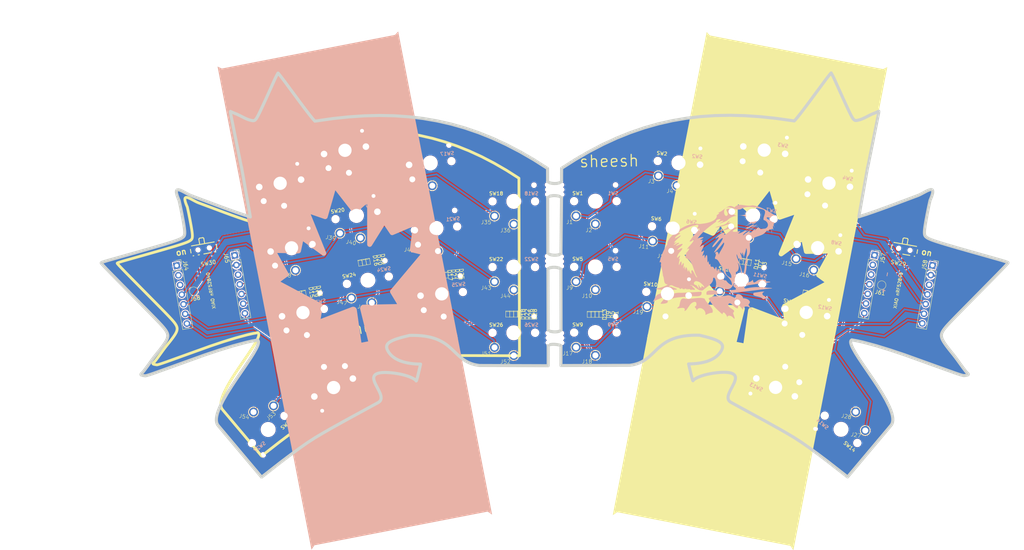
<source format=kicad_pcb>
(kicad_pcb (version 20240108) (generator "pcbnew") (generator_version "8.0")
  (title_block (title "Sheesh") (date "2024-09-07") (rev "0.1") (company "Octule"))
  (layers (0 "F.Cu" signal) (31 "B.Cu" signal) (34 "B.Paste" user) (35 "F.Paste" user) (36 "B.SilkS" user "B.Silkscreen") (37 "F.SilkS" user "F.Silkscreen") (38 "B.Mask" user) (39 "F.Mask" user) (44 "Edge.Cuts" user))
  (net 0 "")
  (net 1 "GND")
  (net 2 "Net-(J58-Pin_3)")
  (net 3 "Net-(J58-Pin_1)")
  (net 4 "Net-(D1-K)")
  (net 5 "/col1")
  (net 6 "/col2")
  (net 7 "Net-(D2-K)")
  (net 8 "/col3")
  (net 9 "Net-(D3-K)")
  (net 10 "/col4")
  (net 11 "Net-(D4-K)")
  (net 12 "Net-(D5-K)")
  (net 13 "Net-(D6-K)")
  (net 14 "Net-(D7-K)")
  (net 15 "Net-(D8-K)")
  (net 16 "Net-(D9-K)")
  (net 17 "Net-(D10-K)")
  (net 18 "Net-(D11-K)")
  (net 19 "Net-(D12-K)")
  (net 20 "Net-(D13-K)")
  (net 21 "Net-(D14-K)")
  (net 22 "/col5")
  (net 23 "Net-(D15-K)")
  (net 24 "/col6")
  (net 25 "Net-(J65-Pin_3)")
  (net 26 "Net-(D16-K)")
  (net 27 "Net-(D17-K)")
  (net 28 "/col7")
  (net 29 "Net-(J65-Pin_1)")
  (net 30 "Net-(D18-K)")
  (net 31 "Net-(D19-K)")
  (net 35 "Net-(D20-K)")
  (net 36 "/U1BAT+")
  (net 37 "/U2BAT+")
  (net 43 "Net-(SW29-Pad2)")
  (net 49 "Net-(SW30-Pad2)")
  (net 51 "Net-(D21-K)")
  (net 52 "Net-(D22-K)")
  (net 53 "Net-(D23-K)")
  (net 54 "Net-(D24-K)")
  (net 55 "Net-(D25-K)")
  (net 56 "Net-(D26-K)")
  (net 57 "Net-(D27-K)")
  (net 58 "Net-(D28-K)")
  (net 59 "/row1")
  (net 60 "/row2")
  (net 61 "/row3")
  (net 62 "/row4")
  (net 63 "/row5")
  (net 64 "/row6")
  (net 65 "/row7")
  (net 66 "/row8")
  (net 67 "Net-(J57-Pin_1)")
  (net 68 "Net-(J57-Pin_3)")
  (net 69 "Net-(J57-Pin_2)")
  (net 70 "Net-(J64-Pin_1)")
  (net 71 "Net-(J64-Pin_2)")
  (net 72 "Net-(J64-Pin_3)")
  (net 73 "/col8")
  (footprint "Sheesh:SW_PG1350" (layer "F.Cu") (at 170.514664 76.919914)
    (property "Reference" "SW1" (hide yes))
    (property "Value" "SW_Push" (hide yes))
  )
  (footprint "Sheesh:SW_PG1350" (layer "F.Cu") (at 192.133446 66.993574 -5)
    (property "Reference" "SW2" (hide yes))
    (property "Value" "SW_Push" (hide yes))
  )
  (footprint "Sheesh:SW_PG1350" (layer "F.Cu") (at 214.208001 63.708572 -10)
    (property "Reference" "SW3" (hide yes))
    (property "Value" "SW_Push" (hide yes))
  )
  (footprint "Sheesh:SW_PG1350" (layer "F.Cu") (at 230.979478 72.25068 -10)
    (property "Reference" "SW4" (hide yes))
    (property "Value" "SW_Push" (hide yes))
  )
  (footprint "Sheesh:SW_PG1350" (layer "F.Cu") (at 170.514668 93.919913)
    (property "Reference" "SW5" (hide yes))
    (property "Value" "SW_Push" (hide yes))
  )
  (footprint "Sheesh:SW_PG1350" (layer "F.Cu") (at 190.654061 83.902984 -5)
    (property "Reference" "SW6" (hide yes))
    (property "Value" "SW_Push" (hide yes))
  )
  (footprint "Sheesh:SW_PG1350" (layer "F.Cu") (at 211.235839 80.564539 -10)
    (property "Reference" "SW7" (hide yes))
    (property "Value" "SW_Push" (hide yes))
  )
  (footprint "Sheesh:SW_PG1350" (layer "F.Cu") (at 228.036144 88.943172 -10)
    (property "Reference" "SW8" (hide yes))
    (property "Value" "SW_Push" (hide yes))
  )
  (footprint "Sheesh:SW_PG1350" (layer "F.Cu") (at 170.514664 110.91992)
    (property "Reference" "SW9" (hide yes))
    (property "Value" "SW_Push" (hide yes))
  )
  (footprint "Sheesh:SW_PG1350" (layer "F.Cu") (at 189.170845 100.856225 -5)
    (property "Reference" "SW10" (hide yes))
    (property "Value" "SW_Push" (hide yes))
  )
  (footprint "Sheesh:SW_PG1350" (layer "F.Cu") (at 208.2807 97.323999 -10)
    (property "Reference" "SW11" (hide yes))
    (property "Value" "SW_Push" (hide yes))
  )
  (footprint "Sheesh:SW_PG1350" (layer "F.Cu") (at 225.080997 105.702631 -10)
    (property "Reference" "SW12" (hide yes))
    (property "Value" "SW_Push" (hide yes))
  )
  (footprint "Sheesh:SW_PG1350" (layer "F.Cu") (at 234.082195 135.957311 140)
    (property "Reference" "SW14" (hide yes))
    (property "Value" "SW_Push" (hide yes))
  )
  (footprint "Sheesh:SW_PG1350" (layer "F.Cu") (at 217.149929 125.102142 155)
    (property "Reference" "SW13" (hide yes))
    (property "Value" "SW_Push" (hide yes))
  )
  (footprint "Sheesh:xiao_nRF52840_14" (layer "F.Cu") (at 248.928381 99.718776 80)
    (property "Reference" "U1" (hide yes))
    (property "Value" "xiao-kbd" (hide yes))
  )
  (footprint "Sheesh:3305-0-15-80-47-27-10-0" (layer "F.Cu") (at 210.211316 86.374906 -10)
    (property "Reference" "J14")
    (property "Value" "3305-0-15-80-47-27-10-0")
  )
  (footprint "" (layer "F.Cu") (at 158.1912 111.0488)
    (property "Reference" "")
    (property "Value" "")
  )
  (footprint "Sheesh:3305-0-15-80-47-27-10-0" (layer "F.Cu") (at 104.421817 85.22082 -10)
    (property "Reference" "J39")
    (property "Value" "3305-0-15-80-47-27-10-0")
  )
  (footprint "Sheesh:3305-0-15-80-47-27-10-0" (layer "F.Cu") (at 170.514663 82.81992)
    (property "Reference" "J2")
    (property "Value" "3305-0-15-80-47-27-10-0")
  )
  (footprint "Sheesh:X1-DFN1006-2_L1.0-W0.6-RD" (layer "F.Cu") (at 147.834902 106.192277 -90)
    (property "Reference" "D18")
    (property "Value" "CDSQC4148-HF")
  )
  (footprint "" (layer "F.Cu") (at 158.0388 72.6694)
    (property "Reference" "")
    (property "Value" "")
  )
  (footprint "Sheesh:X1-DFN1006-2_L1.0-W0.6-RD" (layer "F.Cu") (at 226.70501 101.12161 -100)
    (property "Reference" "D4")
    (property "Value" "CDSQC4148-HF")
  )
  (footprint "Sheesh:X1-DFN1006-2_L1.0-W0.6-RD" (layer "F.Cu") (at 225.704448 100.945183 -100)
    (property "Reference" "D8")
    (property "Value" "CDSQC4148-HF")
  )
  (footprint "Sheesh:X1-DFN1006-2_L1.0-W0.6-RD" (layer "F.Cu") (at 130.893266 96.208094 -85)
    (property "Reference" "D27")
    (property "Value" "CDSQC4148-HF")
  )
  (footprint "Sheesh:SW_PG1350" (layer "F.Cu") (at 102.771899 125.14791 -155)
    (property "Reference" "SW28" (hide yes))
    (property "Value" "SW_Push" (hide yes))
  )
  (footprint "Sheesh:MF254V-11-07-0743" (layer "F.Cu") (at 78.497692 98.44135 -80)
    (property "Reference" "J65")
    (property "Value" "MF254V-11-07-0743")
  )
  (footprint "Sheesh:3305-0-15-80-47-27-10-0" (layer "F.Cu") (at 227.011619 94.753539 -10)
    (property "Reference" "J16")
    (property "Value" "3305-0-15-80-47-27-10-0")
  )
  (footprint "Sheesh:xiao_nRF52840_14" (layer "F.Cu") (at 70.993454 99.764547 100)
    (property "Reference" "U2" (hide yes))
    (property "Value" "xiao-kbd" (hide yes))
  )
  (footprint "Sheesh:X1-DFN1006-2_L1.0-W0.6-RD" (layer "F.Cu") (at 149.866904 106.19227 -90)
    (property "Reference" "D26")
    (property "Value" "CDSQC4148-HF")
  )
  (footprint "Sheesh:3305-0-15-80-47-27-10-0" (layer "F.Cu") (at 213.183481 69.518934 -10)
    (property "Reference" "J6")
    (property "Value" "3305-0-15-80-47-27-10-0")
  )
  (footprint "Sheesh:3305-0-15-80-47-27-10-0" (layer "F.Cu") (at 144.407166 114.765682)
    (property "Reference" "J51")
    (property "Value" "3305-0-15-80-47-27-10-0")
  )
  (footprint "Sheesh:3305-0-15-80-47-27-10-0" (layer "F.Cu") (at 112.665659 103.180136 -10)
    (property "Reference" "J48")
    (property "Value" "3305-0-15-80-47-27-10-0")
  )
  (footprint "Sheesh:3305-0-15-80-47-27-10-0" (layer "F.Cu") (at 149.40717 116.865682)
    (property "Reference" "J52")
    (property "Value" "3305-0-15-80-47-27-10-0")
  )
  (footprint "" (layer "F.Cu") (at 158.0896 92.4052)
    (property "Reference" "")
    (property "Value" "")
  )
  (footprint "Sheesh:3305-0-15-80-47-27-10-0" (layer "F.Cu") (at 225.395573 75.124708 -10)
    (property "Reference" "J7")
    (property "Value" "3305-0-15-80-47-27-10-0")
  )
  (footprint "Sheesh:3305-0-15-80-47-27-10-0" (layer "F.Cu") (at 144.40717 97.765682)
    (property "Reference" "J43")
    (property "Value" "3305-0-15-80-47-27-10-0")
  )
  (footprint "Sheesh:X1-DFN1006-2_L1.0-W0.6-RD" (layer "F.Cu") (at 150.882669 106.186752 -90)
    (property "Reference" "D28")
    (property "Value" "CDSQC4148-HF")
  )
  (footprint "Sheesh:3305-0-15-80-47-27-10-0" (layer "F.Cu") (at 129.781988 89.826299 -5)
    (property "Reference" "J42")
    (property "Value" "3305-0-15-80-47-27-10-0")
  )
  (footprint "Sheesh:X1-DFN1006-2_L1.0-W0.6-RD" (layer "F.Cu") (at 188.010408 95.969244 -95)
    (property "Reference" "D10")
    (property "Value" "CDSQC4148-HF")
  )
  (footprint "Sheesh:3305-0-15-80-47-27-10-0" (layer "F.Cu") (at 165.514669 80.719915)
    (property "Reference" "J1")
    (property "Value" "3305-0-15-80-47-27-10-0")
  )
  (footprint "Sheesh:X1-DFN1006-2_L1.0-W0.6-RD" (layer "F.Cu") (at 128.871889 96.384942 -85)
    (property "Reference" "D17")
    (property "Value" "CDSQC4148-HF")
  )
  (footprint "Sheesh:X1-DFN1006-2_L1.0-W0.6-RD" (layer "F.Cu") (at 110.698847 92.785983 -80)
    (property "Reference" "D20")
    (property "Value" "CDSQC4148-HF")
  )
  (footprint "Sheesh:3305-0-15-80-47-27-10-0" (layer "F.Cu") (at 105.697487 119.590849 25)
    (property "Reference" "J55")
    (property "Value" "3305-0-15-80-47-27-10-0")
  )
  (footprint "Sheesh:SW_PG1350" (layer "F.Cu") (at 149.407165 93.965685)
    (property "Reference" "SW22" (hide yes))
    (property "Value" "SW_Push" (hide yes))
  )
  (footprint "Sheesh:3305-0-15-80-47-27-10-0" (layer "F.Cu") (at 170.514668 99.819914)
    (property "Reference" "J10")
    (property "Value" "3305-0-15-80-47-27-10-0")
  )
  (footprint "Sheesh:3305-0-15-80-47-27-10-0" (layer "F.Cu") (at 222.452239 91.817203 -10)
    (property "Reference" "J15")
    (property "Value" "3305-0-15-80-47-27-10-0")
  )
  (footprint "Sheesh:3305-0-15-80-47-27-10-0" (layer "F.Cu") (at 223.287422 123.771261 -10)
    (property "Reference" "J25")
    (property "Value" "3305-0-15-80-47-27-10-0")
  )
  (footprint "Sheesh:3305-0-15-80-47-27-10-0" (layer "F.Cu") (at 101.449651 68.36485 -10)
    (property "Reference" "J31")
    (property "Value" "3305-0-15-80-47-27-10-0")
  )
  (footprint "Sheesh:3305-0-15-80-47-27-10-0" (layer "F.Cu") (at 188.656632 106.733771 -5)
    (property "Reference" "J20")
    (property "Value" "3305-0-15-80-47-27-10-0")
  )
  (footprint "Sheesh:3305-0-15-80-47-27-10-0" (layer "F.Cu") (at 202.696792 100.198031 -10)
    (property "Reference" "J21")
    (property "Value" "3305-0-15-80-47-27-10-0")
  )
  (footprint "Sheesh:3305-0-15-80-47-27-10-0" (layer "F.Cu") (at 131.265205 106.779542 -5)
    (property "Reference" "J50")
    (property "Value" "3305-0-15-80-47-27-10-0")
  )
  (footprint "" (layer "F.Cu") (at 158.242 113.538)
    (property "Reference" "")
    (property "Value" "")
  )
  (footprint "" (layer "F.Cu") (at 158.0896 93.6498)
    (property "Reference" "")
    (property "Value" "")
  )
  (footprint "" (layer "F.Cu") (at 161.8996 75.184)
    (property "Reference" "")
    (property "Value" "")
  )
  (footprint "Sheesh:3305-0-15-80-47-27-10-0" (layer "F.Cu") (at 100.27845 119.800696 -10)
    (property "Reference" "J56")
    (property "Value" "3305-0-15-80-47-27-10-0")
  )
  (footprint "Sheesh:3305-0-15-80-47-27-10-0" (layer "F.Cu") (at 87.227271 129.878174 40)
    (property "Reference" "J53")
    (property "Value" "3305-0-15-80-47-27-10-0")
  )
  (footprint "Sheesh:X1-DFN1006-2_L1.0-W0.6-RD" (layer "F.Cu") (at 168.896591 106.287332 -90)
    (property "Reference" "D13")
    (property "Value" "CDSQC4148-HF")
  )
  (footprint "Sheesh:SW_PG1350" (layer "F.Cu") (at 88.942358 72.296452 10)
    (property "Reference" "SW15" (hide yes))
    (property "Value" "SW_Push" (hide yes))
  )
  (footprint "Sheesh:SW_PG1350" (layer "F.Cu") (at 111.641134 97.369769 10)
    (property "Reference" "SW24" (hide yes))
    (property "Value" "SW_Push" (hide yes))
  )
  (footprint "Sheesh:X1-DFN1006-2_L1.0-W0.6-RD" (layer "F.Cu") (at 170.932269 106.27754 -90)
    (property "Reference" "D5")
    (property "Value" "CDSQC4148-HF")
  )
  (footprint "" (layer "F.Cu") (at 158.0896 73.914)
    (property "Reference" "")
    (property "Value" "")
  )
  (footprint "Sheesh:YZ00615050R-04" (layer "F.Cu") (at 66.559214 100.206607 10)
    (property "Reference" "J68")
    (property "Value" "YZ00615050R-04")
  )
  (footprint "Sheesh:3305-0-15-80-47-27-10-0" (layer "F.Cu") (at 109.710519 86.420676 -10)
    (property "Reference" "J40")
    (property "Value" "3305-0-15-80-47-27-10-0")
  )
  (footprint "Sheesh:3305-0-15-80-47-27-10-0" (layer "F.Cu") (at 92.910219 94.799309 -10)
    (property "Reference" "J38")
    (property "Value" "3305-0-15-80-47-27-10-0")
  )
  (footprint "Sheesh:MF254V-11-07-0743" (layer "F.Cu") (at 241.424141 98.395573 -100)
    (property "Reference" "J57")
    (property "Value" "MF254V-11-07-0743")
  )
  (footprint "Sheesh:3305-0-15-80-47-27-10-0" (layer "F.Cu") (at 207.25617 103.134366 -10)
    (property "Reference" "J22")
    (property "Value" "3305-0-15-80-47-27-10-0")
  )
  (footprint "Sheesh:X1-DFN1006-2_L1.0-W0.6-RD" (layer "F.Cu") (at 224.703885 100.768756 -100)
    (property "Reference" "D12")
    (property "Value" "CDSQC4148-HF")
  )
  (footprint "Sheesh:3305-0-15-80-47-27-10-0" (layer "F.Cu") (at 185.341899 87.252743 -5)
    (property "Reference" "J11")
    (property "Value" "3305-0-15-80-47-27-10-0")
  )
  (footprint "Sheesh:3305-0-15-80-47-27-10-0" (layer "F.Cu") (at 165.514662 114.719914)
    (property "Reference" "J17")
    (property "Value" "3305-0-15-80-47-27-10-0")
  )
  (footprint "Sheesh:3305-0-15-80-47-27-10-0" (layer "F.Cu") (at 190.139846 89.780531 -5)
    (property "Reference" "J12")
    (property "Value" "3305-0-15-80-47-27-10-0")
  )
  (footprint "Sheesh:3305-0-15-80-47-27-10-0" (layer "F.Cu") (at 149.407169 82.865686)
    (property "Reference" "J36")
    (property "Value" "3305-0-15-80-47-27-10-0")
  )
  (footprint "Sheesh:3305-0-15-80-47-27-10-0" (layer "F.Cu") (at 240.355009 136.260278 -10)
    (property "Reference" "J27")
    (property "Value" "3305-0-15-80-47-27-10-0")
  )
  (footprint "Sheesh:3305-0-15-80-47-27-10-0" (layer "F.Cu") (at 124.617987 88.170072 -5)
    (property "Reference" "J41")
    (property "Value" "3305-0-15-80-47-27-10-0")
  )
  (footprint "Sheesh:X1-DFN1006-2_L1.0-W0.6-RD" (layer "F.Cu") (at 94.096681 101.021365 -80)
    (property "Reference" "D19")
    (property "Value" "CDSQC4148-HF")
  )
  (footprint "Sheesh:3305-0-15-80-47-27-10-0" (layer "F.Cu") (at 106.738355 69.564706 -10)
    (property "Reference" "J32")
    (property "Value" "3305-0-15-80-47-27-10-0")
  )
  (footprint "Sheesh:3305-0-15-80-47-27-10-0" (layer "F.Cu") (at 144.407168 80.765686)
    (property "Reference" "J35")
    (property "Value" "3305-0-15-80-47-27-10-0")
  )
  (footprint "Sheesh:SW_PG1350" (layer "F.Cu") (at 105.713831 63.754341 10)
    (property "Reference" "SW16" (hide yes))
    (property "Value" "SW_Push" (hide yes))
  )
  (footprint "Sheesh:SW_PG1350" (layer "F.Cu") (at 94.840836 105.748401 10)
    (property "Reference" "SW23" (hide yes))
    (property "Value" "SW_Push" (hide yes))
  )
  (footprint "Sheesh:MF254V-11-07-0743" (layer "F.Cu") (at 256.43261 101.04197 -100)
    (property "Reference" "J58")
    (property "Value" "MF254V-11-07-0743")
  )
  (footprint "Sheesh:3305-0-15-80-47-27-10-0" (layer "F.Cu") (at 208.6241 66.582598 -10)
    (property "Reference" "J5")
    (property "Value" "3305-0-15-80-47-27-10-0")
  )
  (footprint "Sheesh:3305-0-15-80-47-27-10-0" (layer "F.Cu") (at 170.51466 116.819916)
    (property "Reference" "J18")
    (property "Value" "3305-0-15-80-47-27-10-0")
  )
  (footprint "" (layer "F.Cu") (at 161.8488 72.6948)
    (property "Reference" "")
    (property "Value" "")
  )
  (footprint "Sheesh:SW_PG1350" (layer "F.Cu") (at 91.88569 88.988943 10)
    (property "Reference" "SW19" (hide yes))
    (property "Value" "SW_Push" (hide yes))
  )
  (footprint "" (layer "F.Cu") (at 161.8234 111.0742)
    (property "Reference" "")
    (property "Value" "")
  )
  (footprint "Sheesh:X1-DFN1006-2_L1.0-W0.6-RD" (layer "F.Cu") (at 109.69828 92.96241 -80)
    (property "Reference" "D16")
    (property "Value" "CDSQC4148-HF")
  )
  (footprint "Sheesh:X1-DFN1006-2_L1.0-W0.6-RD" (layer "F.Cu") (at 210.317212 92.842187 -100)
    (property "Reference" "D3")
    (property "Value" "CDSQC4148-HF")
  )
  (footprint "Sheesh:3305-0-15-80-47-27-10-0" (layer "F.Cu") (at 90.576662 110.358911 -10)
    (property "Reference" "J45")
    (property "Value" "3305-0-15-80-47-27-10-0")
  )
  (footprint "Sheesh:MF254V-11-07-0743" (layer "F.Cu") (at 63.489224 101.087747 -80)
    (property "Reference" "J64")
    (property "Value" "MF254V-11-07-0743")
  )
  (footprint "Sheesh:3305-0-15-80-47-27-10-0" (layer "F.Cu") (at 107.376958 101.98028 -10)
    (property "Reference" "J47")
    (property "Value" "3305-0-15-80-47-27-10-0")
  )
  (footprint "Sheesh:X1-DFN1006-2_L1.0-W0.6-RD" (layer "F.Cu") (at 190.034676 96.146343 -95)
    (property "Reference" "D6")
    (property "Value" "CDSQC4148-HF")
  )
  (footprint "Sheesh:X1-DFN1006-2_L1.0-W0.6-RD" (layer "F.Cu") (at 148.850903 106.192275 -90)
    (property "Reference" "D22")
    (property "Value" "CDSQC4148-HF")
  )
  (footprint "Sheesh:3305-0-15-80-47-27-10-0" (layer "F.Cu") (at 191.619227 72.871122 -5)
    (property "Reference" "J4")
    (property "Value" "3305-0-15-80-47-27-10-0")
  )
  (footprint "Sheesh:3305-0-15-80-47-27-10-0" (layer "F.Cu") (at 186.821279 70.343331 -5)
    (property "Reference" "J3")
    (property "Value" "3305-0-15-80-47-27-10-0")
  )
  (footprint "Sheesh:3305-0-15-80-47-27-10-0" (layer "F.Cu") (at 84.678177 76.906962 -10)
    (property "Reference" "J29")
    (property "Value" "3305-0-15-80-47-27-10-0")
  )
  (footprint "" (layer "F.Cu") (at 161.798 92.5068)
    (property "Reference" "")
    (property "Value" "")
  )
  (footprint "Sheesh:SW_PG1350" (layer "F.Cu") (at 149.407167 76.96569)
    (property "Reference" "SW18" (hide yes))
    (property "Value" "SW_Push" (hide yes))
  )
  (footprint "Sheesh:3305-0-15-80-47-27-10-0" (layer "F.Cu") (at 183.858679 104.205981 -5)
    (property "Reference" "J19")
    (property "Value" "3305-0-15-80-47-27-10-0")
  )
  (footprint "Sheesh:SW_PG1350" (layer "F.Cu") (at 127.788388 67.039343 5)
    (property "Reference" "SW17" (hide yes))
    (property "Value" "SW_Push" (hide yes))
  )
  (footprint "Sheesh:3305-0-15-80-47-27-10-0" (layer "F.Cu") (at 87.621512 93.599453 -10)
    (property "Reference" "J37")
    (property "Value" "3305-0-15-80-47-27-10-0")
  )
  (footprint "Sheesh:3305-0-15-80-47-27-10-0" (layer "F.Cu") (at 237.87464 131.437647 -10)
    (property "Reference" "J28")
    (property "Value" "3305-0-15-80-47-27-10-0")
  )
  (footprint "Sheesh:3305-0-15-80-47-27-10-0" (layer "F.Cu") (at 149.40717 99.865686)
    (property "Reference" "J44")
    (property "Value" "3305-0-15-80-47-27-10-0")
  )
  (footprint "" (layer "F.Cu") (at 158.242 112.2934)
    (property "Reference" "")
    (property "Value" "")
  )
  (footprint "Sheesh:3305-0-15-80-47-27-10-0" (layer "F.Cu") (at 82.047191 131.483417 -10)
    (property "Reference" "J54")
    (property "Value" "3305-0-15-80-47-27-10-0")
  )
  (footprint "Sheesh:3305-0-15-80-47-27-10-0" (layer "F.Cu") (at 123.138606 71.260665 -5)
    (property "Reference" "J33")
    (property "Value" "3305-0-15-80-47-27-10-0")
  )
  (footprint "" (layer "F.Cu") (at 161.8996 73.9394)
    (property "Reference" "")
    (property "Value" "")
  )
  (footprint "" (layer "F.Cu") (at 161.8742 113.5634)
    (property "Reference" "")
    (property "Value" "")
  )
  (footprint "Sheesh:X1-DFN1006-2_L1.0-W0.6-RD" (layer "F.Cu") (at 93.096114 101.197787 -80)
    (property "Reference" "D15")
    (property "Value" "CDSQC4148-HF")
  )
  (footprint "Sheesh:SW_PG1350" (layer "F.Cu") (at 149.407169 110.965688)
    (property "Reference" "SW26" (hide yes))
    (property "Value" "SW_Push" (hide yes))
  )
  (footprint "Sheesh:3305-0-15-80-47-27-10-0" (layer "F.Cu") (at 219.643381 119.75492 -10)
    (property "Reference" "J26")
    (property "Value" "3305-0-15-80-47-27-10-0")
  )
  (footprint "" (layer "F.Cu") (at 158.0896 75.1586)
    (property "Reference" "")
    (property "Value" "")
  )
  (footprint "Sheesh:3305-0-15-80-47-27-10-0" (layer "F.Cu") (at 126.101206 105.123312 -5)
    (property "Reference" "J49")
    (property "Value" "3305-0-15-80-47-27-10-0")
  )
  (footprint "" (layer "F.Cu") (at 158.0388 91.1606)
    (property "Reference" "")
    (property "Value" "")
  )
  (footprint "Sheesh:SW_PG1350" (layer "F.Cu") (at 129.26777 83.948753 5)
    (property "Reference" "SW21" (hide yes))
    (property "Value" "SW_Push" (hide yes))
  )
  (footprint "Sheesh:SW_PG1350" (layer "F.Cu") (at 108.685991 80.610308 10)
    (property "Reference" "SW20" (hide yes))
    (property "Value" "SW_Push" (hide yes))
  )
  (footprint "Sheesh:X1-DFN1006-2_L1.0-W0.6-RD" (layer "F.Cu") (at 208.31494 92.495811 -100)
    (property "Reference" "D11")
    (property "Value" "CDSQC4148-HF")
  )
  (footprint "Sheesh:X1-DFN1006-2_L1.0-W0.6-RD" (layer "F.Cu") (at 188.9722 96.053388 -95)
    (property "Reference" "D14")
    (property "Value" "CDSQC4148-HF")
  )
  (footprint "Sheesh:X1-DFN1006-2_L1.0-W0.6-RD" (layer "F.Cu") (at 190.996462 96.230488 -95)
    (property "Reference" "D2")
    (property "Value" "CDSQC4148-HF")
  )
  (footprint "" (layer "F.Cu") (at 161.798 93.7514)
    (property "Reference" "")
    (property "Value" "")
  )
  (footprint "Sheesh:SW_PG1350" (layer "F.Cu") (at 85.83964 136.003078 -140)
    (property "Reference" "SW27" (hide yes))
    (property "Value" "SW_Push" (hide yes))
  )
  (footprint "Sheesh:X1-DFN1006-2_L1.0-W0.6-RD" (layer "F.Cu") (at 95.097242 100.844937 -80)
    (property "Reference" "D23")
    (property "Value" "CDSQC4148-HF")
  )
  (footprint "Sheesh:BAT-SMD_MY-LR44-02" (layer "F.Cu") (at 91.226491 59.531635 145)
    (property "Reference" "U4")
    (property "Value" "MY-LR44-02")
  )
  (footprint "Sheesh:3305-0-15-80-47-27-10-0" (layer "F.Cu") (at 205.651937 83.43857 -10)
    (property "Reference" "J13")
    (property "Value" "3305-0-15-80-47-27-10-0")
  )
  (footprint "Sheesh:3305-0-15-80-47-27-10-0" (layer "F.Cu") (at 89.966879 78.106818 -10)
    (property "Reference" "J30")
    (property "Value" "3305-0-15-80-47-27-10-0")
  )
  (footprint "Sheesh:X1-DFN1006-2_L1.0-W0.6-RD" (layer "F.Cu") (at 169.916359 106.278636 -90)
    (property "Reference" "D9")
    (property "Value" "CDSQC4148-HF")
  )
  (footprint "Sheesh:3305-0-15-80-47-27-10-0" (layer "F.Cu") (at 224.056473 111.512995 -10)
    (property "Reference" "J24")
    (property "Value" "3305-0-15-80-47-27-10-0")
  )
  (footprint "" (layer "F.Cu") (at 161.7472 91.2622)
    (property "Reference" "")
    (property "Value" "")
  )
  (footprint "Sheesh:BAT-SMD_MY-LR44-02" (layer "F.Cu") (at 228.559509 59.277635 35)
    (property "Reference" "U3")
    (property "Value" "MY-LR44-02")
  )
  (footprint "Sheesh:3305-0-15-80-47-27-10-0" (layer "F.Cu") (at 229.954958 78.061046 -10)
    (property "Reference" "J8")
    (property "Value" "3305-0-15-80-47-27-10-0")
  )
  (footprint "Sheesh:3305-0-15-80-47-27-10-0" (layer "F.Cu") (at 95.865358 111.558765 -10)
    (property "Reference" "J46")
    (property "Value" "3305-0-15-80-47-27-10-0")
  )
  (footprint "Sheesh:3305-0-15-80-47-27-10-0" (layer "F.Cu") (at 165.514665 97.719912)
    (property "Reference" "J9")
    (property "Value" "3305-0-15-80-47-27-10-0")
  )
  (footprint "Sheesh:X1-DFN1006-2_L1.0-W0.6-RD" (layer "F.Cu") (at 129.881133 96.296644 -85)
    (property "Reference" "D21")
    (property "Value" "CDSQC4148-HF")
  )
  (footprint "Sheesh:X1-DFN1006-2_L1.0-W0.6-RD" (layer "F.Cu") (at 209.315507 92.672237 -100)
    (property "Reference" "D7")
    (property "Value" "CDSQC4148-HF")
  )
  (footprint "Sheesh:SW-SMD_SSSS811101" (layer "F.Cu") (at 69.219415 89.70348 -170)
    (property "Reference" "SW30")
    (property "Value" "SSSS811101")
  )
  (footprint "Sheesh:X1-DFN1006-2_L1.0-W0.6-RD" (layer "F.Cu") (at 171.948267 106.277537 -90)
    (property "Reference" "D1")
    (property "Value" "CDSQC4148-HF")
  )
  (footprint "Sheesh:X1-DFN1006-2_L1.0-W0.6-RD" (layer "F.Cu") (at 131.917689 96.105805 -85)
    (property "Reference" "D25")
    (property "Value" "CDSQC4148-HF")
  )
  (footprint "Sheesh:YZ00615050R-04" (layer "F.Cu") (at 244.616711 98.632645 -10)
    (property "Reference" "J61")
    (property "Value" "YZ00615050R-04")
  )
  (footprint "Sheesh:3305-0-15-80-47-27-10-0" (layer "F.Cu") (at 128.302607 72.916895 -5)
    (property "Reference" "J34")
    (property "Value" "3305-0-15-80-47-27-10-0")
  )
  (footprint "Sheesh:SW_PG1350" (layer "F.Cu") (at 130.750986 100.901993 5)
    (property "Reference" "SW25" (hide yes))
    (property "Value" "SW_Push" (hide yes))
  )
  (footprint "Sheesh:SW-SMD_SSSS811101" (layer "F.Cu") (at 250.387664 89.822397 170)
    (property "Reference" "SW29")
    (property "Value" "SSSS811101")
  )
  (footprint "Sheesh:X1-DFN1006-2_L1.0-W0.6-RD" (layer "F.Cu") (at 111.699412 92.609559 -80)
    (property "Reference" "D24")
    (property "Value" "CDSQC4148-HF")
  )
  (footprint "" (layer "F.Cu") (at 161.8742 112.3188)
    (property "Reference" "")
    (property "Value" "")
  )
  (footprint "Sheesh:3305-0-15-80-47-27-10-0" (layer "F.Cu") (at 219.49709 108.576663 -10)
    (property "Reference" "J23")
    (property "Value" "3305-0-15-80-47-27-10-0")
  )
  (gr_poly (pts (xy 197.988781 100.5172) (xy 198.003979 100.673544) (xy 198.000544 100.813375) (xy 197.979477 100.937583) (xy 197.941777 101.047044) (xy 197.888442 101.142637) (xy 197.820468 101.22524) (xy 197.738854 101.295738) (xy 197.644601 101.355005) (xy 197.538707 101.403926) (xy 197.422171 101.443376) (xy 197.29599 101.474239) (xy 197.161166 101.497391) (xy 197.018691 101.513712) (xy 196.714798 101.529386) (xy 196.392299 101.528298) (xy 196.059184 101.517484) (xy 195.393064 101.49483) (xy 195.076035 101.497068) (xy 194.780343 101.517727) (xy 194.642997 101.537167) (xy 194.513978 101.563853) (xy 194.394293 101.598662) (xy 194.284934 101.642477) (xy 192.967965 101.724046) (xy 192.304849 101.775062) (xy 191.974487 101.809068) (xy 191.645818 101.850998) (xy 191.319524 101.902546) (xy 190.996266 101.965417) (xy 190.676724 102.041302) (xy 190.361568 102.131901) (xy 190.051473 102.238906) (xy 189.747112 102.364015) (xy 189.449154 102.508927) (xy 189.15828 102.675338) (xy 189.202655 102.746167) (xy 189.233237 102.812895) (xy 189.250753 102.875628) (xy 189.255936 102.934471) (xy 189.249515 102.989535) (xy 189.232216 103.040928) (xy 189.204769 103.08876) (xy 189.167907 103.133132) (xy 189.122357 103.174156) (xy 189.068846 103.211942) (xy 189.00811 103.246593) (xy 188.940873 103.278225) (xy 188.867864 103.306936) (xy 188.789818 103.332841) (xy 188.621514 103.376649) (xy 188.441803 103.410525) (xy 188.256515 103.435321) (xy 188.07149 103.451903) (xy 187.89256 103.461134) (xy 187.725559 103.463878) (xy 187.576322 103.461) (xy 187.450688 103.453362) (xy 187.354493 103.44182) (xy 187.575885 103.10958) (xy 187.818871 102.793105) (xy 188.082093 102.493499) (xy 188.364181 102.211882) (xy 188.663777 101.949358) (xy 188.97952 101.707043) (xy 189.310042 101.486042) (xy 189.653987 101.287475) (xy 190.009986 101.112449) (xy 190.376683 100.962071) (xy 190.75271 100.83746) (xy 190.943797 100.785162) (xy 191.136707 100.739721) (xy 191.331269 100.701275) (xy 191.527313 100.669968) (xy 191.724666 100.645932) (xy 191.923161 100.629309) (xy 192.122629 100.620239) (xy 192.322892 100.618859) (xy 192.523788 100.62531) (xy 192.725147 100.639728) (xy 195.340401 100.506119) (xy 196.647565 100.431099) (xy 197.953952 100.343475)) (stroke (width -0.000001)) (fill solid) (layer "B.SilkS"))
  (gr_poly (pts (xy 205.249362 82.095598) (xy 205.259982 82.105767) (xy 205.259257 82.120591) (xy 205.24856 82.139531) (xy 205.22926 82.162037) (xy 205.170325 82.215596) (xy 205.009503 82.341689) (xy 204.929534 82.405542) (xy 204.864468 82.464144) (xy 204.84095 82.49012) (xy 204.825267 82.513154) (xy 204.81879 82.532707) (xy 204.822891 82.548236) (xy 204.83894 82.559193) (xy 204.8683 82.565042) (xy 204.912349 82.565238) (xy 204.972454 82.559234) (xy 205.14631 82.526473) (xy 205.400835 82.462418) (xy 205.445728 82.479504) (xy 205.474991 82.499455) (xy 205.489437 82.522077) (xy 205.489891 82.547167) (xy 205.477171 82.574531) (xy 205.452099 82.603975) (xy 205.415499 82.635297) (xy 205.368186 82.668302) (xy 205.24472 82.73857) (xy 205.088261 82.813197) (xy 204.905381 82.890615) (xy 204.702645 82.969236) (xy 204.263873 83.123794) (xy 203.824484 83.264245) (xy 203.437011 83.377972) (xy 203.15399 83.452345) (xy 202.947563 83.500346) (xy 202.740349 83.544774) (xy 202.53242 83.58571) (xy 202.323844 83.62323) (xy 202.114685 83.657418) (xy 201.905019 83.688348) (xy 201.694912 83.716108) (xy 201.484434 83.740765) (xy 201.484436 83.740757) (xy 201.698886 83.634724) (xy 201.922267 83.545253) (xy 202.152589 83.469003) (xy 202.387855 83.402643) (xy 203.338474 83.169316) (xy 203.568548 83.10233) (xy 203.791596 83.02521) (xy 204.005627 82.934614) (xy 204.10864 82.883224) (xy 204.208649 82.82721) (xy 204.305406 82.766164) (xy 204.398663 82.699658) (xy 204.488171 82.627286) (xy 204.573679 82.548623) (xy 204.654935 82.463257) (xy 204.731696 82.370767) (xy 204.803712 82.270737) (xy 204.870728 82.162753) (xy 205.066058 82.11234) (xy 205.188615 82.091402) (xy 205.226032 82.090629)) (stroke (width -0.000001)) (fill solid) (layer "B.SilkS"))
  (gr_poly (pts (xy 212.611357 83.317444) (xy 212.447891 83.464458) (xy 212.133675 83.757969) (xy 212.224513 83.645197) (xy 212.344251 83.513056) (xy 212.466004 83.397603) (xy 212.526543 83.348331) (xy 212.586269 83.305866) (xy 212.644747 83.271088) (xy 212.701536 83.244878)) (stroke (width -0.000001)) (fill solid) (layer "B.SilkS"))
  (gr_poly (pts (xy 204.764161 107.360752) (xy 204.764153 107.360751) (xy 204.76415 107.360727)) (stroke (width -0.000001)) (fill solid) (layer "B.SilkS"))
  (gr_poly (pts (xy 198.533686 102.057556) (xy 198.659784 102.094512) (xy 198.781676 102.137961) (xy 198.826376 102.255636) (xy 198.880667 102.372791) (xy 198.943695 102.489461) (xy 199.01462 102.605674) (xy 199.176782 102.836877) (xy 199.360389 103.066675) (xy 200.17409 103.97729) (xy 200.363533 104.204165) (xy 200.533863 104.431278) (xy 200.609749 104.545005) (xy 200.678322 104.658898) (xy 200.738737 104.772986) (xy 200.790148 104.887304) (xy 200.831713 105.001883) (xy 200.862584 105.116764) (xy 200.881917 105.231976) (xy 200.888868 105.347554) (xy 200.882591 105.463535) (xy 200.862241 105.57995) (xy 200.826972 105.696836) (xy 200.775943 105.81422) (xy 200.716754 105.806059) (xy 200.653801 105.802803) (xy 200.587484 105.804127) (xy 200.5182 105.809695) (xy 200.37233 105.832256) (xy 200.219385 105.867846) (xy 200.062558 105.913831) (xy 199.905039 105.967574) (xy 199.750024 106.02643) (xy 199.600704 106.08776) (xy 199.331916 106.207304) (xy 199.124217 106.305091) (xy 199.003147 106.360012) (xy 198.983079 106.364805) (xy 198.994246 106.350963) (xy 199.011028 106.21264) (xy 199.014952 106.0776) (xy 199.006738 105.946189) (xy 198.987098 105.818752) (xy 198.956755 105.695624) (xy 198.91642 105.577153) (xy 198.866815 105.463677) (xy 198.808656 105.355542) (xy 198.742666 105.253084) (xy 198.669551 105.156651) (xy 198.590038 105.066583) (xy 198.504843 104.98322) (xy 198.414678 104.906906) (xy 198.320267 104.83798) (xy 198.222326 104.776788) (xy 198.121569 104.72367) (xy 198.018714 104.678969) (xy 197.914481 104.643024) (xy 197.809589 104.616182) (xy 197.704751 104.598782) (xy 197.600687 104.591165) (xy 197.498115 104.593673) (xy 197.39775 104.606652) (xy 197.30031 104.630438) (xy 197.206516 104.665377) (xy 197.117083 104.711808) (xy 197.032727 104.770077) (xy 196.954166 104.840526) (xy 196.882119 104.92349) (xy 196.817303 105.019318) (xy 196.760433 105.12835) (xy 196.712229 105.250927) (xy 196.712105 105.168569) (xy 196.706353 105.091856) (xy 196.69551 105.020502) (xy 196.680127 104.954212) (xy 196.660741 104.892696) (xy 196.6379 104.835657) (xy 196.612142 104.782812) (xy 196.584014 104.73386) (xy 196.554061 104.688511) (xy 196.52282 104.646474) (xy 196.458659 104.571161) (xy 196.338833 104.447408) (xy 196.291856 104.394291) (xy 196.273504 104.368899) (xy 196.259299 104.343896) (xy 196.249785 104.318986) (xy 196.245508 104.293877) (xy 196.247005 104.268283) (xy 196.254825 104.241906) (xy 196.269508 104.214456) (xy 196.2916 104.185641) (xy 196.321641 104.155165) (xy 196.360179 104.12274) (xy 196.407753 104.088072) (xy 196.464906 104.050869) (xy 196.532183 104.010837) (xy 196.610127 103.967685) (xy 196.642775 103.809315) (xy 196.66286 103.666379) (xy 196.671064 103.53837) (xy 196.668069 103.424789) (xy 196.654551 103.325137) (xy 196.631194 103.23891) (xy 196.598672 103.165606) (xy 196.557668 103.104724) (xy 196.508862 103.055762) (xy 196.452932 103.018218) (xy 196.390557 102.991594) (xy 196.322419 102.975379) (xy 196.249195 102.969081) (xy 196.171569 102.972195) (xy 196.090215 102.984218) (xy 196.005815 103.004649) (xy 195.919047 103.03299) (xy 195.830597 103.068731) (xy 195.741137 103.111378) (xy 195.651352 103.160428) (xy 195.561917 103.215377) (xy 195.473512 103.275722) (xy 195.38682 103.340967) (xy 195.302516 103.410608) (xy 195.221287 103.484139) (xy 195.143806 103.561064) (xy 195.070754 103.640879) (xy 195.002811 103.723084) (xy 194.940656 103.807173) (xy 194.884971 103.892651) (xy 194.836433 103.979007) (xy 194.795723 104.065747) (xy 194.723019 104.139917) (xy 194.652553 104.223923) (xy 194.583708 104.315795) (xy 194.515873 104.413561) (xy 194.380745 104.618873) (xy 194.242241 104.824075) (xy 194.170177 104.921708) (xy 194.095416 105.013392) (xy 194.017343 105.097158) (xy 193.976872 105.135455) (xy 193.935341 105.171033) (xy 193.892672 105.203643) (xy 193.84879 105.233044) (xy 193.803618 105.258983) (xy 193.757075 105.281216) (xy 193.709091 105.299499) (xy 193.659582 105.31358) (xy 193.608473 105.323218) (xy 193.555689 105.328164) (xy 193.555674 105.32816) (xy 193.614243 105.171178) (xy 193.646575 105.035001) (xy 193.654645 104.91832) (xy 193.640426 104.81982) (xy 193.605893 104.73819) (xy 193.553023 104.672121) (xy 193.483788 104.6203) (xy 193.400163 104.581415) (xy 193.304127 104.554155) (xy 193.197649 104.537208) (xy 193.082707 104.529265) (xy 192.961277 104.529012) (xy 192.706853 104.546329) (xy 192.450171 104.578671) (xy 191.993237 104.646455) (xy 191.824581 104.660914) (xy 191.762121 104.658693) (xy 191.716872 104.648428) (xy 191.690806 104.6288) (xy 191.685901 104.598503) (xy 191.704133 104.556224) (xy 191.747474 104.500653) (xy 191.8179 104.430471) (xy 191.917386 104.344377) (xy 192.21144 104.119188) (xy 192.262903 103.931747) (xy 192.307597 103.735762) (xy 192.388658 103.333225) (xy 192.431011 103.134197) (xy 192.478568 102.941685) (xy 192.534325 102.759441) (xy 192.601274 102.591238) (xy 192.639884 102.513576) (xy 192.68241 102.440833) (xy 192.729235 102.373482) (xy 192.780728 102.31199) (xy 192.837262 102.25683) (xy 192.899214 102.208472) (xy 192.96696 102.167388) (xy 193.040871 102.134044) (xy 193.121322 102.108913) (xy 193.208686 102.092468) (xy 193.303339 102.085173) (xy 193.405655 102.087501) (xy 193.516006 102.099928) (xy 193.634769 102.122914) (xy 193.762319 102.156939) (xy 193.899025 102.202467) (xy 194.199055 102.213571) (xy 194.508079 102.209379) (xy 194.824315 102.192737) (xy 195.145984 102.166493) (xy 196.451368 102.022376) (xy 196.773495 101.990785) (xy 197.090369 101.966657) (xy 197.400214 101.95284) (xy 197.70125 101.952175) (xy 197.991694 101.967511) (xy 198.269765 102.001691)) (stroke (width -0.000001)) (fill solid) (layer "B.SilkS"))
  (gr_poly (pts (xy 214.193189 100.335645) (xy 214.223967 100.347631) (xy 214.245985 100.362383) (xy 214.077582 100.4432) (xy 213.946256 100.527402) (xy 213.849551 100.614493) (xy 213.785019 100.703986) (xy 213.750213 100.795382) (xy 213.742682 100.888188) (xy 213.759977 100.981909) (xy 213.799649 101.076054) (xy 213.859243 101.170128) (xy 213.93632 101.263639) (xy 214.1331 101.446997) (xy 214.370394 101.622179) (xy 214.628606 101.785231) (xy 215.129397 102.059174) (xy 215.478702 102.237235) (xy 215.547559 102.280441) (xy 215.546966 102.28886) (xy 215.519757 102.287831) (xy 215.095786 102.17938) (xy 215.047902 102.151138) (xy 215.000086 102.128169) (xy 214.952388 102.110141) (xy 214.904848 102.096719) (xy 214.857512 102.08757) (xy 214.810422 102.082359) (xy 214.763622 102.080752) (xy 214.717159 102.082414) (xy 214.671075 102.087012) (xy 214.625413 102.09421) (xy 214.580216 102.103677) (xy 214.535531 102.115078) (xy 214.447871 102.14234) (xy 214.362779 102.173325) (xy 214.201712 102.235777) (xy 214.126442 102.261895) (xy 214.055148 102.281044) (xy 214.021102 102.28717) (xy 213.988181 102.290552) (xy 213.956433 102.290855) (xy 213.925896 102.287743) (xy 213.896621 102.280889) (xy 213.868641 102.269949) (xy 213.842014 102.254594) (xy 213.816771 102.234495) (xy 213.816764 102.234493) (xy 213.771931 102.157621) (xy 213.714515 102.087296) (xy 213.645601 102.023034) (xy 213.566275 101.964352) (xy 213.477621 101.91076) (xy 213.380723 101.861777) (xy 213.166524 101.775706) (xy 212.932354 101.702257) (xy 212.686882 101.637554) (xy 212.196728 101.518885) (xy 211.969384 101.457168) (xy 211.765429 101.388696) (xy 211.674931 101.350717) (xy 211.59353 101.309592) (xy 211.522312 101.264844) (xy 211.462364 101.215985) (xy 211.414764 101.162525) (xy 211.380599 101.103992) (xy 211.360951 101.039889) (xy 211.356904 100.969739) (xy 211.369546 100.893056) (xy 211.399956 100.809351) (xy 211.449222 100.718148) (xy 211.518426 100.618955) (xy 213.104412 100.385813) (xy 213.506435 100.339498) (xy 213.687663 100.323856) (xy 213.850699 100.31461) (xy 213.991799 100.312799) (xy 214.10721 100.319464)) (stroke (width -0.000001)) (fill solid) (layer "B.SilkS"))
  (gr_poly (pts (xy 185.307247 103.051256) (xy 185.307266 103.051197) (xy 185.307311 103.051166)) (stroke (width -0.000001)) (fill solid) (layer "B.SilkS"))
  (gr_poly (pts (xy 88.174052 121.504791) (xy 134.924042 112.417513) (xy 130.50346 89.675588) (xy 125.244083 90.697907) (xy 117.521745 99.900951) (xy 117.50558 99.921061) (xy 117.490326 99.941662) (xy 117.475978 99.962736) (xy 117.462541 99.984246) (xy 117.450021 100.006169) (xy 117.438415 100.028468) (xy 117.427729 100.051127) (xy 117.417961 100.074108) (xy 117.409116 100.097388) (xy 117.401197 100.120938) (xy 117.394202 100.144727) (xy 117.388136 100.168728) (xy 117.383001 100.192912) (xy 117.3788 100.217256) (xy 117.375534 100.241725) (xy 117.373207 100.266293) (xy 117.371816 100.290933) (xy 117.371368 100.315614) (xy 117.371867 100.340308) (xy 117.373306 100.364993) (xy 117.375695 100.389632) (xy 117.379035 100.414203) (xy 117.383327 100.438674) (xy 117.388572 100.463017) (xy 117.394773 100.487205) (xy 117.401937 100.511211) (xy 117.410059 100.535004) (xy 117.419143 100.558558) (xy 117.429193 100.581841) (xy 117.440211 100.604829) (xy 117.452195 100.627493) (xy 117.465156 100.649803) (xy 119.200764 103.546863) (xy 110.548593 103.702427) (xy 110.495302 103.705091) (xy 110.442547 103.710724) (xy 110.390438 103.719271) (xy 110.339085 103.730677) (xy 110.288596 103.744883) (xy 110.239087 103.761837) (xy 110.19066 103.781482) (xy 110.14343 103.803761) (xy 110.097508 103.828622) (xy 110.052999 103.856005) (xy 110.010014 103.885857) (xy 109.968667 103.918124) (xy 109.929063 103.952744) (xy 109.891315 103.989672) (xy 109.855533 104.02884) (xy 109.821825 104.070204) (xy 109.790506 104.113405) (xy 109.761839 104.158047) (xy 109.735847 104.204013) (xy 109.712556 104.251179) (xy 109.69199 104.299427) (xy 109.67418 104.348636) (xy 109.659143 104.398684) (xy 109.646914 104.449456) (xy 109.637509 104.500824) (xy 109.630962 104.552669) (xy 109.627292 104.604873) (xy 109.626526 104.657316) (xy 109.628693 104.709874) (xy 109.633816 104.76243) (xy 109.64192 104.814864) (xy 109.653034 104.86705) (xy 111.725129 113.187114) (xy 109.972007 113.527886) (xy 108.77647 105.037437) (xy 108.767223 104.984887) (xy 108.755095 104.933237) (xy 108.740157 104.882589) (xy 108.722477 104.833044) (xy 108.702121 104.784708) (xy 108.679163 104.737679) (xy 108.65367 104.692062) (xy 108.625709 104.647958) (xy 108.595348 104.605467) (xy 108.56266 104.564695) (xy 108.52771 104.525742) (xy 108.490569 104.488712) (xy 108.451304 104.453702) (xy 108.409987 104.420821) (xy 108.366682 104.390169) (xy 108.321462 104.361847) (xy 108.274714 104.336122) (xy 108.226865 104.313208) (xy 108.178032 104.293112) (xy 108.128342 104.275846) (xy 108.077919 104.26142) (xy 108.026881 104.249844) (xy 107.975358 104.241125) (xy 107.923463 104.23528) (xy 107.871324 104.232313) (xy 107.819066 104.23224) (xy 107.766812 104.235067) (xy 107.714678 104.240809) (xy 107.662792 104.249471) (xy 107.611276 104.261067) (xy 107.560253 104.275607) (xy 107.509845 104.293104) (xy 99.429413 107.390023) (xy 99.953386 104.053745) (xy 99.959668 104.002702) (xy 99.961868 103.95191) (xy 99.960084 103.901563) (xy 99.954421 103.851872) (xy 99.944976 103.803041) (xy 99.931853 103.755266) (xy 99.915153 103.708758) (xy 99.894976 103.663715) (xy 99.871416 103.620347) (xy 99.844581 103.57885) (xy 99.814571 103.539432) (xy 99.781484 103.502291) (xy 99.745421 103.467639) (xy 99.706486 103.435674) (xy 99.664777 103.406601) (xy 99.620394 103.380619) (xy 89.01284 97.740547) (xy 90.890205 96.374969) (xy 90.914229 96.356454) (xy 90.937166 96.337013) (xy 90.959005 96.316695) (xy 90.979734 96.295541) (xy 90.999345 96.273597) (xy 91.017831 96.250899) (xy 91.035179 96.2275) (xy 91.051381 96.20344) (xy 91.066432 96.178764) (xy 91.080315 96.15351) (xy 91.093023 96.127732) (xy 91.104548 96.101465) (xy 91.114878 96.074752) (xy 91.124008 96.047645) (xy 91.131925 96.020177) (xy 91.138617 95.992401) (xy 91.144082 95.964355) (xy 91.148303 95.936088) (xy 91.151273 95.907637) (xy 91.152987 95.879049) (xy 91.153428 95.850366) (xy 91.15259 95.821635) (xy 91.150468 95.792899) (xy 91.147046 95.764197) (xy 91.142314 95.735581) (xy 91.136265 95.707086) (xy 91.128892 95.678758) (xy 91.12018 95.650644) (xy 91.110126 95.622785) (xy 91.098716 95.595226) (xy 91.085941 95.568008) (xy 91.07179 95.541178) (xy 88.177327 90.322271) (xy 93.673897 90.416212) (xy 93.70254 90.41597) (xy 93.730922 90.414483) (xy 93.759013 90.411774) (xy 93.78678 90.407866) (xy 93.841237 90.396548) (xy 93.894047 90.380717) (xy 93.944982 90.360565) (xy 93.993795 90.336282) (xy 94.040252 90.308054) (xy 94.08411 90.276078) (xy 94.12514 90.240535) (xy 94.163094 90.201623) (xy 94.197738 90.159522) (xy 94.228831 90.114429) (xy 94.256138 90.066533) (xy 94.279419 90.016021) (xy 94.289474 89.989843) (xy 94.298433 89.963083) (xy 94.306268 89.935764) (xy 94.312946 89.907907) (xy 94.867987 87.303444) (xy 99.847333 90.9244) (xy 99.869427 90.939498) (xy 99.891973 90.95358) (xy 99.914927 90.966646) (xy 99.938273 90.978693) (xy 99.961972 90.989727) (xy 99.985993 90.999744) (xy 100.010303 91.008749) (xy 100.034876 91.01674) (xy 100.059675 91.02372) (xy 100.084671 91.029686) (xy 100.109836 91.034642) (xy 100.13513 91.038591) (xy 100.185999 91.043452) (xy 100.237023 91.044285) (xy 100.287958 91.041091) (xy 100.338545 91.033877) (xy 100.36363 91.028764) (xy 100.388537 91.022646) (xy 100.413232 91.015527) (xy 100.43768 91.007408) (xy 100.461858 90.998288) (xy 100.485726 90.988167) (xy 100.509257 90.977047) (xy 100.53242 90.964928) (xy 100.555183 90.951811) (xy 100.577513 90.937697) (xy 100.599378 90.922587) (xy 100.620752 90.906481) (xy 100.641439 90.889513) (xy 100.661278 90.871824) (xy 100.680259 90.853452) (xy 100.698372 90.834425) (xy 100.71561 90.814773) (xy 100.731964 90.794529) (xy 100.747427 90.773719) (xy 100.761992 90.752376) (xy 100.775649 90.730529) (xy 100.788387 90.708212) (xy 100.800203 90.685449) (xy 100.811086 90.662276) (xy 100.821029 90.638722) (xy 100.830026 90.614816) (xy 100.838062 90.590589) (xy 100.845139 90.566076) (xy 100.851244 90.541296) (xy 100.856359 90.516289) (xy 100.860495 90.491084) (xy 100.863627 90.465709) (xy 100.865757 90.440194) (xy 100.866874 90.414573) (xy 100.866967 90.388875) (xy 100.866032 90.363131) (xy 100.864062 90.337365) (xy 100.861042 90.311616) (xy 100.85697 90.28591) (xy 100.851835 90.260277) (xy 100.845631 90.234754) (xy 100.838351 90.209361) (xy 100.829981 90.184134) (xy 100.820518 90.159102) (xy 96.842016 80.299272) (xy 100.384669 81.520979) (xy 100.416424 81.531234) (xy 100.448516 81.539795) (xy 100.480873 81.546665) (xy 100.513438 81.551857) (xy 100.546144 81.555366) (xy 100.578922 81.557204) (xy 100.611714 81.55737) (xy 100.644452 81.55587) (xy 100.67707 81.55271) (xy 100.709505 81.547896) (xy 100.741693 81.541429) (xy 100.773569 81.533317) (xy 100.805066 81.523565) (xy 100.836127 81.512174) (xy 100.866678 81.49915) (xy 100.896662 81.484499) (xy 100.925843 81.468317) (xy 100.95402 81.450734) (xy 100.98115 81.431803) (xy 101.00719 81.411571) (xy 101.0321 81.39009) (xy 101.055838 81.367411) (xy 101.078365 81.343579) (xy 101.099638 81.318654) (xy 101.119621 81.292679) (xy 101.138269 81.265705) (xy 101.15554 81.237785) (xy 101.171397 81.208966) (xy 101.185796 81.179304) (xy 101.198703 81.148843) (xy 101.210068 81.117633) (xy 101.219856 81.085732) (xy 103.219041 74.106985) (xy 107.686935 79.828658) (xy 107.707962 79.854571) (xy 107.730188 79.879246) (xy 107.753563 79.902656) (xy 107.778029 79.924767) (xy 107.803527 79.945547) (xy 107.830001 79.964964) (xy 107.857395 79.982988) (xy 107.885652 79.999586) (xy 107.914716 80.014731) (xy 107.944528 80.028383) (xy 107.975034 80.040521) (xy 108.006177 80.051107) (xy 108.0379 80.060111) (xy 108.070144 80.067501) (xy 108.102855 80.073246) (xy 108.135976 80.077319) (xy 108.169264 80.07967) (xy 108.202471 80.080303) (xy 108.235535 80.079227) (xy 108.268394 80.076472) (xy 108.300987 80.072053) (xy 108.333251 80.06599) (xy 108.365131 80.058304) (xy 108.396557 80.049012) (xy 108.427471 80.038139) (xy 108.457814 80.025698) (xy 108.487517 80.011721) (xy 108.516526 79.996214) (xy 108.544775 79.979203) (xy 108.572204 79.960709) (xy 108.59875 79.940748) (xy 108.624355 79.919346) (xy 111.451385 77.459496) (xy 111.45614 88.091745) (xy 111.458431 88.145026) (xy 111.465005 88.197288) (xy 111.475698 88.248335) (xy 111.490367 88.297967) (xy 111.508862 88.345981) (xy 111.531028 88.392177) (xy 111.556712 88.436352) (xy 111.585763 88.478306) (xy 111.618036 88.517839) (xy 111.653375 88.554748) (xy 111.69163 88.588836) (xy 111.732649 88.619897) (xy 111.77628 88.647732) (xy 111.822372 88.672141) (xy 111.870773 88.69292) (xy 111.921336 88.70987) (xy 111.973118 88.722617) (xy 112.025128 88.730973) (xy 112.077127 88.735028) (xy 112.128878 88.73487) (xy 112.180153 88.730589) (xy 112.230709 88.722274) (xy 112.280317 88.710013) (xy 112.328739 88.693894) (xy 112.375737 88.674008) (xy 112.421079 88.650443) (xy 112.464527 88.623289) (xy 112.50585 88.592631) (xy 112.544806 88.558558) (xy 112.581164 88.521165) (xy 112.614691 88.480535) (xy 112.645144 88.436757) (xy 115.905482 83.214172) (xy 117.395756 85.421065) (xy 117.412381 85.44439) (xy 117.42988 85.466786) (xy 117.448212 85.48824) (xy 117.467341 85.508745) (xy 117.487233 85.528287) (xy 117.507849 85.546858) (xy 117.529153 85.564446) (xy 117.551111 85.581039) (xy 117.573681 85.59663) (xy 117.59683 85.6112) (xy 117.620524 85.624747) (xy 117.644723 85.637256) (xy 117.669391 85.648716) (xy 117.694491 85.659119) (xy 117.719988 85.668451) (xy 117.745844 85.676706) (xy 117.772023 85.683863) (xy 117.798491 85.689922) (xy 117.825207 85.694869) (xy 117.852137 85.698689) (xy 117.879247 85.701378) (xy 117.906494 85.702919) (xy 117.933846 85.703303) (xy 117.961265 85.702523) (xy 117.988719 85.700564) (xy 118.016164 85.697416) (xy 118.043569 85.69307) (xy 118.070893 85.687512) (xy 118.098106 85.680734) (xy 118.125165 85.672722) (xy 118.152039 85.663471) (xy 118.178685 85.652964) (xy 123.239825 83.506811) (xy 122.511161 89.429983) (xy 122.508092 89.460161) (xy 122.506444 89.490182) (xy 122.50619 89.520007) (xy 122.507303 89.549605) (xy 122.509757 89.578935) (xy 122.513533 89.607962) (xy 122.518598 89.636646) (xy 122.524933 89.664954) (xy 122.53251 89.692846) (xy 122.541308 89.720289) (xy 122.562448 89.773668) (xy 122.588157 89.824798) (xy 122.618232 89.873386) (xy 122.652471 89.91913) (xy 122.690678 89.961741) (xy 122.732644 90.000924) (xy 122.754976 90.019134) (xy 122.778169 90.036377) (xy 122.802207 90.052616) (xy 122.82706 90.067812) (xy 122.852699 90.081931) (xy 122.879105 90.094929) (xy 122.906248 90.106778) (xy 122.934109 90.117438) (xy 122.962655 90.126869) (xy 122.991867 90.135038) (xy 125.244083 90.697907) (xy 130.50346 89.675588) (xy 125.836763 65.667516) (xy 79.086774 74.754792)) (stroke (width -0.000001)) (fill solid) (layer "B.SilkS"))
  (gr_poly (pts (xy 205.490458 83.058836) (xy 205.505539 83.068728) (xy 205.512406 83.080908) (xy 205.51179 83.095142) (xy 205.504434 83.111205) (xy 205.491071 83.12886) (xy 205.472443 83.147877) (xy 205.422339 83.189088) (xy 205.360014 83.232985) (xy 205.291373 83.277732) (xy 205.158745 83.362384) (xy 205.10656 83.398605) (xy 205.071659 83.428294) (xy 205.062536 83.440113) (xy 205.059943 83.449609) (xy 205.064626 83.45655) (xy 205.077317 83.460705) (xy 205.177893 83.432949) (xy 205.29616 83.405112) (xy 205.564182 83.353977) (xy 205.703133 83.333088) (xy 205.83818 83.316912) (xy 205.96393 83.306658) (xy 206.074977 83.303521) (xy 206.165926 83.308706) (xy 206.202177 83.314793) (xy 206.231378 83.323413) (xy 206.252857 83.33471) (xy 206.265935 83.348838) (xy 206.26994 83.365947) (xy 206.264197 83.386191) (xy 206.248028 83.40971) (xy 206.220764 83.436661) (xy 206.181725 83.467193) (xy 206.130241 83.501459) (xy 205.987224 83.581779) (xy 205.786321 83.678826) (xy 205.55086 83.805198) (xy 205.311493 83.922689) (xy 205.068512 84.031697) (xy 204.822213 84.132613) (xy 204.572884 84.225837) (xy 204.320823 84.311762) (xy 204.066321 84.390784) (xy 203.809667 84.4633) (xy 203.551163 84.529703) (xy 203.291095 84.590388) (xy 203.029759 84.645756) (xy 202.767447 84.696196) (xy 202.241066 84.78389) (xy 201.714302 84.856624) (xy 201.714304 84.856616) (xy 203.636474 84.311604) (xy 203.862472 84.22239) (xy 204.077032 84.120072) (xy 204.179251 84.063212) (xy 204.277681 84.002132) (xy 204.372012 83.93651) (xy 204.461936 83.866035) (xy 204.547144 83.790393) (xy 204.627322 83.709266) (xy 204.702164 83.62234) (xy 204.771359 83.529297) (xy 204.834599 83.429824) (xy 204.891569 83.323603) (xy 204.941964 83.21032) (xy 204.985473 83.089659) (xy 205.186099 83.060397) (xy 205.265973 83.051731) (xy 205.333205 83.046736) (xy 205.388532 83.045178) (xy 205.43269 83.046831) (xy 205.46642 83.051458)) (stroke (width -0.000001)) (fill solid) (layer "B.SilkS"))
  (gr_poly (pts (xy 208.901539 91.434076) (xy 208.901421 91.509466) (xy 208.897069 91.580868) (xy 208.879095 91.593913) (xy 208.867266 91.595005) (xy 208.861211 91.584754) (xy 208.860553 91.563765) (xy 208.873939 91.492002) (xy 208.899342 91.402497)) (stroke (width -0.000001)) (fill solid) (layer "B.SilkS"))
  (gr_poly (pts (xy 79.343485 76.075465) (xy 80.171414 75.186902) (xy 124.99297 66.474476) (xy 126.093475 66.988186) (xy 119.48561 32.993665) (xy 118.657677 33.882227) (xy 73.836126 42.594657) (xy 72.735619 42.080943)) (stroke (width -0.000001)) (fill solid) (layer "B.SilkS"))
  (gr_poly (pts (xy 207.769652 101.020218) (xy 207.865989 101.050637) (xy 207.961713 101.088434) (xy 208.055941 101.133382) (xy 208.147791 101.18524) (xy 208.236384 101.243781) (xy 208.320843 101.30877) (xy 208.400282 101.379969) (xy 208.473824 101.457154) (xy 208.540589 101.540085) (xy 208.599693 101.62853) (xy 208.650257 101.722258) (xy 208.691401 101.821035) (xy 208.722247 101.924625) (xy 208.741913 102.032801) (xy 208.904091 102.036751) (xy 209.081102 102.056777) (xy 209.26763 102.092182) (xy 209.45836 102.142262) (xy 209.647976 102.206308) (xy 209.831158 102.283623) (xy 210.002592 102.3735) (xy 210.15697 102.475239) (xy 210.226096 102.530335) (xy 210.288965 102.588133) (xy 210.34491 102.648546) (xy 210.393268 102.711481) (xy 210.433369 102.776856) (xy 210.46456 102.844582) (xy 210.486164 102.914568) (xy 210.497524 102.986727) (xy 210.497975 103.060974) (xy 210.486851 103.137217) (xy 210.463487 103.215372) (xy 210.427217 103.295348) (xy 210.377383 103.377057) (xy 210.313312 103.460415) (xy 210.234347 103.545331) (xy 210.139817 103.631717) (xy 210.153769 103.692509) (xy 210.177692 103.758938) (xy 210.21063 103.830298) (xy 210.251627 103.905883) (xy 210.353952 104.066883) (xy 210.476995 104.236272) (xy 210.613083 104.408378) (xy 210.75454 104.577537) (xy 211.022876 104.884337) (xy 211.220614 105.111332) (xy 211.273827 105.180731) (xy 211.285663 105.201926) (xy 211.286373 105.213174) (xy 211.274996 105.213766) (xy 211.250576 105.202992) (xy 211.158765 105.144522) (xy 211.003266 105.032092) (xy 210.776407 104.860034) (xy 210.724073 104.774706) (xy 210.665779 104.694803) (xy 210.602041 104.620371) (xy 210.533388 104.551458) (xy 210.460341 104.488107) (xy 210.383426 104.43037) (xy 210.303163 104.378294) (xy 210.220082 104.331924) (xy 210.134698 104.29131) (xy 210.047545 104.256496) (xy 209.959139 104.227536) (xy 209.870007 104.204467) (xy 209.780672 104.187349) (xy 209.691661 104.176219) (xy 209.603492 104.171127) (xy 209.516692 104.172123) (xy 209.431787 104.179253) (xy 209.349297 104.192564) (xy 209.269746 104.212105) (xy 209.193662 104.23792) (xy 209.121562 104.270061) (xy 209.053975 104.30857) (xy 208.991423 104.353499) (xy 208.934433 104.404895) (xy 208.883523 104.462802) (xy 208.839223 104.52727) (xy 208.802052 104.598345) (xy 208.772536 104.676078) (xy 208.751198 104.760512) (xy 208.738562 104.851695) (xy 208.735153 104.949676) (xy 208.741492 105.054503) (xy 207.883493 104.047098) (xy 207.834796 104.003956) (xy 207.787759 103.967836) (xy 207.742562 103.93952) (xy 207.699387 103.919791) (xy 207.658414 103.909432) (xy 207.619823 103.909223) (xy 207.583799 103.919947) (xy 207.550513 103.942386) (xy 207.520154 103.977318) (xy 207.492895 104.025531) (xy 207.468921 104.087802) (xy 207.448413 104.164915) (xy 207.431546 104.25765) (xy 207.418505 104.366794) (xy 207.409469 104.493125) (xy 207.40462 104.637423) (xy 207.32275 104.649447) (xy 207.238678 104.64655) (xy 207.15264 104.629984) (xy 207.064864 104.601002) (xy 206.975588 104.560857) (xy 206.885037 104.5108) (xy 206.793453 104.452086) (xy 206.701063 104.38597) (xy 206.514793 104.236532) (xy 206.328096 104.07251) (xy 205.960866 103.740806) (xy 205.784055 103.593172) (xy 205.698168 103.52829) (xy 205.614263 103.471042) (xy 205.532581 103.422677) (xy 205.45335 103.384444) (xy 205.376802 103.357601) (xy 205.303176 103.343399) (xy 205.232697 103.343091) (xy 205.165603 103.357929) (xy 205.102125 103.389168) (xy 205.042495 103.438063) (xy 204.986945 103.50586) (xy 204.935712 103.593816) (xy 204.889025 103.703184) (xy 204.847115 103.835215) (xy 204.874697 103.922944) (xy 204.912139 104.006438) (xy 204.958537 104.085952) (xy 205.012984 104.161741) (xy 205.074584 104.234057) (xy 205.142432 104.303161) (xy 205.215621 104.369304) (xy 205.293251 104.432742) (xy 205.458228 104.552524) (xy 205.630137 104.664554) (xy 205.965854 104.873514) (xy 206.11522 104.97453) (xy 206.242626 105.075963) (xy 206.29584 105.127469) (xy 206.340853 105.179848) (xy 206.376764 105.233348) (xy 206.402673 105.28823) (xy 206.417676 105.344749) (xy 206.420868 105.403155) (xy 206.41135 105.463709) (xy 206.388214 105.526662) (xy 206.350562 105.592273) (xy 206.297488 105.660794) (xy 206.228092 105.732482) (xy 206.141471 105.807592) (xy 206.170639 105.929371) (xy 206.212657 106.071893) (xy 206.320159 106.395563) (xy 206.433776 106.731406) (xy 206.483442 106.889139) (xy 206.523316 107.032214) (xy 206.549623 107.154731) (xy 206.558588 107.250788) (xy 206.555391 107.287054) (xy 206.54644 107.314488) (xy 206.531265 107.332362) (xy 206.509399 107.339929) (xy 206.480367 107.336461) (xy 206.443694 107.321213) (xy 206.398914 107.293451) (xy 206.345554 107.252433) (xy 206.283139 107.197429) (xy 206.211201 107.127698) (xy 206.036857 106.9411) (xy 205.987791 106.895315) (xy 205.935254 106.851553) (xy 205.821385 106.770827) (xy 205.698514 106.700339) (xy 205.569895 106.641505) (xy 205.438788 106.595748) (xy 205.37332 106.578215) (xy 205.30845 106.564482) (xy 205.244587 106.554725) (xy 205.182141 106.549122) (xy 205.121516 106.547852) (xy 205.063118 106.551091) (xy 205.007355 106.559018) (xy 204.954637 106.571806) (xy 204.905367 106.589636) (xy 204.859956 106.612683) (xy 204.818809 106.641126) (xy 204.782338 106.675141) (xy 204.750943 106.714904) (xy 204.725035 106.760594) (xy 204.705022 106.812389) (xy 204.691307 106.870465) (xy 204.684303 106.934999) (xy 204.68439 106.990312) (xy 204.6578 106.914706) (xy 204.57874 106.733512) (xy 204.483866 106.547767) (xy 204.376759 106.364494) (xy 204.261022 106.190709) (xy 204.140238 106.033441) (xy 204.018002 105.899704) (xy 203.957463 105.843856) (xy 203.897905 105.796527) (xy 203.839783 105.758591) (xy 203.783541 105.730927) (xy 203.729632 105.714416) (xy 203.678501 105.709932) (xy 203.630599 105.718351) (xy 203.586371 105.740557) (xy 203.546274 105.777424) (xy 203.51075 105.829828) (xy 203.480249 105.898651) (xy 203.455225 105.984766) (xy 203.43612 106.089057) (xy 203.423388 106.212394) (xy 202.902851 105.772556) (xy 202.374716 105.299971) (xy 201.852621 104.800412) (xy 201.598099 104.54232) (xy 201.3502 104.279651) (xy 201.110628 104.01312) (xy 200.881086 103.743452) (xy 200.663281 103.471369) (xy 200.458917 103.197594) (xy 200.269699 102.922844) (xy 200.097328 102.647843) (xy 199.943511 102.37331) (xy 199.809954 102.099968) (xy 199.935577 102.007061) (xy 200.064592 101.924203) (xy 200.196816 101.850824) (xy 200.332069 101.786356) (xy 200.470165 101.730231) (xy 200.610926 101.681877) (xy 200.754164 101.640729) (xy 200.899703 101.606213) (xy 201.196947 101.554811) (xy 201.501192 101.523115) (xy 201.810985 101.506575) (xy 202.124866 101.500637) (xy 202.759064 101.502351) (xy 203.076462 101.500897) (xy 203.392119 101.491834) (xy 203.704571 101.470608) (xy 204.012363 101.432662) (xy 204.314039 101.373446) (xy 204.462123 101.334442) (xy 204.608134 101.288408) (xy 204.684706 101.269438) (xy 204.765956 101.259467) (xy 204.851395 101.257862) (xy 204.94053 101.263987) (xy 205.032866 101.277212) (xy 205.127909 101.296897) (xy 205.324149 101.353126) (xy 205.525308 101.427597) (xy 205.727434 101.515244) (xy 205.926585 101.610992) (xy 206.118817 101.709771) (xy 206.466732 101.896131) (xy 206.739621 102.033743) (xy 206.838062 102.071591) (xy 206.87606 102.080557) (xy 206.905911 102.082039) (xy 206.927131 102.075401) (xy 206.939221 102.06001) (xy 206.94169 102.035232) (xy 206.934046 102.000436) (xy 206.890904 101.858149) (xy 206.862994 101.727438) (xy 206.849439 101.608071) (xy 206.849355 101.499812) (xy 206.86186 101.402429) (xy 206.88608 101.315694) (xy 206.921126 101.239369) (xy 206.966123 101.17322) (xy 207.020188 101.117018) (xy 207.082447 101.070523) (xy 207.152012 101.033511) (xy 207.228004 101.005742) (xy 207.309546 100.986984) (xy 207.395753 100.977005) (xy 207.485751 100.975573) (xy 207.57865 100.982451) (xy 207.673576 100.997413)) (stroke (width -0.000001)) (fill solid) (layer "B.SilkS"))
  (gr_poly (pts (xy 216.114104 84.374644) (xy 216.14723 84.428941) (xy 216.174996 84.491326) (xy 216.196812 84.561933) (xy 216.21207 84.640893) (xy 216.220178 84.728335) (xy 216.220529 84.824393) (xy 216.212529 84.929197) (xy 216.195575 85.04288) (xy 216.279163 85.489123) (xy 216.284007 85.547774) (xy 216.271024 85.518871) (xy 216.211975 85.264674) (xy 216.142841 84.859093) (xy 216.117249 84.640954) (xy 216.10444 84.434675) (xy 216.106426 84.365247)) (stroke (width -0.000001)) (fill solid) (layer "B.SilkS"))
  (gr_poly (pts (xy 216.718665 84.847523) (xy 216.756095 85.005226) (xy 216.723234 84.916935) (xy 216.649184 84.652531) (xy 216.595047 84.41961)) (stroke (width -0.000001)) (fill solid) (layer "B.SilkS"))
  (gr_poly (pts (xy 97.040695 167.119719) (xy 97.816526 165.96312) (xy 142.638078 157.250691) (xy 143.790686 158.03244) (xy 134.656626 111.04178) (xy 133.880798 112.198388) (xy 89.059244 120.910819) (xy 87.906636 120.129059)) (stroke (width -0.000001)) (fill solid) (layer "B.SilkS"))
  (gr_poly (pts (xy 189.167278 100.318586) (xy 189.240113 100.339381) (xy 189.301886 100.367009) (xy 189.351452 100.401718) (xy 189.387647 100.443758) (xy 189.409321 100.493384) (xy 189.415319 100.550842) (xy 189.404486 100.616389) (xy 189.375667 100.69027) (xy 189.327705 100.77274) (xy 189.259452 100.864046) (xy 189.169748 100.964442) (xy 189.057437 101.074176) (xy 188.921366 101.193506) (xy 188.718398 101.350853) (xy 188.507615 101.49397) (xy 188.290042 101.624731) (xy 188.066694 101.745002) (xy 187.838588 101.856655) (xy 187.60675 101.96156) (xy 187.135947 102.158619) (xy 186.66244 102.351142) (xy 186.427219 102.450381) (xy 186.194383 102.554101) (xy 185.964952 102.664169) (xy 185.739941 102.782463) (xy 185.520373 102.910848) (xy 185.307311 103.051166) (xy 185.418027 102.895667) (xy 185.518347 102.734263) (xy 185.610695 102.568873) (xy 185.697567 102.401323) (xy 185.864817 102.06706) (xy 185.950174 101.904003) (xy 186.040004 101.746103) (xy 186.136797 101.595179) (xy 186.243037 101.453071) (xy 186.300479 101.385891) (xy 186.361216 101.321598) (xy 186.425558 101.260425) (xy 186.493822 101.202596) (xy 186.566312 101.14834) (xy 186.643342 101.097886) (xy 186.725223 101.051466) (xy 186.812267 101.009305) (xy 186.904782 100.971629) (xy 187.00308 100.938671) (xy 187.107475 100.910656) (xy 187.218277 100.887818) (xy 187.281808 100.826477) (xy 187.356222 100.767203) (xy 187.440362 100.710243) (xy 187.533074 100.655852) (xy 187.739601 100.555771) (xy 187.966562 100.468971) (xy 188.204714 100.397454) (xy 188.444828 100.343229) (xy 188.677664 100.308306) (xy 188.893978 100.294683) (xy 188.993058 100.29649) (xy 189.084542 100.304373)) (stroke (width -0.000001)) (fill solid) (layer "B.SilkS"))
  (gr_poly (pts (xy 215.271796 85.155882) (xy 215.271541 85.161038) (xy 215.271138 85.152275)) (stroke (width -0.000001)) (fill solid) (layer "B.SilkS"))
  (gr_poly (pts (xy 215.249744 84.916391) (xy 215.267745 85.077889) (xy 215.271138 85.152275) (xy 215.253539 85.055538) (xy 215.244316 84.960128) (xy 215.24369 84.887784)) (stroke (width -0.000001)) (fill solid) (layer "B.SilkS"))
  (gr_poly (pts (xy 208.170253 97.717768) (xy 208.282347 97.749237) (xy 208.389006 97.793621) (xy 208.489287 97.85163) (xy 208.582237 97.923965) (xy 208.666907 98.011328) (xy 208.74184 98.058018) (xy 208.806173 98.109433) (xy 208.860708 98.165092) (xy 208.906253 98.224506) (xy 208.943608 98.287188) (xy 208.973585 98.352655) (xy 208.996982 98.420416) (xy 209.014604 98.489987) (xy 209.027258 98.560882) (xy 209.035751 98.632615) (xy 209.043464 98.776649) (xy 209.044325 99.053371) (xy 209.050351 99.178277) (xy 209.057581 99.235666) (xy 209.068689 99.28903) (xy 209.08449 99.337885) (xy 209.105781 99.381733) (xy 209.133369 99.420107) (xy 209.168061 99.452506) (xy 209.210656 99.478446) (xy 209.261963 99.497449) (xy 209.322787 99.509021) (xy 209.393931 99.512675) (xy 209.476198 99.50793) (xy 209.570399 99.494297) (xy 209.67733 99.471289) (xy 209.797802 99.438421) (xy 210.128755 99.37149) (xy 210.459491 99.313986) (xy 210.790068 99.265597) (xy 211.120525 99.226003) (xy 211.450909 99.194898) (xy 211.781269 99.171962) (xy 212.111647 99.156887) (xy 212.442093 99.149357) (xy 212.772656 99.14906) (xy 213.103373 99.155681) (xy 213.765474 99.188426) (xy 214.42877 99.245084) (xy 215.093627 99.323153) (xy 215.397297 99.329941) (xy 215.697321 99.348972) (xy 215.960867 99.377078) (xy 216.068706 99.393542) (xy 216.155113 99.411083) (xy 216.215993 99.429303) (xy 216.235576 99.438544) (xy 216.247237 99.447808) (xy 216.250461 99.457043) (xy 216.244744 99.4662) (xy 216.229562 99.475229) (xy 216.204409 99.484079) (xy 216.122132 99.501056) (xy 215.993806 99.516726) (xy 215.815331 99.530695) (xy 215.582606 99.542566) (xy 213.06607 99.831306) (xy 210.551888 100.141398) (xy 208.036097 100.436255) (xy 206.776357 100.566542) (xy 205.51473 100.679299) (xy 205.584585 100.630121) (xy 205.584701 100.630016) (xy 205.585068 100.629772) (xy 205.592246 100.624623) (xy 205.50204 100.508585) (xy 205.436847 100.406017) (xy 205.39494 100.31603) (xy 205.374594 100.237736) (xy 205.374087 100.170242) (xy 205.391692 100.112664) (xy 205.425687 100.064102) (xy 205.474344 100.023672) (xy 205.535942 99.990486) (xy 205.608755 99.963649) (xy 205.78113 99.925472) (xy 205.977667 99.902022) (xy 206.184578 99.886178) (xy 206.388065 99.870817) (xy 206.574326 99.848822) (xy 206.72957 99.813074) (xy 206.791251 99.787819) (xy 206.840002 99.75645) (xy 206.874103 99.718087) (xy 206.891827 99.671836) (xy 206.891448 99.616803) (xy 206.871245 99.552102) (xy 206.829489 99.476843) (xy 206.764458 99.390137) (xy 206.674431 99.291091) (xy 206.557677 99.178816) (xy 206.457747 99.127601) (xy 206.378005 99.070299) (xy 206.317505 99.007611) (xy 206.275296 98.940239) (xy 206.250426 98.868892) (xy 206.24195 98.794271) (xy 206.248921 98.717083) (xy 206.270387 98.638025) (xy 206.305399 98.557804) (xy 206.353005 98.477129) (xy 206.412263 98.396698) (xy 206.420933 98.386851) (xy 206.68387 98.428494) (xy 206.668503 98.529675) (xy 206.668002 98.646331) (xy 206.683717 98.779154) (xy 206.732367 98.712209) (xy 206.777483 98.655033) (xy 206.819275 98.607161) (xy 206.857957 98.568117) (xy 206.89374 98.537423) (xy 206.926837 98.514607) (xy 206.957457 98.499196) (xy 206.985816 98.490711) (xy 207.012118 98.488682) (xy 207.036588 98.492635) (xy 207.059424 98.502091) (xy 207.080849 98.516581) (xy 207.101064 98.535627) (xy 207.120294 98.558755) (xy 207.138738 98.585495) (xy 207.156615 98.615367) (xy 207.304602 98.910271) (xy 207.326897 98.94701) (xy 207.350745 98.982141) (xy 207.376354 99.015187) (xy 207.403938 99.045675) (xy 207.433706 99.073135) (xy 207.465874 99.097087) (xy 207.50065 99.117059) (xy 207.538251 99.132576) (xy 207.67802 99.084353) (xy 207.793571 99.031644) (xy 207.886251 98.975139) (xy 207.957414 98.915527) (xy 208.008401 98.853497) (xy 208.040563 98.789735) (xy 208.055243 98.724931) (xy 208.053796 98.659771) (xy 208.037564 98.594943) (xy 208.007895 98.531141) (xy 207.966139 98.469047) (xy 207.913645 98.409353) (xy 207.851756 98.352744) (xy 207.781824 98.29991) (xy 207.705192 98.251542) (xy 207.623212 98.208325) (xy 207.53723 98.170946) (xy 207.448596 98.140096) (xy 207.358653 98.116465) (xy 207.268752 98.100739) (xy 207.18024 98.093606) (xy 207.094463 98.095755) (xy 207.012774 98.107872) (xy 206.936516 98.130647) (xy 206.867036 98.164771) (xy 206.805683 98.210931) (xy 206.753809 98.26981) (xy 206.712752 98.342104) (xy 206.68387 98.428494) (xy 206.420933 98.386851) (xy 206.482222 98.317218) (xy 206.561929 98.239395) (xy 206.650439 98.163924) (xy 206.746802 98.091521) (xy 206.850068 98.022882) (xy 206.95929 97.958713) (xy 207.073516 97.899718) (xy 207.1918 97.846601) (xy 207.313191 97.800067) (xy 207.436745 97.760821) (xy 207.561505 97.729563) (xy 207.686528 97.707001) (xy 207.810863 97.693834) (xy 207.933562 97.690772) (xy 208.053672 97.698514)) (stroke (width -0.000001)) (fill solid) (layer "B.SilkS"))
  (gr_poly (pts (xy 203.038684 99.952446) (xy 203.120743 99.976626) (xy 203.198663 100.005859) (xy 203.272156 100.039635) (xy 203.340932 100.077441) (xy 203.404708 100.118765) (xy 203.463192 100.163092) (xy 203.516099 100.209911) (xy 203.563138 100.258709) (xy 203.604022 100.308974) (xy 203.638463 100.360191) (xy 203.666175 100.411851) (xy 203.686869 100.463439) (xy 203.700255 100.514441) (xy 203.706048 100.564348) (xy 203.703958 100.612645) (xy 203.693699 100.658819) (xy 203.674983 100.702359) (xy 203.64752 100.74275) (xy 203.611022 100.779482) (xy 203.565203 100.812043) (xy 203.509778 100.839917) (xy 203.444451 100.862593) (xy 203.368939 100.879556) (xy 203.282955 100.890298) (xy 203.186207 100.894303) (xy 203.078411 100.891059) (xy 202.95928 100.880055) (xy 202.82852 100.860775) (xy 201.949825 100.966084) (xy 201.510002 101.01773) (xy 201.069741 101.064373) (xy 200.628951 101.102769) (xy 200.187533 101.129673) (xy 199.745403 101.141835) (xy 199.52404 101.141373) (xy 199.302464 101.136008) (xy 199.264624 100.968846) (xy 199.24567 100.818793) (xy 199.244634 100.684972) (xy 199.260551 100.566504) (xy 199.292459 100.462508) (xy 199.339392 100.372107) (xy 199.400386 100.294426) (xy 199.474477 100.228584) (xy 199.560702 100.173701) (xy 199.658094 100.128902) (xy 199.765693 100.093309) (xy 199.88253 100.066039) (xy 200.007643 100.046218) (xy 200.140068 100.032966) (xy 200.422997 100.022658) (xy 200.7236 100.028084) (xy 201.034168 100.042227) (xy 201.654335 100.068536) (xy 201.948509 100.066652) (xy 202.088244 100.058876) (xy 202.22179 100.045374) (xy 202.348185 100.025266) (xy 202.466463 99.997676) (xy 202.575664 99.961723) (xy 202.67482 99.916529) (xy 202.770555 99.915366) (xy 202.863303 99.921301) (xy 202.952776 99.933834)) (stroke (width -0.000001)) (fill solid) (layer "B.SilkS"))
  (gr_poly (pts (xy 216.831978 82.827775) (xy 216.802354 82.842693) (xy 216.779429 82.845468) (xy 216.76275 82.836752) (xy 216.751857 82.817206) (xy 216.749949 82.806983) (xy 216.799216 82.797878) (xy 216.868746 82.800049)) (stroke (width -0.000001)) (fill solid) (layer "B.SilkS"))
  (gr_poly (pts (xy 215.275038 85.237662) (xy 215.274546 85.381998) (xy 215.261897 85.569504) (xy 215.255589 85.585246) (xy 215.253185 85.5307) (xy 215.271541 85.161038)) (stroke (width -0.000001)) (fill solid) (layer "B.SilkS"))
  (gr_poly (pts (xy 185.968555 99.531337) (xy 185.968433 99.531344) (xy 185.96847 99.531309)) (stroke (width -0.000001)) (fill solid) (layer "B.SilkS"))
  (gr_poly (pts (xy 212.032319 81.982196) (xy 212.080723 82.001464) (xy 212.11811 82.029536) (xy 212.14362 82.066876) (xy 212.156382 82.113948) (xy 212.15554 82.171212) (xy 212.140222 82.239135) (xy 212.10957 82.318179) (xy 212.062716 82.408806) (xy 211.998796 82.511483) (xy 211.962101 82.53805) (xy 211.920729 82.56383) (xy 211.826239 82.612624) (xy 211.719904 82.657067) (xy 211.606304 82.696356) (xy 211.490019 82.72969) (xy 211.375628 82.756268) (xy 211.267708 82.775286) (xy 211.170839 82.785946) (xy 211.0896 82.78745) (xy 211.056275 82.784515) (xy 211.028573 82.778988) (xy 211.007068 82.770771) (xy 210.992333 82.759765) (xy 210.98494 82.74587) (xy 210.98546 82.72898) (xy 210.994466 82.708999) (xy 211.012534 82.685829) (xy 211.040231 82.659362) (xy 211.078131 82.629509) (xy 211.12681 82.596161) (xy 211.186834 82.559223) (xy 211.343222 82.474167) (xy 211.194892 82.518048) (xy 211.049686 82.56883) (xy 210.907223 82.625688) (xy 210.767125 82.687782) (xy 210.629011 82.754285) (xy 210.492505 82.824371) (xy 210.222784 82.971952) (xy 209.685911 83.273507) (xy 209.55001 83.345381) (xy 209.412681 83.414186) (xy 209.273542 83.479096) (xy 209.132212 83.539273) (xy 209.737843 83.167338) (xy 210.07494 82.959398) (xy 210.36033 82.776914) (xy 210.466161 82.704618) (xy 210.538101 82.649964) (xy 210.569156 82.616713) (xy 210.567167 82.60929) (xy 210.552338 82.608629) (xy 210.480657 82.629464) (xy 210.347127 82.682981) (xy 210.14475 82.772942) (xy 209.866544 82.903106) (xy 210.00186 82.790607) (xy 210.16917 82.672545) (xy 210.361557 82.552624) (xy 210.572104 82.434552) (xy 210.793905 82.322038) (xy 211.02004 82.218789) (xy 211.243597 82.128511) (xy 211.457661 82.054914) (xy 211.655321 82.001703) (xy 211.745839 81.983901) (xy 211.82966 81.972584) (xy 211.905923 81.96822) (xy 211.973765 81.971272)) (stroke (width -0.000001)) (fill solid) (layer "B.SilkS"))
  (gr_poly (pts (xy 204.717448 107.084323) (xy 204.738873 107.162598) (xy 204.754098 107.235346) (xy 204.762671 107.30169) (xy 204.76415 107.360727) (xy 204.731512 107.261268) (xy 204.707612 107.169127) (xy 204.692048 107.084152) (xy 204.684414 107.006169) (xy 204.68439 106.990312)) (stroke (width -0.000001)) (fill solid) (layer "B.SilkS"))
  (gr_poly (pts (xy 211.908912 78.111199) (xy 212.301579 78.20876) (xy 212.688803 78.325714) (xy 213.070816 78.460288) (xy 213.447854 78.610715) (xy 213.820153 78.775224) (xy 214.187948 78.952038) (xy 214.55147 79.139393) (xy 214.910957 79.335515) (xy 215.618756 79.746976) (xy 216.99622 80.597184) (xy 217.021514 80.660685) (xy 217.0404 80.731107) (xy 217.053332 80.80779) (xy 217.06076 80.890078) (xy 217.060913 81.068831) (xy 217.044474 81.262112) (xy 217.015059 81.464659) (xy 216.976284 81.671209) (xy 216.885099 82.0753) (xy 216.799838 82.432301) (xy 216.768466 82.579999) (xy 216.749415 82.700145) (xy 216.746305 82.787483) (xy 216.749949 82.806983) (xy 216.743304 82.808211) (xy 216.700028 82.829906) (xy 216.668406 82.861807) (xy 216.647451 82.902769) (xy 216.636183 82.951638) (xy 216.633619 83.007266) (xy 216.638779 83.068506) (xy 216.650673 83.134204) (xy 216.668319 83.20321) (xy 216.716953 83.346552) (xy 216.776807 83.489336) (xy 216.84002 83.622359) (xy 216.969187 83.872897) (xy 216.523 83.231406) (xy 216.501322 83.285402) (xy 216.485708 83.349135) (xy 216.475702 83.421516) (xy 216.470851 83.501452) (xy 216.474793 83.679622) (xy 216.493895 83.87491) (xy 216.524526 84.078578) (xy 216.563038 84.281896) (xy 216.595047 84.41961) (xy 216.581856 84.373943) (xy 216.490579 84.252579) (xy 216.410792 84.161107) (xy 216.341853 84.097455) (xy 216.283126 84.059547) (xy 216.233976 84.045318) (xy 216.193764 84.052693) (xy 216.16185 84.079603) (xy 216.137598 84.123977) (xy 216.120366 84.18374) (xy 216.109524 84.256826) (xy 216.106426 84.365247) (xy 216.076229 84.328302) (xy 216.034193 84.289789) (xy 215.988603 84.258967) (xy 215.940057 84.235709) (xy 215.889153 84.21988) (xy 215.836494 84.211352) (xy 215.782677 84.20999) (xy 215.728302 84.215666) (xy 215.673969 84.228243) (xy 215.620281 84.247592) (xy 215.56783 84.273586) (xy 215.517219 84.306085) (xy 215.469054 84.344963) (xy 215.423926 84.390085) (xy 215.382439 84.441325) (xy 215.345192 84.498543) (xy 215.312783 84.561616) (xy 215.285814 84.630405) (xy 215.26488 84.704784) (xy 215.250588 84.784619) (xy 215.243534 84.869777) (xy 215.24369 84.887784) (xy 215.218111 84.76688) (xy 215.196271 84.700907) (xy 215.169928 84.643074) (xy 215.138713 84.595094) (xy 215.102264 84.558684) (xy 215.060215 84.535554) (xy 215.012201 84.527422) (xy 214.957856 84.536) (xy 214.896815 84.563002) (xy 214.828715 84.610141) (xy 214.753185 84.679139) (xy 214.669863 84.7717) (xy 214.578383 84.889541) (xy 214.482582 85.001713) (xy 214.381976 85.105425) (xy 214.276879 85.201229) (xy 214.167603 85.289689) (xy 214.054463 85.371355) (xy 213.937773 85.446791) (xy 213.817844 85.51655) (xy 213.694997 85.581193) (xy 213.441778 85.697358) (xy 213.180634 85.799738) (xy 212.91407 85.892803) (xy 212.644601 85.981007) (xy 212.10697 86.160675) (xy 211.843831 86.26106) (xy 211.587822 86.374425) (xy 211.463275 86.437369) (xy 211.341455 86.505232) (xy 211.222669 86.578567) (xy 211.107235 86.657939) (xy 210.995467 86.743901) (xy 210.887677 86.837007) (xy 210.784177 86.937817) (xy 210.685287 87.046894) (xy 210.633867 87.166221) (xy 210.59116 87.287566) (xy 210.556482 87.41079) (xy 210.529164 87.535749) (xy 210.508531 87.662291) (xy 210.493908 87.79028) (xy 210.479992 88.05002) (xy 210.48202 88.313813) (xy 210.494589 88.580509) (xy 210.529776 89.118016) (xy 210.5416 89.386522) (xy 210.54238 89.653335) (xy 210.52672 89.917301) (xy 210.511036 90.047853) (xy 210.489221 90.177265) (xy 210.460593 90.305393) (xy 210.424486 90.432084) (xy 210.380215 90.557204) (xy 210.327116 90.680606) (xy 210.264508 90.802143) (xy 210.19172 90.921677) (xy 210.108071 91.039059) (xy 210.012894 91.154147) (xy 209.971124 91.21189) (xy 209.935305 91.272169) (xy 209.905013 91.334726) (xy 209.879839 91.399311) (xy 209.859366 91.465665) (xy 209.843184 91.533534) (xy 209.830872 91.60267) (xy 209.822019 91.67281) (xy 209.813031 91.815101) (xy 209.812901 91.958367) (xy 209.825961 92.239698) (xy 209.832512 92.373693) (xy 209.834661 92.500524) (xy 209.829092 92.618159) (xy 209.822375 92.672894) (xy 209.812485 92.724559) (xy 209.799008 92.772912) (xy 209.781522 92.817694) (xy 209.759625 92.858649) (xy 209.732898 92.895525) (xy 209.700919 92.928067) (xy 209.663284 92.956016) (xy 209.619569 92.979125) (xy 209.569367 92.997134) (xy 209.612889 93.265742) (xy 209.636204 93.534024) (xy 209.641456 93.801933) (xy 209.630789 94.069427) (xy 209.606348 94.336462) (xy 209.570278 94.602989) (xy 209.524723 94.868966) (xy 209.471823 95.134348) (xy 209.229669 96.18902) (xy 209.120276 96.71161) (xy 209.076004 96.971564) (xy 209.041536 97.230562) (xy 209.070851 97.347191) (xy 209.106833 97.452331) (xy 209.149078 97.546372) (xy 209.197194 97.629721) (xy 209.250769 97.702767) (xy 209.309406 97.765908) (xy 209.372698 97.819541) (xy 209.440245 97.864061) (xy 209.511645 97.899869) (xy 209.586488 97.927359) (xy 209.664381 97.946925) (xy 209.744915 97.958965) (xy 209.827688 97.963879) (xy 209.912304 97.96206) (xy 209.998348 97.953902) (xy 210.085428 97.93981) (xy 210.173136 97.920173) (xy 210.26107 97.895388) (xy 210.348827 97.865855) (xy 210.436007 97.831969) (xy 210.522205 97.794125) (xy 210.607019 97.752722) (xy 210.770882 97.660822) (xy 210.924374 97.559436) (xy 211.064271 97.451742) (xy 211.187356 97.340907) (xy 211.241586 97.285306) (xy 211.290405 97.230109) (xy 211.298635 97.393759) (xy 211.313772 97.532994) (xy 211.335543 97.649221) (xy 211.363672 97.743843) (xy 211.39789 97.818269) (xy 211.437917 97.873901) (xy 211.483484 97.912143) (xy 211.534312 97.934403) (xy 211.590134 97.942086) (xy 211.65067 97.936597) (xy 211.715652 97.919337) (xy 211.784801 97.891717) (xy 211.934513 97.811011) (xy 212.097613 97.705717) (xy 212.455231 97.466334) (xy 212.645366 97.354727) (xy 212.742308 97.305864) (xy 212.840131 97.263499) (xy 212.938567 97.229039) (xy 213.037337 97.203891) (xy 213.13617 97.189456) (xy 213.234793 97.187141) (xy 213.332929 97.198355) (xy 213.430306 97.224496) (xy 213.526651 97.266977) (xy 213.621689 97.3272) (xy 213.697226 97.322942) (xy 213.769004 97.316797) (xy 213.901724 97.300043) (xy 214.020693 97.279309) (xy 214.126762 97.256975) (xy 214.303593 97.216997) (xy 214.37606 97.204112) (xy 214.408673 97.200484) (xy 214.43902 97.199126) (xy 214.467201 97.200342) (xy 214.493328 97.20442) (xy 214.517502 97.211665) (xy 214.539831 97.22237) (xy 214.560422 97.236834) (xy 214.579381 97.25535) (xy 214.596813 97.278222) (xy 214.612824 97.305737) (xy 214.627521 97.338201) (xy 214.641014 97.375906) (xy 214.653398 97.419154) (xy 214.664793 97.468236) (xy 214.675295 97.523453) (xy 214.685016 97.585103) (xy 214.702531 97.728876) (xy 214.854439 97.716028) (xy 215.00687 97.710677) (xy 215.156131 97.712009) (xy 215.298535 97.719212) (xy 215.430388 97.731463) (xy 215.547998 97.747951) (xy 215.647677 97.767856) (xy 215.72573 97.790366) (xy 215.778466 97.814661) (xy 215.794188 97.827225) (xy 215.802196 97.83993) (xy 215.802029 97.852672) (xy 215.793228 97.865353) (xy 215.775327 97.877868) (xy 215.747868 97.890116) (xy 215.662428 97.9134) (xy 215.533212 97.934391) (xy 215.356537 97.952274) (xy 215.128701 97.966232) (xy 214.433049 98.041391) (xy 213.738904 98.128038) (xy 212.353839 98.325767) (xy 209.587482 98.748789) (xy 209.433545 98.614411) (xy 209.297927 98.474894) (xy 209.179704 98.330494) (xy 209.077949 98.181474) (xy 208.991732 98.028095) (xy 208.920129 97.870619) (xy 208.86221 97.709299) (xy 208.817043 97.544403) (xy 208.783712 97.376187) (xy 208.761275 97.204911) (xy 208.748818 97.030837) (xy 208.745404 96.854223) (xy 208.762007 96.494424) (xy 208.803667 96.127588) (xy 208.862961 95.755802) (xy 208.932468 95.381144) (xy 209.072452 94.631544) (xy 209.128081 94.260763) (xy 209.164247 93.895437) (xy 209.172708 93.715468) (xy 209.173523 93.537644) (xy 209.16576 93.362224) (xy 209.148493 93.189471) (xy 209.405596 92.110783) (xy 209.537556 91.492592) (xy 209.647856 90.870927) (xy 209.689272 90.570298) (xy 209.718536 90.282604) (xy 209.733412 90.012453) (xy 209.731648 89.764444) (xy 209.711006 89.543183) (xy 209.669239 89.353267) (xy 209.639729 89.2715) (xy 209.604099 89.199298) (xy 209.562068 89.137237) (xy 209.513349 89.085886) (xy 209.511382 89.241608) (xy 209.490561 89.420059) (xy 209.453877 89.616383) (xy 209.404329 89.825709) (xy 209.344917 90.043173) (xy 209.278631 90.26391) (xy 209.137432 90.695743) (xy 208.904424 91.384591) (xy 208.899342 91.402497) (xy 208.890421 91.274231) (xy 208.866401 91.107156) (xy 208.832171 90.938681) (xy 208.790417 90.774627) (xy 208.743823 90.620826) (xy 208.695078 90.483105) (xy 208.646871 90.36729) (xy 208.601883 90.279205) (xy 208.562808 90.224683) (xy 208.546326 90.21183) (xy 208.532331 90.20955) (xy 208.521153 90.218573) (xy 208.513136 90.239627) (xy 208.508611 90.273443) (xy 208.507913 90.320746) (xy 208.519349 90.458737) (xy 208.55013 90.659418) (xy 208.602941 90.928626) (xy 208.466961 90.756188) (xy 208.323409 90.568856) (xy 208.18776 90.395789) (xy 208.127737 90.323722) (xy 208.075491 90.266158) (xy 208.032959 90.226744) (xy 208.015941 90.214984) (xy 208.002075 90.209124) (xy 207.991606 90.209627) (xy 207.984776 90.216946) (xy 207.981824 90.231533) (xy 207.982993 90.25385) (xy 207.988522 90.284349) (xy 207.998658 90.323489) (xy 208.03371 90.429504) (xy 208.090085 90.575541) (xy 208.169714 90.765245) (xy 208.229452 90.89847) (xy 208.289069 91.061264) (xy 208.34712 91.245528) (xy 208.402166 91.443145) (xy 208.497459 91.846027) (xy 208.563398 92.205058) (xy 208.581752 92.347865) (xy 208.588433 92.455389) (xy 208.582004 92.519527) (xy 208.57342 92.532792) (xy 208.561015 92.532167) (xy 208.544611 92.516644) (xy 208.524028 92.485205) (xy 208.469594 92.370535) (xy 208.396274 92.18005) (xy 208.302622 91.905644) (xy 208.265472 91.954422) (xy 208.231014 91.992463) (xy 208.199073 92.020545) (xy 208.169458 92.039431) (xy 208.141991 92.049886) (xy 208.116488 92.052679) (xy 208.092761 92.048584) (xy 208.070636 92.03836) (xy 208.049926 92.022778) (xy 208.030446 92.002606) (xy 207.994449 91.951564) (xy 207.929192 91.828179) (xy 207.897004 91.76812) (xy 207.863161 91.717336) (xy 207.845159 91.697345) (xy 207.826199 91.681976) (xy 207.806093 91.671994) (xy 207.784653 91.668174) (xy 207.761704 91.671277) (xy 207.737063 91.682074) (xy 207.710544 91.70133) (xy 207.681967 91.729819) (xy 207.651144 91.768304) (xy 207.617896 91.817549) (xy 207.58204 91.878329) (xy 207.543393 91.951408) (xy 207.467791 91.674714) (xy 207.37196 91.36495) (xy 207.269826 91.067668) (xy 207.220743 90.937936) (xy 207.175307 90.828404) (xy 207.135259 90.744761) (xy 207.102336 90.692706) (xy 207.089089 90.680299) (xy 207.078281 90.677926) (xy 207.070121 90.686292) (xy 207.064832 90.706114) (xy 207.063731 90.782966) (xy 207.076718 90.914172) (xy 207.105535 91.105428) (xy 207.151922 91.362425) (xy 207.269047 91.684477) (xy 207.393775 92.007029) (xy 207.655287 92.654499) (xy 207.914963 93.306537) (xy 208.037396 93.634798) (xy 208.151307 93.964845) (xy 208.254014 94.29688) (xy 208.342827 94.631123) (xy 208.415062 94.967788) (xy 208.468027 95.307082) (xy 208.49904 95.649221) (xy 208.505477 95.821424) (xy 208.505415 95.994418) (xy 208.498522 96.168229) (xy 208.484463 96.342885) (xy 208.462896 96.518411) (xy 208.433493 96.694834) (xy 208.284209 95.639065) (xy 208.186206 95.053614) (xy 208.067869 94.472805) (xy 207.999958 94.194223) (xy 207.925627 93.928904) (xy 207.84443 93.680882) (xy 207.755913 93.454186) (xy 207.65964 93.25285) (xy 207.555156 93.080912) (xy 207.499699 93.007225) (xy 207.442023 92.942399) (xy 207.382071 92.886939) (xy 207.319788 92.841351) (xy 207.370793 92.925895) (xy 207.416754 93.013597) (xy 207.457771 93.104077) (xy 207.493925 93.196958) (xy 207.525307 93.291862) (xy 207.552008 93.388413) (xy 207.591702 93.584954) (xy 207.613722 93.783569) (xy 207.618768 93.98124) (xy 207.607551 94.174958) (xy 207.580773 94.361705) (xy 207.539142 94.538473) (xy 207.483365 94.702247) (xy 207.450393 94.778321) (xy 207.414147 94.850014) (xy 207.374717 94.916953) (xy 207.332195 94.978761) (xy 207.286665 95.035062) (xy 207.238213 95.085477) (xy 207.186934 95.129628) (xy 207.132911 95.167145) (xy 207.076235 95.197647) (xy 207.016993 95.220755) (xy 206.955274 95.236095) (xy 206.891165 95.243293) (xy 206.877513 95.721441) (xy 206.848725 96.193409) (xy 206.826717 96.42704) (xy 206.798596 96.659082) (xy 206.763591 96.88952) (xy 206.720919 97.118338) (xy 206.669812 97.345525) (xy 206.609488 97.571063) (xy 206.539177 97.79494) (xy 206.458095 98.017138) (xy 206.365477 98.237646) (xy 206.260539 98.456446) (xy 206.142506 98.673524) (xy 206.010607 98.888867) (xy 205.898409 99.043646) (xy 205.782915 99.178994) (xy 205.6643 99.295892) (xy 205.542725 99.395323) (xy 205.418364 99.478272) (xy 205.291384 99.545714) (xy 205.161956 99.598639) (xy 205.030247 99.638022) (xy 204.896426 99.664846) (xy 204.760663 99.680099) (xy 204.623126 99.684754) (xy 204.483984 99.679801) (xy 204.343406 99.666217) (xy 204.201562 99.644983) (xy 203.914747 99.583504) (xy 203.624891 99.503213) (xy 203.333348 99.411971) (xy 202.750596 99.228043) (xy 202.462094 99.151072) (xy 202.177307 99.094567) (xy 202.036728 99.076443) (xy 201.897585 99.066386) (xy 201.760048 99.065371) (xy 201.624283 99.074379) (xy 201.661784 98.999803) (xy 201.693437 98.917454) (xy 201.719459 98.828144) (xy 201.740057 98.732689) (xy 201.765838 98.526606) (xy 201.772466 98.305729) (xy 201.761639 98.076584) (xy 201.735037 97.84569) (xy 201.694355 97.619577) (xy 201.641287 97.404764) (xy 201.57752 97.207776) (xy 201.504743 97.035136) (xy 201.424644 96.893369) (xy 201.382383 96.836098) (xy 201.338923 96.788996) (xy 201.294478 96.752872) (xy 201.249258 96.728545) (xy 201.203479 96.716826) (xy 201.157349 96.718534) (xy 201.111079 96.734486) (xy 201.064879 96.765492) (xy 201.018965 96.812375) (xy 200.973544 96.875942) (xy 200.982482 97.007485) (xy 200.979917 97.13536) (xy 200.966425 97.2597) (xy 200.94258 97.380642) (xy 200.908952 97.498321) (xy 200.866122 97.612875) (xy 200.814665 97.724441) (xy 200.755154 97.83315) (xy 200.688164 97.939139) (xy 200.614272 98.04255) (xy 200.534049 98.143515) (xy 200.448077 98.242169) (xy 200.261167 98.433086) (xy 200.058147 98.616397) (xy 199.843615 98.793186) (xy 199.622172 98.964541) (xy 199.176955 99.2953) (xy 198.962384 99.456879) (xy 198.7593 99.617378) (xy 198.57231 99.777881) (xy 198.406012 99.939476) (xy 198.281286 99.988373) (xy 198.15719 100.021117) (xy 198.033777 100.038766) (xy 197.911104 100.042374) (xy 197.789239 100.032996) (xy 197.668231 100.011691) (xy 197.548146 99.979513) (xy 197.429037 99.937519) (xy 197.310971 99.886764) (xy 197.193999 99.828303) (xy 196.963586 99.692492) (xy 196.738269 99.538538) (xy 196.518522 99.374886) (xy 196.097615 99.05228) (xy 195.897403 98.910221) (xy 195.704646 98.792259) (xy 195.61121 98.744957) (xy 195.519815 98.706841) (xy 195.430521 98.678976) (xy 195.343386 98.662416) (xy 195.258466 98.658212) (xy 195.175824 98.667427) (xy 195.095516 98.691111) (xy 195.017604 98.730326) (xy 195.142584 98.797039) (xy 195.283845 98.878839) (xy 195.43525 98.97247) (xy 195.590674 99.074685) (xy 195.743985 99.18222) (xy 195.889051 99.291827) (xy 196.019742 99.40025) (xy 196.129925 99.504238) (xy 196.213467 99.600534) (xy 196.243333 99.644779) (xy 196.264239 99.685882) (xy 196.27542 99.723436) (xy 196.276109 99.757034) (xy 196.265542 99.786268) (xy 196.242948 99.810729) (xy 196.207565 99.830019) (xy 196.15862 99.843723) (xy 196.095358 99.851434) (xy 196.016999 99.85275) (xy 195.922789 99.847262) (xy 195.811954 99.834564) (xy 195.537347 99.785909) (xy 195.21955 99.723312) (xy 194.898517 99.672213) (xy 194.249582 99.59431) (xy 192.944119 99.464238) (xy 192.620316 99.422192) (xy 192.298955 99.371232) (xy 191.980749 99.308809) (xy 191.666401 99.232364) (xy 191.356635 99.139352) (xy 191.052151 99.027216) (xy 190.753657 98.893408) (xy 190.46187 98.735375) (xy 190.404175 98.706831) (xy 190.345872 98.685243) (xy 190.287331 98.67015) (xy 190.22891 98.661108) (xy 190.170971 98.657654) (xy 190.113878 98.659342) (xy 190.057989 98.665712) (xy 190.003674 98.67632) (xy 189.951288 98.690707) (xy 189.901194 98.708421) (xy 189.853759 98.729007) (xy 189.809339 98.752016) (xy 189.768301 98.776993) (xy 189.731005 98.803481) (xy 189.697813 98.831036) (xy 189.669087 98.859195) (xy 189.645192 98.88751) (xy 189.626486 98.915525) (xy 189.613332 98.942794) (xy 189.606096 98.968855) (xy 189.605134 98.993259) (xy 189.610816 99.015553) (xy 189.623498 99.035283) (xy 189.64354 99.051999) (xy 189.671313 99.065241) (xy 189.707171 99.074562) (xy 189.751481 99.079508) (xy 189.804602 99.079622) (xy 189.866901 99.074455) (xy 189.938734 99.063553) (xy 190.020468 99.046464) (xy 190.112461 99.02273) (xy 190.248936 99.095473) (xy 190.408208 99.1668) (xy 190.765176 99.304034) (xy 191.123433 99.432066) (xy 191.423032 99.548545) (xy 191.532104 99.601711) (xy 191.604038 99.651102) (xy 191.623737 99.674291) (xy 191.631341 99.696425) (xy 191.625908 99.717468) (xy 191.606513 99.737382) (xy 191.572214 99.756131) (xy 191.522071 99.773681) (xy 191.370519 99.805021) (xy 191.144366 99.831114) (xy 190.836119 99.851661) (xy 190.231637 99.895289) (xy 189.578464 99.916123) (xy 188.900375 99.913607) (xy 188.221156 99.887183) (xy 187.564574 99.8363) (xy 187.252206 99.801511) (xy 186.954414 99.760394) (xy 186.674173 99.712887) (xy 186.414455 99.658918) (xy 186.178231 99.598414) (xy 185.968555 99.531337) (xy 186.169624 99.522199) (xy 186.391858 99.497297) (xy 186.630667 99.458328) (xy 186.881589 99.406969) (xy 187.140159 99.344909) (xy 187.401916 99.273832) (xy 187.662391 99.195419) (xy 187.917127 99.111358) (xy 188.161651 99.023336) (xy 188.391508 98.933029) (xy 188.602228 98.842129) (xy 188.789351 98.752317) (xy 188.948409 98.665279) (xy 189.074942 98.582697) (xy 189.164488 98.50626) (xy 189.193992 98.470873) (xy 189.212577 98.437649) (xy 189.104218 98.435802) (xy 189.005146 98.425188) (xy 188.914887 98.406249) (xy 188.832966 98.379429) (xy 188.75891 98.345171) (xy 188.692241 98.303915) (xy 188.632488 98.256108) (xy 188.579178 98.202189) (xy 188.531835 98.142602) (xy 188.489983 98.07779) (xy 188.453148 98.008195) (xy 188.42086 97.93426) (xy 188.392641 97.856428) (xy 188.368016 97.775142) (xy 188.327657 97.603975) (xy 188.295987 97.4243) (xy 188.269214 97.239661) (xy 188.215177 96.869652) (xy 188.21211 96.853951) (xy 196.008156 98.088723) (xy 196.00279 98.143637) (xy 196.004835 98.198423) (xy 196.014626 98.252543) (xy 196.032496 98.305471) (xy 196.058788 98.356673) (xy 196.093835 98.405615) (xy 196.137973 98.451766) (xy 196.191542 98.494594) (xy 196.254872 98.533567) (xy 196.328307 98.568152) (xy 196.412179 98.597816) (xy 196.506823 98.622027) (xy 196.612581 98.640255) (xy 196.670663 98.696322) (xy 196.726229 98.754433) (xy 196.779545 98.81437) (xy 196.830884 98.875912) (xy 196.880517 98.938841) (xy 196.928708 99.00294) (xy 197.021847 99.133764) (xy 197.202702 99.399795) (xy 197.294724 99.531504) (xy 197.342078 99.596261) (xy 197.390685 99.660002) (xy 197.390689 99.66001) (xy 197.314668 99.377612) (xy 197.243845 99.086859) (xy 197.188516 98.821999) (xy 197.16988 98.709973) (xy 197.158979 98.617262) (xy 197.157103 98.548141) (xy 197.159951 98.523766) (xy 197.165539 98.506893) (xy 197.174025 98.498056) (xy 197.18557 98.497793) (xy 197.200338 98.506639) (xy 197.218489 98.525127) (xy 197.265585 98.593169) (xy 197.32814 98.706202) (xy 197.407444 98.868506) (xy 197.504784 99.08436) (xy 197.577475 99.152922) (xy 197.641818 99.208507) (xy 197.698356 99.251971) (xy 197.747621 99.284167) (xy 197.790143 99.305951) (xy 197.826468 99.318176) (xy 197.857127 99.321701) (xy 197.88265 99.317382) (xy 197.903581 99.306069) (xy 197.920454 99.288622) (xy 197.933802 99.265896) (xy 197.944159 99.238743) (xy 197.958052 99.174585) (xy 197.96642 99.102991) (xy 197.973548 99.030803) (xy 197.983718 98.964865) (xy 197.991283 98.936378) (xy 198.001217 98.912019) (xy 198.014056 98.892643) (xy 198.030333 98.879105) (xy 198.050585 98.872262) (xy 198.075344 98.872968) (xy 198.105153 98.88208) (xy 198.140542 98.900453) (xy 198.182049 98.928939) (xy 198.230206 98.968396) (xy 198.285555 99.019678) (xy 198.348628 99.083643) (xy 198.443173 99.132095) (xy 198.521429 99.166173) (xy 198.584152 99.186725) (xy 198.632105 99.194608) (xy 198.666049 99.190667) (xy 198.686742 99.17576) (xy 198.694957 99.150734) (xy 198.691444 99.116448) (xy 198.67697 99.073747) (xy 198.652293 99.023483) (xy 198.57539 98.90368) (xy 198.466825 98.763856) (xy 198.332691 98.61082) (xy 198.179083 98.451388) (xy 198.012087 98.292376) (xy 197.837807 98.140595) (xy 197.662328 98.002859) (xy 197.491747 97.885987) (xy 197.410196 97.837503) (xy 197.332156 97.796786) (xy 197.258385 97.764696) (xy 197.189647 97.742077) (xy 197.126703 97.729784) (xy 197.070315 97.72867) (xy 196.988107 97.684911) (xy 196.906918 97.651141) (xy 196.827077 97.626819) (xy 196.748929 97.611416) (xy 196.672805 97.6044) (xy 196.599045 97.60524) (xy 196.527979 97.613399) (xy 196.459949 97.628352) (xy 196.395292 97.649562) (xy 196.33434 97.676495) (xy 196.277433 97.708621) (xy 196.224908 97.745413) (xy 196.177099 97.786329) (xy 196.134345 97.830843) (xy 196.096979 97.878419) (xy 196.065343 97.928529) (xy 196.03977 97.980639) (xy 196.020595 98.034213) (xy 196.008156 98.088723) (xy 188.21211 96.853951) (xy 188.180327 96.691363) (xy 188.159283 96.605448) (xy 188.135197 96.522277) (xy 188.107586 96.442288) (xy 188.075988 96.365926) (xy 188.03992 96.293638) (xy 187.998912 96.225864) (xy 187.975387 95.991138) (xy 187.949222 95.76963) (xy 187.889819 95.361308) (xy 187.822415 94.990978) (xy 187.748722 94.648716) (xy 187.425253 93.361956) (xy 187.448765 93.327074) (xy 187.468714 93.290099) (xy 187.485228 93.251386) (xy 187.498433 93.211286) (xy 187.508461 93.170146) (xy 187.515435 93.128318) (xy 187.519487 93.086161) (xy 187.520746 93.044017) (xy 187.519338 93.002239) (xy 187.515389 92.96118) (xy 187.509028 92.921189) (xy 187.500386 92.88262) (xy 187.489587 92.84582) (xy 187.476762 92.811147) (xy 187.462041 92.778941) (xy 187.445547 92.749565) (xy 187.427409 92.723362) (xy 187.407758 92.700688) (xy 187.38672 92.681889) (xy 187.364422 92.66732) (xy 187.340995 92.657332) (xy 187.316565 92.652276) (xy 187.291261 92.652499) (xy 187.265208 92.658359) (xy 187.238539 92.6702) (xy 187.21138 92.68838) (xy 187.183857 92.713243) (xy 187.1561 92.745144) (xy 187.128237 92.784434) (xy 187.100394 92.831464) (xy 187.072703 92.88659) (xy 187.04529 92.95015) (xy 187.225201 92.306078) (xy 187.418236 91.667583) (xy 187.629347 91.037516) (xy 187.743233 90.726535) (xy 187.863494 90.418723) (xy 187.990752 90.114447) (xy 188.125625 89.814061) (xy 188.268735 89.517915) (xy 188.420698 89.226372) (xy 188.582135 88.939784) (xy 188.753668 88.658511) (xy 188.935908 88.382904) (xy 189.129482 88.113324) (xy 189.132707 87.99057) (xy 190.747886 88.24639) (xy 190.747044 88.258659) (xy 190.754683 88.265548) (xy 190.771382 88.266692) (xy 190.797709 88.261734) (xy 190.881558 88.232067) (xy 191.010833 88.173662) (xy 191.190131 88.083636) (xy 191.424061 87.959115) (xy 191.487051 87.91653) (xy 191.548758 87.877965) (xy 191.608964 87.84333) (xy 191.667442 87.812535) (xy 191.723968 87.785485) (xy 191.778323 87.762094) (xy 191.830285 87.742269) (xy 191.879626 87.725923) (xy 191.926128 87.712958) (xy 191.969567 87.703293) (xy 192.00972 87.696827) (xy 192.046366 87.693478) (xy 192.079278 87.693154) (xy 192.108239 87.695761) (xy 192.133023 87.701211) (xy 192.153409 87.709414) (xy 192.16917 87.720278) (xy 192.18009 87.73371) (xy 192.185943 87.749624) (xy 192.186507 87.767927) (xy 192.181558 87.78853) (xy 192.170873 87.811341) (xy 192.15423 87.836272) (xy 192.13141 87.863228) (xy 192.102186 87.892126) (xy 192.066337 87.922861) (xy 192.023636 87.955359) (xy 191.973869 87.989517) (xy 191.916806 88.025256) (xy 191.852229 88.062476) (xy 191.779915 88.101088) (xy 191.699635 88.141005) (xy 191.481027 88.32085) (xy 191.415812 88.38313) (xy 191.377226 88.428813) (xy 191.363209 88.459278) (xy 191.371686 88.475897) (xy 191.400592 88.480046) (xy 191.447853 88.473104) (xy 191.589179 88.431436) (xy 191.779111 88.361901) (xy 192.238595 88.183224) (xy 192.475043 88.096089) (xy 192.693896 88.025097) (xy 192.878605 87.98125) (xy 192.952984 87.972941) (xy 193.012618 87.975547) (xy 193.055443 87.990437) (xy 193.079386 88.018991) (xy 193.082378 88.062584) (xy 193.062355 88.12259) (xy 193.017243 88.200384) (xy 192.944975 88.297341) (xy 192.843484 88.414839) (xy 192.710701 88.554253) (xy 192.531267 88.709845) (xy 192.301017 88.90159) (xy 192.062965 89.103744) (xy 191.954452 89.200677) (xy 191.860112 89.29056) (xy 191.785324 89.370174) (xy 191.756945 89.405124) (xy 191.735466 89.436298) (xy 191.721564 89.463298) (xy 191.715911 89.485719) (xy 191.719176 89.503158) (xy 191.73203 89.515213) (xy 191.755152 89.521483) (xy 191.789209 89.521568) (xy 191.834872 89.51506) (xy 191.892814 89.501563) (xy 191.963711 89.480668) (xy 192.048229 89.45198) (xy 192.260825 89.369601) (xy 192.380175 89.30191) (xy 192.487682 89.244495) (xy 192.58377 89.196927) (xy 192.668851 89.158769) (xy 192.743356 89.129584) (xy 192.807698 89.108946) (xy 192.862303 89.096414) (xy 192.907587 89.091564) (xy 192.943978 89.093952) (xy 192.97189 89.10315) (xy 192.9828 89.110166) (xy 192.991748 89.118723) (xy 193.00397 89.140237) (xy 193.008981 89.167264) (xy 193.007199 89.199362) (xy 192.999045 89.236105) (xy 192.98494 89.277053) (xy 192.965307 89.321779) (xy 192.940565 89.369841) (xy 192.877436 89.474263) (xy 192.798925 89.586847) (xy 192.708397 89.70412) (xy 192.60922 89.822624) (xy 192.504764 89.938884) (xy 192.398394 90.049434) (xy 192.293476 90.150806) (xy 192.217087 90.237924) (xy 192.13509 90.349954) (xy 192.050594 90.480884) (xy 191.966703 90.624695) (xy 191.886528 90.775379) (xy 191.813179 90.92692) (xy 191.749762 91.073303) (xy 191.699383 91.20851) (xy 191.665156 91.326536) (xy 191.650185 91.421358) (xy 191.650894 91.458195) (xy 191.657581 91.48697) (xy 191.670637 91.506941) (xy 191.690447 91.51735) (xy 191.717405 91.517451) (xy 191.751897 91.50649) (xy 191.794311 91.483715) (xy 191.845038 91.448372) (xy 191.904462 91.399714) (xy 191.972973 91.336985) (xy 192.138815 91.166315) (xy 192.285214 91.04832) (xy 192.338171 91.014716) (xy 192.378912 90.996394) (xy 192.408392 90.99213) (xy 192.427571 91.000697) (xy 192.437404 91.020864) (xy 192.438856 91.051396) (xy 192.420427 91.13866) (xy 192.379953 91.252653) (xy 192.263512 91.521499) (xy 192.15084 91.779259) (xy 192.115077 91.879402) (xy 192.103246 91.947272) (xy 192.1087 91.966036) (xy 192.123008 91.973041) (xy 192.147136 91.967064) (xy 192.182035 91.946868) (xy 192.28798 91.858926) (xy 192.448513 91.699381) (xy 192.40244 91.819101) (xy 192.35385 91.970158) (xy 192.256687 92.333573) (xy 192.1722 92.724218) (xy 192.139448 92.909312) (xy 192.115558 93.076687) (xy 192.102419 93.218162) (xy 192.101931 93.325566) (xy 192.107024 93.363934) (xy 192.11599 93.390717) (xy 192.129066 93.404895) (xy 192.146494 93.405449) (xy 192.168504 93.391349) (xy 192.195337 93.361576) (xy 192.264414 93.250928) (xy 192.355628 93.065324) (xy 192.470872 92.796596) (xy 192.536433 92.700457) (xy 192.593348 92.627566) (xy 192.642197 92.576272) (xy 192.683555 92.544912) (xy 192.717999 92.531832) (xy 192.746105 92.535378) (xy 192.768454 92.553892) (xy 192.785619 92.585713) (xy 192.806711 92.682664) (xy 192.813992 92.812976) (xy 192.805602 93.120682) (xy 192.797372 93.402809) (xy 192.804858 93.501147) (xy 192.81352 93.533839) (xy 192.826231 93.553333) (xy 192.843568 93.557979) (xy 192.866109 93.546115) (xy 192.89443 93.516085) (xy 192.929107 93.466237) (xy 193.019838 93.300449) (xy 193.142922 93.035496) (xy 193.199977 92.984759) (xy 193.247825 92.955232) (xy 193.287104 92.94526) (xy 193.318454 92.953186) (xy 193.342507 92.977361) (xy 193.359909 93.016126) (xy 193.371294 93.067828) (xy 193.377298 93.130814) (xy 193.375724 93.284018) (xy 193.360294 93.4625) (xy 193.308275 93.842369) (xy 193.26208 94.164543) (xy 193.253928 94.27091) (xy 193.25582 94.304623) (xy 193.262546 94.32315) (xy 193.274737 94.324835) (xy 193.293036 94.308025) (xy 193.350504 94.212306) (xy 193.440056 94.022754) (xy 193.566795 93.726137) (xy 193.585098 93.758244) (xy 193.601403 93.795754) (xy 193.628608 93.884288) (xy 193.649617 93.986367) (xy 193.665634 94.09661) (xy 193.703861 94.51161) (xy 193.712979 94.581977) (xy 193.724328 94.628231) (xy 193.731218 94.640635) (xy 193.739117 94.644991) (xy 193.748176 94.640633) (xy 193.758545 94.626884) (xy 193.783822 94.568526) (xy 193.816147 94.464539) (xy 193.856726 94.309544) (xy 193.906764 94.098163) (xy 193.94251 94.061117) (xy 193.976945 94.041106) (xy 194.010119 94.036772) (xy 194.04208 94.04674) (xy 194.072876 94.069648) (xy 194.102555 94.104125) (xy 194.131166 94.148806) (xy 194.158752 94.202321) (xy 194.211057 94.330383) (xy 194.259855 94.477376) (xy 194.348459 94.784396) (xy 194.389036 94.922543) (xy 194.427644 95.035857) (xy 194.464665 95.113402) (xy 194.482702 95.135343) (xy 194.500484 95.144238) (xy 194.518062 95.138721) (xy 194.535483 95.117426) (xy 194.5528 95.078981) (xy 194.570051 95.022022) (xy 194.60457 94.847089) (xy 194.639422 94.581689) (xy 194.689006 94.702184) (xy 194.748482 94.835065) (xy 194.815559 94.975062) (xy 194.887937 95.116895) (xy 194.96332 95.255294) (xy 195.039413 95.384982) (xy 195.113913 95.500686) (xy 195.184524 95.59713) (xy 195.248958 95.669044) (xy 195.278134 95.69415) (xy 195.304903 95.711148) (xy 195.328979 95.719374) (xy 195.350073 95.718168) (xy 195.367897 95.706876) (xy 195.382167 95.684835) (xy 195.392592 95.651387) (xy 195.398882 95.605871) (xy 195.400761 95.547628) (xy 195.397934 95.475998) (xy 195.390113 95.390325) (xy 195.377015 95.289947) (xy 195.33383 95.042441) (xy 195.367666 94.945297) (xy 195.403862 94.871717) (xy 195.442274 94.820282) (xy 195.482755 94.789577) (xy 195.525166 94.778186) (xy 195.569355 94.784689) (xy 195.615182 94.807669) (xy 195.662501 94.845713) (xy 195.711166 94.8974) (xy 195.761039 94.961314) (xy 195.863807 95.120157) (xy 195.969655 95.310906) (xy 196.077425 95.522222) (xy 196.294097 95.961219) (xy 196.400687 96.166223) (xy 196.504573 96.346453) (xy 196.604595 96.490571) (xy 196.652797 96.545546) (xy 196.699598 96.587241) (xy 196.744855 96.614241) (xy 196.788425 96.625125) (xy 196.83016 96.618481) (xy 196.869918 96.59289) (xy 196.869882 96.592878) (xy 196.776883 96.450029) (xy 196.689929 96.303181) (xy 196.532088 95.998877) (xy 196.39221 95.682788) (xy 196.266145 95.357731) (xy 195.816969 94.024223) (xy 195.697695 93.696622) (xy 195.567328 93.376972) (xy 195.42172 93.06809) (xy 195.256719 92.772799) (xy 195.165648 92.631128) (xy 195.068174 92.493913) (xy 194.963772 92.361507) (xy 194.851933 92.234257) (xy 194.732128 92.112522) (xy 194.603846 91.996648) (xy 194.466562 91.886992) (xy 194.319764 91.783906) (xy 194.210301 91.757479) (xy 194.117269 91.723388) (xy 194.03961 91.682339) (xy 193.976256 91.635037) (xy 193.926144 91.582184) (xy 193.888209 91.524498) (xy 193.861391 91.462673) (xy 193.844621 91.397422) (xy 193.83684 91.329446) (xy 193.836977 91.259457) (xy 193.843974 91.188157) (xy 193.856767 91.116248) (xy 193.895481 90.973449) (xy 193.944602 90.836709) (xy 194.040034 90.603985) (xy 194.069321 90.519303) (xy 194.075631 90.48735) (xy 194.074971 90.46327) (xy 194.066275 90.447763) (xy 194.048476 90.441536) (xy 194.020514 90.445296) (xy 193.981325 90.45975) (xy 193.929841 90.485603) (xy 193.865002 90.52356) (xy 193.690999 90.638616) (xy 193.781344 90.565616) (xy 193.890922 90.464406) (xy 194.013968 90.340908) (xy 194.144726 90.201041) (xy 194.277429 90.050731) (xy 194.40632 89.895901) (xy 194.525638 89.74247) (xy 194.629618 89.596364) (xy 194.712501 89.463504) (xy 194.768527 89.349813) (xy 194.784668 89.302008) (xy 194.791933 89.261215) (xy 194.789603 89.228178) (xy 194.776957 89.203634) (xy 194.753277 89.188322) (xy 194.71784 89.182985) (xy 194.669927 89.188364) (xy 194.608822 89.205198) (xy 194.533797 89.234229) (xy 194.444134 89.276193) (xy 194.339118 89.331838) (xy 194.218025 89.401894) (xy 194.264483 89.312904) (xy 194.31483 89.225444) (xy 194.425907 89.054636) (xy 194.548674 88.888519) (xy 194.680556 88.726143) (xy 194.818971 88.566561) (xy 194.961341 88.408825) (xy 195.247628 88.095078) (xy 195.386385 87.937175) (xy 195.518779 87.777316) (xy 195.642231 87.614551) (xy 195.754162 87.447935) (xy 195.805 87.362885) (xy 195.851993 87.276516) (xy 195.894814 87.188708) (xy 195.933145 87.099344) (xy 195.96666 87.008306) (xy 195.995036 86.915472) (xy 196.017953 86.820725) (xy 196.035091 86.723947) (xy 195.997054 86.776547) (xy 195.95386 86.828877) (xy 195.906112 86.880644) (xy 195.85442 86.931541) (xy 195.741624 87.02955) (xy 195.620309 87.120517) (xy 195.495332 87.202054) (xy 195.37153 87.271774) (xy 195.253755 87.327294) (xy 195.14685 87.366222) (xy 195.098988 87.378721) (xy 195.055662 87.386172) (xy 195.017479 87.388287) (xy 194.985041 87.384759) (xy 194.958957 87.375295) (xy 194.939827 87.359594) (xy 194.928262 87.337359) (xy 194.924868 87.308292) (xy 194.930251 87.272093) (xy 194.945013 87.228462) (xy 194.969763 87.177107) (xy 195.005106 87.117723) (xy 195.051648 87.050013) (xy 195.109993 86.973682) (xy 195.180749 86.888429) (xy 195.26452 86.793955) (xy 195.371497 86.608532) (xy 195.506256 86.409827) (xy 196.916892 86.633249) (xy 196.959807 86.597689) (xy 197.011507 86.562681) (xy 197.137536 86.49504) (xy 197.287493 86.431757) (xy 197.453886 86.374259) (xy 197.629234 86.323969) (xy 197.806043 86.282317) (xy 197.976832 86.250722) (xy 198.134112 86.230618) (xy 198.270393 86.223426) (xy 198.378188 86.230569) (xy 198.419066 86.239965) (xy 198.450015 86.253478) (xy 198.470098 86.271291) (xy 198.478381 86.293577) (xy 198.473927 86.320522) (xy 198.4558 86.352293) (xy 198.423066 86.389079) (xy 198.374785 86.431052) (xy 198.310028 86.478391) (xy 198.227853 86.531276) (xy 198.00751 86.654395) (xy 197.814987 86.777105) (xy 197.69591 86.863218) (xy 197.660741 86.894273) (xy 197.640126 86.918245) (xy 197.632793 86.935823) (xy 197.637476 86.947695) (xy 197.652901 86.954552) (xy 197.677805 86.957084) (xy 197.750955 86.951922) (xy 197.955101 86.919988) (xy 198.065782 86.90424) (xy 198.16866 86.89599) (xy 198.25358 86.900746) (xy 198.286129 86.909724) (xy 198.310384 86.924019) (xy 198.325068 86.944324) (xy 198.328916 86.971325) (xy 198.320654 87.005713) (xy 198.299019 87.048176) (xy 198.262736 87.099398) (xy 198.210538 87.160077) (xy 198.141156 87.230896) (xy 198.053317 87.312545) (xy 198.09202 87.367462) (xy 198.11813 87.427194) (xy 198.132667 87.491129) (xy 198.136638 87.558648) (xy 198.131067 87.629134) (xy 198.116958 87.70197) (xy 198.095333 87.776542) (xy 198.067201 87.85223) (xy 197.995481 88.004489) (xy 197.909908 88.153809) (xy 197.818597 88.295265) (xy 197.729659 88.42391) (xy 197.591356 88.623036) (xy 197.558218 88.683649) (xy 197.554201 88.702059) (xy 197.559903 88.711713) (xy 197.576342 88.711998) (xy 197.604527 88.702296) (xy 197.700204 88.650458) (xy 197.85504 88.551265) (xy 198.077157 88.399784) (xy 198.220788 88.329848) (xy 198.338295 88.284623) (xy 198.431462 88.262339) (xy 198.502082 88.261238) (xy 198.551942 88.279547) (xy 198.58283 88.315506) (xy 198.596538 88.367346) (xy 198.594853 88.433306) (xy 198.579567 88.51162) (xy 198.552464 88.600519) (xy 198.469981 88.803018) (xy 198.241974 89.257395) (xy 198.025335 89.683463) (xy 197.957066 89.850576) (xy 197.939207 89.916475) (xy 197.934584 89.968245) (xy 197.944982 90.004127) (xy 197.972195 90.022352) (xy 198.018011 90.021155) (xy 198.08422 89.99877) (xy 198.172608 89.953433) (xy 198.284969 89.883378) (xy 198.588759 89.662058) (xy 198.601683 89.702) (xy 198.607692 89.749464) (xy 198.607417 89.803659) (xy 198.601488 89.863786) (xy 198.575198 89.998641) (xy 198.53388 90.14765) (xy 198.426359 90.462597) (xy 198.31935 90.757565) (xy 198.278673 90.881604) (xy 198.253283 90.981501) (xy 198.247899 91.020401) (xy 198.248233 91.050874) (xy 198.254916 91.072121) (xy 198.268579 91.083345) (xy 198.289855 91.083748) (xy 198.319375 91.072531) (xy 198.357768 91.048897) (xy 198.405669 91.012045) (xy 198.532521 90.895511) (xy 198.704979 90.716544) (xy 198.726849 90.766189) (xy 198.745616 90.818743) (xy 198.774775 90.930516) (xy 198.794372 91.047729) (xy 198.80632 91.166244) (xy 198.812526 91.281916) (xy 198.81491 91.390612) (xy 198.815846 91.570512) (xy 198.818225 91.633443) (xy 198.824427 91.672836) (xy 198.829561 91.682415) (xy 198.836364 91.684558) (xy 198.845085 91.678749) (xy 198.855953 91.66447) (xy 198.885097 91.60843) (xy 198.925718 91.512303) (xy 199.049027 91.183223) (xy 199.117743 91.057918) (xy 199.178779 90.965638) (xy 199.232616 90.904109) (xy 199.279732 90.871063) (xy 199.320606 90.864229) (xy 199.355719 90.881335) (xy 199.385546 90.920108) (xy 199.410571 90.97828) (xy 199.448128 91.143726) (xy 199.472224 91.35951) (xy 199.495368 91.869402) (xy 199.510684 92.362592) (xy 199.524994 92.557498) (xy 199.54885 92.693722) (xy 199.565559 92.734148) (xy 199.586091 92.753091) (xy 199.610926 92.748276) (xy 199.640548 92.717434) (xy 199.716058 92.568584) (xy 199.816457 92.288373) (xy 199.840709 92.568974) (xy 199.87076 92.822412) (xy 199.888443 92.935153) (xy 199.908151 93.036555) (xy 199.930074 93.125105) (xy 199.954409 93.199285) (xy 199.98135 93.257582) (xy 199.995855 93.2803) (xy 200.011083 93.298478) (xy 200.027056 93.311927) (xy 200.043806 93.320459) (xy 200.061347 93.323879) (xy 200.079706 93.322011) (xy 200.09891 93.314647) (xy 200.118982 93.301612) (xy 200.139941 93.28271) (xy 200.161818 93.257753) (xy 200.184635 93.226551) (xy 200.208414 93.188918) (xy 200.25896 93.093588) (xy 200.271479 93.148811) (xy 200.281981 93.218132) (xy 200.299015 93.38396) (xy 200.314208 93.560813) (xy 200.331723 93.718446) (xy 200.342655 93.7806) (xy 200.355719 93.826605) (xy 200.363217 93.842369) (xy 200.371443 93.852674) (xy 200.380468 93.857054) (xy 200.390347 93.85503) (xy 200.401153 93.846137) (xy 200.412949 93.829893) (xy 200.4258 93.805831) (xy 200.439767 93.773476) (xy 200.471323 93.682006) (xy 200.508135 93.551691) (xy 200.495335 93.629763) (xy 200.487444 93.69713) (xy 200.484135 93.75449) (xy 200.485085 93.802537) (xy 200.489977 93.841968) (xy 200.498489 93.873474) (xy 200.510297 93.897753) (xy 200.52508 93.915505) (xy 200.54252 93.927416) (xy 200.562292 93.934189) (xy 200.584076 93.936514) (xy 200.60755 93.935093) (xy 200.658286 93.923777) (xy 200.711925 93.905805) (xy 200.765901 93.886742) (xy 200.817637 93.872146) (xy 200.841864 93.868265) (xy 200.864567 93.867586) (xy 200.885423 93.870806) (xy 200.904113 93.878618) (xy 200.920316 93.891721) (xy 200.933711 93.910808) (xy 200.943973 93.936579) (xy 200.950784 93.969722) (xy 200.953822 94.010935) (xy 200.952766 94.060918) (xy 200.947292 94.120362) (xy 200.937081 94.18996) (xy 200.966788 94.049625) (xy 200.981578 94.000715) (xy 200.996321 93.964654) (xy 201.011002 93.940443) (xy 201.025609 93.927093) (xy 201.040135 93.923605) (xy 201.054571 93.928985) (xy 201.068906 93.942245) (xy 201.083133 93.96238) (xy 201.111216 94.019325) (xy 201.165637 94.172034) (xy 201.217223 94.323482) (xy 201.24176 94.378846) (xy 201.253678 94.39796) (xy 201.265355 94.410034) (xy 201.276774 94.414075) (xy 201.287932 94.40909) (xy 201.298817 94.394082) (xy 201.309414 94.368058) (xy 201.329727 94.278984) (xy 201.348791 94.133918) (xy 201.366256 94.347933) (xy 201.387403 94.478717) (xy 201.399262 94.516723) (xy 201.411936 94.538509) (xy 201.42538 94.545607) (xy 201.439567 94.539548) (xy 201.470013 94.49407) (xy 201.502981 94.414322) (xy 201.575346 94.200952) (xy 201.614164 94.091812) (xy 201.654357 93.997355) (xy 201.695635 93.929818) (xy 201.716592 93.909969) (xy 201.737713 93.901441) (xy 201.75896 93.905764) (xy 201.7803 93.924467) (xy 201.801695 93.959079) (xy 201.82311 94.011129) (xy 201.865855 94.17367) (xy 201.908249 94.424328) (xy 201.949709 94.688232) (xy 201.967776 94.787727) (xy 201.984441 94.866451) (xy 201.999993 94.925057) (xy 202.014713 94.96419) (xy 202.021851 94.976661) (xy 202.028888 94.984508) (xy 202.035863 94.987813) (xy 202.0428 94.986658) (xy 202.04975 94.98112) (xy 202.056738 94.971289) (xy 202.070979 94.939053) (xy 202.085813 94.890604) (xy 202.10152 94.826589) (xy 202.136696 94.654464) (xy 202.178783 94.427891) (xy 202.219234 94.446873) (xy 202.25845 94.472462) (xy 202.296402 94.503965) (xy 202.333056 94.540678) (xy 202.36838 94.5819) (xy 202.402341 94.626938) (xy 202.466051 94.725648) (xy 202.523927 94.831213) (xy 202.575713 94.938043) (xy 202.659988 95.13311) (xy 202.716822 95.266089) (xy 202.734306 95.295309) (xy 202.7402 95.298157) (xy 202.744159 95.292227) (xy 202.746121 95.251241) (xy 202.739941 95.16676) (xy 202.702116 94.84494) (xy 202.78224 94.91052) (xy 202.853774 94.983814) (xy 202.917389 95.06414) (xy 202.973755 95.150827) (xy 203.023546 95.243191) (xy 203.067428 95.340556) (xy 203.106074 95.442244) (xy 203.140156 95.547578) (xy 203.197311 95.766469) (xy 203.244258 95.991796) (xy 203.328993 96.440078) (xy 203.377517 96.652184) (xy 203.437305 96.849029) (xy 203.473099 96.940036) (xy 203.513721 97.025188) (xy 203.55984 97.103819) (xy 203.61213 97.175245) (xy 203.671262 97.238787) (xy 203.737903 97.293767) (xy 203.812729 97.339508) (xy 203.896405 97.37533) (xy 203.989608 97.400557) (xy 204.093007 97.414512) (xy 204.207273 97.416513) (xy 204.333073 97.405886) (xy 204.403614 97.509101) (xy 204.477108 97.610284) (xy 204.553611 97.709137) (xy 204.633167 97.805353) (xy 204.715828 97.898635) (xy 204.801646 97.988679) (xy 204.890664 98.075182) (xy 204.982937 98.157847) (xy 205.078511 98.23637) (xy 205.177437 98.310449) (xy 205.279765 98.379782) (xy 205.385544 98.444072) (xy 205.494823 98.503012) (xy 205.607653 98.556304) (xy 205.72408 98.603645) (xy 205.844157 98.644737) (xy 205.844109 98.644696) (xy 205.85049 98.466926) (xy 205.840846 98.295999) (xy 205.816272 98.131459) (xy 205.777862 97.972836) (xy 205.726717 97.819673) (xy 205.663928 97.671496) (xy 205.590593 97.52785) (xy 205.507805 97.388266) (xy 205.416665 97.25228) (xy 205.318267 97.11943) (xy 205.104075 96.861281) (xy 204.873996 96.610105) (xy 204.636801 96.362187) (xy 204.401253 96.113816) (xy 204.176117 95.861281) (xy 204.070194 95.732291) (xy 203.970165 95.600868) (xy 203.87712 95.466546) (xy 203.792159 95.328865) (xy 203.716375 95.187354) (xy 203.650868 95.041558) (xy 203.596728 94.891007) (xy 203.555059 94.735239) (xy 203.526951 94.573787) (xy 203.521727 94.508717) (xy 204.262849 94.6261) (xy 204.25576 94.679774) (xy 204.250472 94.740273) (xy 204.247054 94.807972) (xy 204.245568 94.883249) (xy 204.232052 94.973799) (xy 204.223984 95.062238) (xy 204.221184 95.148582) (xy 204.223483 95.232848) (xy 204.230711 95.315047) (xy 204.242691 95.3952) (xy 204.259252 95.473319) (xy 204.280217 95.549421) (xy 204.305421 95.623525) (xy 204.334684 95.695641) (xy 204.367837 95.765785) (xy 204.404705 95.833976) (xy 204.445117 95.900227) (xy 204.488896 95.964554) (xy 204.535878 96.026975) (xy 204.585884 96.0875) (xy 204.638739 96.146154) (xy 204.694277 96.202943) (xy 204.812693 96.311002) (xy 204.939753 96.411801) (xy 205.074073 96.505471) (xy 205.214267 96.592133) (xy 205.358961 96.671911) (xy 205.506762 96.744932) (xy 205.656296 96.81132) (xy 205.656295 96.811328) (xy 205.68348 96.71253) (xy 205.701505 96.615422) (xy 205.710965 96.51997) (xy 205.712451 96.426155) (xy 205.706561 96.333957) (xy 205.693887 96.24335) (xy 205.675026 96.154312) (xy 205.650568 96.06682) (xy 205.621111 95.980848) (xy 205.587249 95.896379) (xy 205.549575 95.813384) (xy 205.508684 95.731846) (xy 205.419627 95.573041) (xy 205.324833 95.419781) (xy 205.137054 95.129153) (xy 205.053577 94.99142) (xy 204.983384 94.858498) (xy 204.954756 94.793782) (xy 204.931227 94.730203) (xy 204.913397 94.667731) (xy 204.901862 94.60635) (xy 204.897212 94.546035) (xy 204.90004 94.486761) (xy 204.910947 94.428506) (xy 204.930522 94.371248) (xy 204.899242 94.386122) (xy 204.86795 94.397321) (xy 204.836712 94.405211) (xy 204.805596 94.410174) (xy 204.774661 94.412583) (xy 204.743973 94.412816) (xy 204.7136 94.411244) (xy 204.683605 94.408244) (xy 204.625008 94.39946) (xy 204.568698 94.389467) (xy 204.515197 94.381263) (xy 204.489663 94.378772) (xy 204.465024 94.377852) (xy 204.441345 94.378883) (xy 204.418693 94.382238) (xy 204.397133 94.388289) (xy 204.376724 94.397415) (xy 204.357541 94.40999) (xy 204.33964 94.426388) (xy 204.323087 94.446986) (xy 204.307952 94.472161) (xy 204.294294 94.502283) (xy 204.282183 94.537731) (xy 204.271679 94.578879) (xy 204.262849 94.6261) (xy 203.521727 94.508717) (xy 203.513497 94.406191) (xy 203.515798 94.231985) (xy 203.534949 94.050705) (xy 203.441968 93.977925) (xy 203.354892 93.902178) (xy 203.273313 93.823786) (xy 203.196835 93.743067) (xy 203.125048 93.66034) (xy 203.057551 93.575927) (xy 202.933815 93.40332) (xy 202.822396 93.227806) (xy 202.720064 93.05195) (xy 202.529758 92.709457) (xy 202.435327 92.547943) (xy 202.33707 92.396331) (xy 202.231764 92.257183) (xy 202.175457 92.193084) (xy 202.116178 92.133062) (xy 202.05352 92.077439) (xy 201.987084 92.026528) (xy 201.916462 91.98066) (xy 201.84125 91.940144) (xy 201.761049 91.905309) (xy 201.675454 91.876473) (xy 201.584063 91.853954) (xy 201.48647 91.838074) (xy 201.47166 91.790646) (xy 201.461796 91.743688) (xy 201.456478 91.697161) (xy 201.455313 91.651028) (xy 201.457907 91.605242) (xy 201.463864 91.559772) (xy 201.472791 91.514579) (xy 201.484291 91.469625) (xy 201.513439 91.38027) (xy 201.548144 91.291404) (xy 201.621611 91.113899) (xy 201.654052 91.024648) (xy 201.667826 90.979761) (xy 201.679432 90.93465) (xy 201.688481 90.889273) (xy 201.694583 90.8436) (xy 201.697336 90.797584) (xy 201.69635 90.75119) (xy 201.691227 90.704378) (xy 201.681576 90.657108) (xy 201.667 90.609348) (xy 201.647105 90.561052) (xy 201.621494 90.512188) (xy 201.589777 90.462713) (xy 201.551558 90.412589) (xy 201.506438 90.36178) (xy 201.562323 90.281264) (xy 201.616901 90.21187) (xy 201.670117 90.153101) (xy 201.72192 90.10447) (xy 201.772251 90.065481) (xy 201.821054 90.035643) (xy 201.868281 90.014468) (xy 201.913872 90.001457) (xy 201.957772 89.996125) (xy 201.999931 89.997974) (xy 202.040291 90.006516) (xy 202.078797 90.021254) (xy 202.115397 90.041704) (xy 202.150036 90.067369) (xy 202.182654 90.097757) (xy 202.213205 90.132378) (xy 202.241628 90.170736) (xy 202.26787 90.212343) (xy 202.291876 90.256707) (xy 202.313595 90.303336) (xy 202.332969 90.351735) (xy 202.34994 90.401416) (xy 202.364461 90.451879) (xy 202.376473 90.502644) (xy 202.385922 90.55321) (xy 202.392752 90.60309) (xy 202.396913 90.651788) (xy 202.398344 90.698815) (xy 202.396996 90.74368) (xy 202.392811 90.785883) (xy 202.385735 90.824943) (xy 202.375712 90.860362) (xy 202.455661 90.667039) (xy 202.557392 90.456067) (xy 202.808138 89.995144) (xy 203.372342 89.015127) (xy 203.500122 88.778371) (xy 203.61356 88.551899) (xy 203.708149 88.339197) (xy 203.779368 88.143759) (xy 203.822702 87.969082) (xy 203.832501 87.890616) (xy 203.833638 87.818647) (xy 203.825544 87.753612) (xy 203.80766 87.69595) (xy 203.779419 87.646095) (xy 203.740254 87.604486) (xy 203.11905 88.370408) (xy 202.738253 88.821774) (xy 202.346672 89.264611) (xy 202.155275 89.470146) (xy 201.971309 89.658327) (xy 201.798148 89.824075) (xy 201.639169 89.96232) (xy 201.497748 90.067986) (xy 201.377262 90.135998) (xy 201.325923 90.1543) (xy 201.281086 90.161283) (xy 201.243168 90.156318) (xy 201.212596 90.138764) (xy 201.337245 89.911765) (xy 201.482909 89.672892) (xy 201.645585 89.424547) (xy 201.821256 89.169135) (xy 202.573692 88.124793) (xy 202.923604 87.622622) (xy 203.077947 87.384942) (xy 203.213201 87.1594) (xy 203.325348 86.948392) (xy 203.410386 86.754323) (xy 203.4643 86.579595) (xy 203.478333 86.500232) (xy 203.483077 86.426605) (xy 203.383947 86.462676) (xy 203.284494 86.509642) (xy 203.184846 86.566659) (xy 203.085112 86.632878) (xy 202.985412 86.707467) (xy 202.885863 86.789569) (xy 202.687695 86.97295) (xy 202.491536 87.176274) (xy 202.298328 87.392784) (xy 201.924526 87.838357) (xy 201.57379 88.255638) (xy 201.40942 88.436791) (xy 201.253628 88.590604) (xy 201.107363 88.710334) (xy 201.038088 88.755306) (xy 200.97155 88.789226) (xy 200.907861 88.811247) (xy 200.847137 88.820522) (xy 200.789499 88.816212) (xy 200.73506 88.797473) (xy 200.761731 88.710738) (xy 200.796237 88.622228) (xy 200.837958 88.532136) (xy 200.886284 88.440683) (xy 201.00026 88.254472) (xy 201.133219 88.06523) (xy 201.280215 87.874583) (xy 201.436303 87.684168) (xy 201.755983 87.310555) (xy 202.052703 86.957451) (xy 202.18009 86.792666) (xy 202.286903 86.637906) (xy 202.368196 86.494797) (xy 202.397729 86.428122) (xy 202.419025 86.364975) (xy 202.431471 86.305558) (xy 202.434447 86.250071) (xy 202.427333 86.198726) (xy 202.409515 86.151718) (xy 202.294134 86.235621) (xy 202.178696 86.313416) (xy 202.065783 86.383944) (xy 201.957987 86.446055) (xy 201.857892 86.498596) (xy 201.768081 86.540409) (xy 201.691145 86.570345) (xy 201.629672 86.587243) (xy 201.60554 86.590446) (xy 201.586244 86.589957) (xy 201.572104 86.585632) (xy 201.563446 86.577328) (xy 201.560594 86.564901) (xy 201.563869 86.548202) (xy 201.573599 86.527094) (xy 201.590102 86.501429) (xy 201.613702 86.471062) (xy 201.644726 86.435849) (xy 201.730326 86.350314) (xy 201.849495 86.243668) (xy 202.004812 86.114757) (xy 202.041203 86.060382) (xy 202.087031 86.003087) (xy 202.141477 85.943421) (xy 202.203735 85.881918) (xy 202.34842 85.755595) (xy 202.51458 85.628465) (xy 202.695709 85.50488) (xy 202.885306 85.389176) (xy 203.076865 85.28571) (xy 203.26388 85.198823) (xy 203.439847 85.132862) (xy 203.521656 85.109088) (xy 203.598264 85.092176) (xy 203.668858 85.082667) (xy 203.732623 85.081111) (xy 203.788751 85.088041) (xy 203.83642 85.104011) (xy 203.874828 85.129558) (xy 203.903156 85.165225) (xy 203.920588 85.21156) (xy 203.926317 85.2691) (xy 203.919526 85.338395) (xy 203.899405 85.419982) (xy 203.865137 85.514412) (xy 203.815914 85.622221) (xy 203.933119 85.587036) (xy 204.051054 85.541507) (xy 204.16957 85.486537) (xy 204.288539 85.423029) (xy 204.527277 85.274023) (xy 204.766178 85.101731) (xy 205.004144 84.913385) (xy 205.240089 84.716228) (xy 205.701536 84.324427) (xy 205.924851 84.144261) (xy 206.141778 83.98423) (xy 206.351214 83.851578) (xy 206.452785 83.797783) (xy 206.552075 83.753542) (xy 206.648945 83.719766) (xy 206.743262 83.697359) (xy 206.834889 83.687224) (xy 206.923689 83.690266) (xy 207.009526 83.707391) (xy 207.09226 83.7395) (xy 207.171756 83.787506) (xy 207.247881 83.852304) (xy 207.303401 83.843801) (xy 207.304229 83.849575) (xy 207.289177 83.861437) (xy 207.101376 83.960772) (xy 206.784213 84.121605) (xy 206.608293 84.216116) (xy 206.437431 84.315241) (xy 206.284105 84.415391) (xy 206.160776 84.512981) (xy 206.114256 84.559695) (xy 206.079911 84.604423) (xy 206.059298 84.646718) (xy 206.053976 84.686128) (xy 206.065509 84.722207) (xy 206.095448 84.75451) (xy 206.145354 84.782582) (xy 206.216784 84.805978) (xy 206.3113 84.824253) (xy 206.430459 84.836952) (xy 206.575817 84.84363) (xy 206.748934 84.84384) (xy 207.881477 84.679023) (xy 207.953979 84.683004) (xy 207.97979 84.690067) (xy 207.997984 84.700944) (xy 208.008066 84.715944) (xy 208.009545 84.735389) (xy 208.001924 84.7596) (xy 207.984714 84.788893) (xy 207.95742 84.823587) (xy 207.91955 84.864002) (xy 207.810105 84.963266) (xy 207.652435 85.089235) (xy 207.442593 85.244453) (xy 207.51508 85.246166) (xy 207.592103 85.241767) (xy 207.673229 85.231593) (xy 207.758024 85.215967) (xy 207.936868 85.169671) (xy 208.125152 85.105504) (xy 208.31939 85.026079) (xy 208.516104 84.934024) (xy 208.711804 84.831953) (xy 208.903008 84.72249) (xy 209.086235 84.608253) (xy 209.257996 84.491863) (xy 209.414808 84.375939) (xy 209.553189 84.263101) (xy 209.669656 84.155973) (xy 209.760719 84.057172) (xy 209.795639 84.011711) (xy 209.8229 83.969314) (xy 209.842072 83.930312) (xy 209.852714 83.895028) (xy 209.638134 83.987263) (xy 209.55665 84.017107) (xy 209.491027 84.037119) (xy 209.440249 84.048062) (xy 209.403309 84.050701) (xy 209.379198 84.045794) (xy 209.366905 84.03411) (xy 209.365423 84.016411) (xy 209.373738 83.993457) (xy 209.390841 83.96601) (xy 209.415726 83.934842) (xy 209.484792 83.864368) (xy 209.572855 83.788144) (xy 209.671843 83.712271) (xy 209.773672 83.642856) (xy 209.870268 83.586007) (xy 209.953551 83.547822) (xy 209.987674 83.537636) (xy 210.01544 83.534407) (xy 210.035838 83.538898) (xy 210.04786 83.55187) (xy 210.050494 83.574087) (xy 210.042732 83.606313) (xy 210.023564 83.64931) (xy 209.991978 83.703844) (xy 210.161088 83.59586) (xy 210.33112 83.492487) (xy 210.499597 83.39487) (xy 210.664019 83.304141) (xy 210.821902 83.221451) (xy 210.970758 83.147939) (xy 211.108096 83.084743) (xy 211.231427 83.033008) (xy 211.338261 82.993872) (xy 211.426113 82.968481) (xy 211.492494 82.957973) (xy 211.516852 82.958657) (xy 211.53491 82.963489) (xy 211.546352 82.972613) (xy 211.550872 82.986174) (xy 211.54816 83.004308) (xy 211.5379 83.027165) (xy 211.519784 83.054882) (xy 211.493497 83.087606) (xy 211.415177 83.168639) (xy 211.564601 83.132241) (xy 211.608217 83.125552) (xy 211.632668 83.126066) (xy 211.639131 83.133414) (xy 211.628784 83.147247) (xy 211.562355 83.192925) (xy 211.279493 83.346305) (xy 210.859342 83.563288) (xy 210.377158 83.820953) (xy 210.136321 83.957883) (xy 209.908198 84.096389) (xy 209.702196 84.233608) (xy 209.527721 84.366675) (xy 209.455249 84.430757) (xy 209.394181 84.492728) (xy 209.3457 84.552228) (xy 209.310984 84.608898) (xy 209.415378 84.602052) (xy 209.518398 84.587143) (xy 209.620135 84.564691) (xy 209.720681 84.535215) (xy 209.820125 84.499248) (xy 209.918562 84.457304) (xy 210.016079 84.409912) (xy 210.112773 84.357592) (xy 210.208732 84.300869) (xy 210.30405 84.240265) (xy 210.493126 84.109507) (xy 210.680731 83.969504) (xy 210.867602 83.824444) (xy 211.242067 83.535895) (xy 211.431128 83.400776) (xy 211.622389 83.277342) (xy 211.719069 83.221312) (xy 211.816576 83.169777) (xy 211.914998 83.123257) (xy 212.014428 83.082269) (xy 212.114957 83.047346) (xy 212.216675 83.019003) (xy 212.319679 82.997768) (xy 212.424054 82.984167) (xy 210.149672 84.418315) (xy 209.862534 84.611331) (xy 209.594156 84.800936) (xy 209.35035 84.985201) (xy 209.136934 85.162178) (xy 208.959727 85.329934) (xy 208.824544 85.486528) (xy 208.774531 85.560036) (xy 208.737204 85.630024) (xy 208.71329 85.696255) (xy 208.703517 85.758483) (xy 208.943057 85.597297) (xy 209.17986 85.431709) (xy 209.647432 85.090858) (xy 210.573841 84.395234) (xy 211.041451 84.054606) (xy 211.278278 83.889186) (xy 211.517849 83.728209) (xy 211.760714 83.572553) (xy 212.00742 83.42311) (xy 212.258521 83.280762) (xy 212.514558 83.146393) (xy 212.364336 83.260993) (xy 212.203966 83.374613) (xy 211.862076 83.601492) (xy 211.507463 83.832196) (xy 211.331186 83.950597) (xy 211.158693 84.071889) (xy 210.992302 84.196724) (xy 210.834336 84.325739) (xy 210.687116 84.459586) (xy 210.552962 84.598909) (xy 210.491514 84.670824) (xy 210.434199 84.744353) (xy 210.381312 84.81957) (xy 210.333143 84.896563) (xy 210.28998 84.975406) (xy 210.252115 85.056185) (xy 210.219839 85.138979) (xy 210.193442 85.223867) (xy 210.31088 85.102654) (xy 210.400503 85.020149) (xy 210.43613 84.991694) (xy 210.466291 84.970857) (xy 210.491487 84.956952) (xy 210.512219 84.949287) (xy 210.528977 84.947175) (xy 210.542261 84.949933) (xy 210.55257 84.956871) (xy 210.560398 84.967302) (xy 210.57061 84.995899) (xy 210.576866 85.030228) (xy 210.58315 85.064786) (xy 210.593438 85.094084) (xy 210.601325 85.105039) (xy 210.611703 85.112621) (xy 210.625074 85.116136) (xy 210.641928 85.114901) (xy 210.662766 85.108226) (xy 210.688087 85.095428) (xy 210.718385 85.075815) (xy 210.754157 85.048703) (xy 210.844117 84.969233) (xy 210.961942 84.85152) (xy 211.430401 84.418991) (xy 211.974949 83.906233) (xy 212.133675 83.757969) (xy 212.110296 83.786988) (xy 212.005108 83.931402) (xy 211.912452 84.071404) (xy 211.835831 84.199958) (xy 211.778761 84.310037) (xy 211.744737 84.394607) (xy 211.737466 84.425128) (xy 211.737272 84.446631) (xy 211.744596 84.458245) (xy 211.759873 84.459083) (xy 211.78354 84.44827) (xy 211.816039 84.424929) (xy 211.909281 84.337132) (xy 212.043102 84.188664) (xy 212.22101 83.972491) (xy 212.276104 83.914681) (xy 212.310186 83.883973) (xy 212.320424 83.877416) (xy 212.3267 83.875992) (xy 212.329448 83.879156) (xy 212.329098 83.886361) (xy 212.320819 83.910707) (xy 212.305317 83.944657) (xy 212.266424 84.023864) (xy 212.249927 84.060373) (xy 212.239992 84.088987) (xy 212.238564 84.098965) (xy 212.240068 84.10533) (xy 212.244935 84.107534) (xy 212.253598 84.105031) (xy 212.284034 84.083712) (xy 212.33482 84.037001) (xy 212.409404 83.960521) (xy 212.511232 83.849898) (xy 212.572721 83.786719) (xy 212.626367 83.736397) (xy 212.672705 83.698054) (xy 212.712269 83.670799) (xy 212.745591 83.653753) (xy 212.773215 83.646024) (xy 212.795665 83.646734) (xy 212.813482 83.654993) (xy 212.8272 83.669921) (xy 212.837357 83.690626) (xy 212.849114 83.74584) (xy 212.853038 83.813556) (xy 212.853407 83.886695) (xy 212.854499 83.958181) (xy 212.860597 84.020925) (xy 212.866863 84.046808) (xy 212.875983 84.067854) (xy 212.888494 84.083171) (xy 212.904933 84.091879) (xy 212.925831 84.093095) (xy 212.951728 84.085932) (xy 212.983156 84.069501) (xy 213.020651 84.04292) (xy 213.064747 84.005309) (xy 213.115978 83.955774) (xy 213.241994 83.817408) (xy 213.198537 83.869533) (xy 213.16587 83.915876) (xy 213.143423 83.956722) (xy 213.130634 83.992352) (xy 213.126941 84.023052) (xy 213.131777 84.049102) (xy 213.14458 84.070789) (xy 213.164785 84.088395) (xy 213.191827 84.102203) (xy 213.225147 84.112502) (xy 213.264174 84.119567) (xy 213.308349 84.123684) (xy 213.409883 84.124214) (xy 213.525235 84.116364) (xy 213.649889 84.102398) (xy 213.779339 84.084583) (xy 214.034569 84.046488) (xy 214.151323 84.030741) (xy 214.254825 84.020221) (xy 214.34056 84.017196) (xy 214.375354 84.019199) (xy 214.404017 84.02393) (xy 214.522739 83.975113) (xy 214.630565 83.921077) (xy 214.727754 83.862209) (xy 214.814547 83.798892) (xy 214.891201 83.731511) (xy 214.957968 83.660457) (xy 215.015095 83.586108) (xy 215.062837 83.508853) (xy 215.10145 83.429078) (xy 215.131175 83.347166) (xy 215.152269 83.2635) (xy 215.164983 83.178472) (xy 215.16957 83.092463) (xy 215.166278 83.005857) (xy 215.155361 82.919041) (xy 215.137069 82.832401) (xy 215.111654 82.746321) (xy 215.079371 82.661185) (xy 215.040463 82.577381) (xy 214.995191 82.495293) (xy 214.943799 82.415305) (xy 214.886541 82.337805) (xy 214.823669 82.263174) (xy 214.755436 82.191801) (xy 214.682089 82.124067) (xy 214.603884 82.06036) (xy 214.521068 82.001068) (xy 214.433898 81.946573) (xy 214.342621 81.897259) (xy 214.247488 81.853514) (xy 214.148754 81.815722) (xy 214.046669 81.784268) (xy 214.027574 81.692362) (xy 214.018052 81.597579) (xy 214.017174 81.500229) (xy 214.024008 81.400633) (xy 214.037615 81.299108) (xy 214.057063 81.195965) (xy 214.081232 81.09968) (xy 214.848381 81.221185) (xy 214.849438 81.259971) (xy 214.862939 81.30432) (xy 214.889722 81.354337) (xy 214.930636 81.410122) (xy 214.986526 81.471785) (xy 215.058236 81.539421) (xy 215.146612 81.613142) (xy 215.2525 81.693047) (xy 215.376744 81.779238) (xy 215.435425 81.80982) (xy 215.495127 81.83845) (xy 215.555788 81.864998) (xy 215.61736 81.889339) (xy 215.679791 81.91134) (xy 215.743028 81.930872) (xy 215.774928 81.939672) (xy 215.807015 81.947812) (xy 215.839276 81.955265) (xy 215.871705 81.962022) (xy 215.914622 82.011166) (xy 215.959893 82.048863) (xy 216.007097 82.075874) (xy 216.055809 82.092959) (xy 216.105605 82.100881) (xy 216.156061 82.100397) (xy 216.206756 82.092265) (xy 216.257268 82.077245) (xy 216.307172 82.056101) (xy 216.356042 82.029588) (xy 216.403458 81.998472) (xy 216.448997 81.963504) (xy 216.492229 81.925451) (xy 216.532739 81.88507) (xy 216.570103 81.843121) (xy 216.603892 81.800364) (xy 216.633689 81.757558) (xy 216.659063 81.715462) (xy 216.679599 81.674841) (xy 216.69487 81.636447) (xy 216.704448 81.601045) (xy 216.70792 81.569395) (xy 216.704853 81.542255) (xy 216.694827 81.520385) (xy 216.67742 81.504544) (xy 216.652209 81.495492) (xy 216.61877 81.493991) (xy 216.576678 81.500798) (xy 216.52551 81.516673) (xy 216.464847 81.542379) (xy 216.394259 81.578673) (xy 216.313327 81.626316) (xy 216.261559 81.565737) (xy 216.20279 81.50834) (xy 216.137866 81.454226) (xy 216.067631 81.403499) (xy 215.992934 81.356265) (xy 215.914613 81.312627) (xy 215.750495 81.236547) (xy 215.582043 81.176091) (xy 215.416013 81.132089) (xy 215.259173 81.105366) (xy 215.118277 81.096753) (xy 215.055926 81.099497) (xy 215.000097 81.107081) (xy 214.951638 81.119601) (xy 214.911391 81.137169) (xy 214.880202 81.159887) (xy 214.858916 81.187858) (xy 214.848381 81.221185) (xy 214.081232 81.09968) (xy 214.109743 80.986103) (xy 214.244083 80.560921) (xy 214.310797 80.350658) (xy 214.367244 80.145328) (xy 214.405946 79.947454) (xy 214.416311 79.852105) (xy 214.419436 79.75957) (xy 214.41439 79.670165) (xy 214.400237 79.584207) (xy 214.376043 79.50201) (xy 214.340873 79.423893) (xy 214.293796 79.350174) (xy 214.233873 79.281162) (xy 214.160177 79.21718) (xy 214.071765 79.158544) (xy 213.967709 79.105564) (xy 213.847072 79.058564) (xy 213.708923 79.017858) (xy 213.552324 78.983758) (xy 212.945028 78.811405) (xy 212.317258 78.652441) (xy 211.998011 78.582416) (xy 211.676419 78.52106) (xy 211.353412 78.470147) (xy 211.029912 78.431453) (xy 210.70685 78.406751) (xy 210.385144 78.397816) (xy 210.065723 78.406421) (xy 209.749511 78.434341) (xy 209.437434 78.483349) (xy 209.130419 78.555219) (xy 208.829388 78.651725) (xy 208.535273 78.774645) (xy 208.401214 78.859901) (xy 208.267753 78.930616) (xy 208.134878 78.987652) (xy 208.002574 79.031873) (xy 207.870833 79.064143) (xy 207.739645 79.085324) (xy 207.608996 79.096277) (xy 207.478878 79.09787) (xy 207.349271 79.090962) (xy 207.220178 79.076416) (xy 207.091574 79.055098) (xy 206.963459 79.02787) (xy 206.708628 78.959134) (xy 206.455596 78.877112) (xy 205.954575 78.700832) (xy 205.706403 78.620385) (xy 205.459673 78.554268) (xy 205.336819 78.528745) (xy 205.214292 78.509389) (xy 205.092077 78.497075) (xy 204.97017 78.492655) (xy 204.848553 78.497) (xy 204.727217 78.510968) (xy 204.606154 78.535426) (xy 204.485347 78.571232) (xy 204.377491 78.615077) (xy 204.280187 78.669799) (xy 204.193119 78.734422) (xy 204.115966 78.807981) (xy 204.048412 78.8895) (xy 203.990135 78.97801) (xy 203.940823 79.072545) (xy 203.900149 79.172129) (xy 203.867806 79.275794) (xy 203.843468 79.382569) (xy 203.826819 79.491482) (xy 203.81754 79.601567) (xy 203.815316 79.711847) (xy 203.819826 79.821353) (xy 203.830753 79.929119) (xy 203.847779 80.03417) (xy 203.870585 80.135535) (xy 203.898854 80.232246) (xy 203.93227 80.323334) (xy 203.970507 80.407824) (xy 204.013256 80.484746) (xy 204.060194 80.553134) (xy 204.111005 80.612013) (xy 204.165372 80.660412) (xy 204.222968 80.697362) (xy 204.283489 80.721896) (xy 204.346608 80.733033) (xy 204.412006 80.729815) (xy 204.47937 80.711263) (xy 204.548379 80.67641) (xy 204.618714 80.624281) (xy 204.690059 80.553913) (xy 204.729445 80.485139) (xy 204.757612 80.415575) (xy 204.77551 80.345401) (xy 204.784093 80.274795) (xy 204.784305 80.20394) (xy 204.7771 80.133013) (xy 204.763434 80.062193) (xy 204.744248 79.991661) (xy 204.720499 79.921596) (xy 204.693135 79.852175) (xy 204.631363 79.715986) (xy 204.506265 79.45925) (xy 204.458147 79.341572) (xy 204.441026 79.286034) (xy 204.429789 79.232932) (xy 204.425397 79.182451) (xy 204.428795 79.134766) (xy 204.440934 79.090061) (xy 204.462767 79.04851) (xy 204.495243 79.010297) (xy 204.539311 78.975599) (xy 204.595924 78.944594) (xy 204.666031 78.917464) (xy 204.750581 78.894388) (xy 204.850527 78.875543) (xy 204.966821 78.861111) (xy 205.100411 78.851271) (xy 205.170267 78.908088) (xy 205.236976 78.969422) (xy 205.300868 79.034816) (xy 205.362296 79.103804) (xy 205.479103 79.250704) (xy 205.590137 79.406425) (xy 205.805807 79.729516) (xy 205.91592 79.889479) (xy 206.031192 80.043449) (xy 206.154363 80.187724) (xy 206.219765 80.255065) (xy 206.288165 80.3186) (xy 206.359907 80.377854) (xy 206.435335 80.432372) (xy 206.514786 80.481689) (xy 206.598606 80.525341) (xy 206.687133 80.562867) (xy 206.780711 80.593803) (xy 206.879683 80.617686) (xy 206.98439 80.634052) (xy 207.095173 80.642439) (xy 207.212372 80.642389) (xy 207.336334 80.633433) (xy 207.467396 80.615106) (xy 207.871243 80.59644) (xy 208.287915 80.560188) (xy 208.710252 80.506009) (xy 208.921304 80.472085) (xy 209.131087 80.433551) (xy 209.338699 80.390362) (xy 209.543249 80.342472) (xy 209.743843 80.289837) (xy 209.93958 80.232419) (xy 210.129568 80.170173) (xy 210.312906 80.10305) (xy 210.488707 80.031011) (xy 210.656069 79.954015) (xy 210.414725 79.963631) (xy 210.133657 79.965415) (xy 209.856281 79.956432) (xy 209.732545 79.946987) (xy 209.626011 79.93375) (xy 209.542113 79.916353) (xy 209.486273 79.894427) (xy 209.47057 79.881656) (xy 209.463918 79.867611) (xy 209.466994 79.852253) (xy 209.480476 79.835534) (xy 209.505043 79.817409) (xy 209.541377 79.797829) (xy 209.65204 79.754131) (xy 209.817901 79.704069) (xy 210.044383 79.647279) (xy 210.169956 79.639248) (xy 210.29022 79.645839) (xy 210.404931 79.665886) (xy 210.513828 79.698225) (xy 210.616663 79.741686) (xy 210.71318 79.795108) (xy 210.803129 79.85732) (xy 210.886254 79.927161) (xy 210.962304 80.003464) (xy 211.03103 80.085058) (xy 211.092173 80.170781) (xy 211.145479 80.259466) (xy 211.190702 80.349949) (xy 211.227584 80.441063) (xy 211.255873 80.53164) (xy 211.275317 80.620514) (xy 211.285665 80.706524) (xy 211.28666 80.788495) (xy 211.278052 80.86527) (xy 211.259585 80.935679) (xy 211.231009 80.998556) (xy 211.192071 81.052734) (xy 211.142518 81.097051) (xy 211.082095 81.130336) (xy 211.01055 81.151425) (xy 210.927631 81.159154) (xy 210.833085 81.152351) (xy 210.72666 81.129859) (xy 210.608101 81.090502) (xy 210.477156 81.033121) (xy 210.333574 80.95655) (xy 210.177099 80.859618) (xy 210.124417 80.814174) (xy 210.07715 80.777452) (xy 210.03489 80.748867) (xy 209.997233 80.727822) (xy 209.963781 80.713732) (xy 209.93413 80.706001) (xy 209.907879 80.704045) (xy 209.884622 80.707272) (xy 209.863961 80.715086) (xy 209.845486 80.726904) (xy 209.828805 80.742133) (xy 209.813507 80.760183) (xy 209.785463 80.802383) (xy 209.758133 80.84878) (xy 209.728297 80.894657) (xy 209.711432 80.915922) (xy 209.692736 80.935284) (xy 209.671803 80.952156) (xy 209.648233 80.965946) (xy 209.62162 80.976062) (xy 209.591563 80.981914) (xy 209.55766 80.982913) (xy 209.519511 80.97847) (xy 209.47671 80.967993) (xy 209.428854 80.950891) (xy 209.375542 80.926573) (xy 209.316375 80.894452) (xy 209.250945 80.853936) (xy 209.178849 80.804434) (xy 208.880144 80.731042) (xy 208.576208 80.675611) (xy 208.268528 80.638392) (xy 207.95859 80.619634) (xy 207.647873 80.619585) (xy 207.337866 80.63849) (xy 207.030053 80.676602) (xy 206.725917 80.73417) (xy 206.42694 80.811439) (xy 206.134612 80.908662) (xy 205.850416 81.026085) (xy 205.575829 81.163959) (xy 205.312343 81.322533) (xy 205.061442 81.502051) (xy 204.824609 81.70277) (xy 204.603324 81.924932) (xy 204.469994 81.99857) (xy 204.300033 82.081956) (xy 203.887989 82.263604) (xy 203.442717 82.44118) (xy 203.039763 82.585982) (xy 202.877758 82.637128) (xy 202.754657 82.669317) (xy 202.679905 82.678966) (xy 202.663604 82.674217) (xy 202.662937 82.662485) (xy 202.679074 82.643324) (xy 202.713199 82.616287) (xy 202.840134 82.536788) (xy 203.053181 82.420398) (xy 203.361783 82.263528) (xy 203.532478 82.113689) (xy 203.58103 82.060488) (xy 203.607412 82.020391) (xy 203.613398 81.992377) (xy 203.600758 81.975412) (xy 203.571272 81.968469) (xy 203.526703 81.970519) (xy 203.399422 81.997489) (xy 203.233095 82.048097) (xy 202.840015 82.187307) (xy 202.460905 82.32234) (xy 202.312035 82.367723) (xy 202.209189 82.387382) (xy 202.179462 82.384995) (xy 202.166556 82.373089) (xy 202.172248 82.35064) (xy 202.198311 82.316619) (xy 202.318627 82.209742) (xy 202.541692 82.044236) (xy 202.636054 81.962672) (xy 202.71141 81.889601) (xy 202.768915 81.824734) (xy 202.809704 81.767775) (xy 202.834924 81.718433) (xy 202.845715 81.676414) (xy 202.843223 81.641428) (xy 202.828595 81.613179) (xy 202.802971 81.591381) (xy 202.767496 81.575731) (xy 202.723309 81.565947) (xy 202.671559 81.561732) (xy 202.613389 81.562791) (xy 202.54994 81.568836) (xy 202.411782 81.594706) (xy 202.266239 81.637) (xy 202.122456 81.693381) (xy 201.989582 81.761507) (xy 201.930097 81.79924) (xy 201.876771 81.839037) (xy 201.830744 81.880598) (xy 201.793165 81.923632) (xy 201.765174 81.967848) (xy 201.747917 82.01295) (xy 201.742533 82.058651) (xy 201.75017 82.104655) (xy 201.771968 82.150671) (xy 201.809076 82.196401) (xy 201.132004 82.673411) (xy 200.464166 83.166458) (xy 200.135191 83.419952) (xy 199.810309 83.678607) (xy 199.490106 83.942802) (xy 199.175183 84.212925) (xy 198.866125 84.489357) (xy 198.56353 84.772484) (xy 198.267991 85.062685) (xy 197.980102 85.360344) (xy 197.700452 85.665849) (xy 197.429641 85.979579) (xy 197.168255 86.301918) (xy 196.916892 86.633249) (xy 195.506256 86.409827) (xy 195.506655 86.409238) (xy 195.664855 86.199199) (xy 195.840952 85.981539) (xy 196.226282 85.535892) (xy 196.621507 85.097317) (xy 196.985493 84.690843) (xy 197.142915 84.50746) (xy 197.277101 84.341491) (xy 197.38291 84.19606) (xy 197.455198 84.074295) (xy 197.477166 84.023267) (xy 197.488827 83.979325) (xy 197.489535 83.942864) (xy 197.478653 83.914276) (xy 196.083918 84.683247) (xy 195.942644 84.754718) (xy 195.833798 84.804674) (xy 195.764902 84.828308) (xy 195.747786 84.828751) (xy 195.743482 84.820809) (xy 195.752925 84.80388) (xy 195.77706 84.777364) (xy 195.873161 84.693167) (xy 196.039311 84.563406) (xy 196.283029 84.383269) (xy 196.343664 84.351028) (xy 196.405394 84.312566) (xy 196.530225 84.219281) (xy 196.653713 84.108053) (xy 196.772043 83.983518) (xy 196.881403 83.850308) (xy 196.977982 83.713065) (xy 197.057965 83.576422) (xy 197.090545 83.509774) (xy 197.117543 83.445013) (xy 197.138492 83.382722) (xy 197.152905 83.323477) (xy 197.160311 83.267863) (xy 197.160234 83.216454) (xy 197.152196 83.169829) (xy 197.135721 83.128571) (xy 197.110333 83.093258) (xy 197.075551 83.064471) (xy 197.030908 83.042785) (xy 196.975917 83.028786) (xy 196.910108 83.023049) (xy 196.833004 83.026156) (xy 196.744124 83.038685) (xy 196.642996 83.061215) (xy 196.529142 83.094326) (xy 196.402086 83.138598) (xy 196.101976 83.187378) (xy 195.781042 83.264289) (xy 195.44405 83.365548) (xy 195.09576 83.487374) (xy 194.740938 83.625992) (xy 194.384346 83.777617) (xy 194.030744 83.93847) (xy 193.684899 84.104772) (xy 193.035531 84.438602) (xy 192.474343 84.748862) (xy 192.039439 85.005312) (xy 191.768922 85.177709) (xy 192.069052 85.150138) (xy 192.182113 85.145668) (xy 192.272352 85.147075) (xy 192.341151 85.15411) (xy 192.389901 85.166522) (xy 192.419986 85.184063) (xy 192.432791 85.206478) (xy 192.429704 85.233521) (xy 192.412105 85.264943) (xy 192.381386 85.300489) (xy 192.338929 85.339911) (xy 192.224344 85.429387) (xy 192.079438 85.531368) (xy 191.743 85.764842) (xy 191.573639 85.892336) (xy 191.418299 86.024329) (xy 191.349346 86.09139) (xy 191.288059 86.158827) (xy 191.235818 86.226386) (xy 191.194012 86.29382) (xy 191.16402 86.360884) (xy 191.147233 86.427318) (xy 191.145035 86.492879) (xy 191.158815 86.557315) (xy 191.272366 86.507665) (xy 191.407083 86.439221) (xy 191.716379 86.265892) (xy 192.039452 86.077178) (xy 192.329049 85.912932) (xy 192.446528 85.85244) (xy 192.537918 85.813011) (xy 192.571983 85.802752) (xy 192.597312 85.799626) (xy 192.613165 85.804259) (xy 192.618805 85.817271) (xy 192.613493 85.839286) (xy 192.596489 85.870923) (xy 192.524462 85.965568) (xy 192.396809 86.106183) (xy 192.207631 86.297755) (xy 192.087647 86.389829) (xy 191.94972 86.502693) (xy 191.645222 86.770511) (xy 191.491243 86.915318) (xy 191.344497 87.060631) (xy 191.211285 87.201369) (xy 191.097903 87.332465) (xy 191.010642 87.448846) (xy 190.978777 87.499933) (xy 190.955801 87.545436) (xy 190.942504 87.584727) (xy 190.939671 87.617165) (xy 190.948093 87.642124) (xy 190.96855 87.65896) (xy 191.001836 87.667048) (xy 191.048732 87.665749) (xy 191.110032 87.65443) (xy 191.186513 87.632457) (xy 191.278969 87.599196) (xy 191.388188 87.554012) (xy 191.660048 87.425341) (xy 191.445461 87.611943) (xy 191.210146 87.810402) (xy 190.990908 87.997667) (xy 190.898819 88.079898) (xy 190.824554 88.150682) (xy 190.772706 88.20714) (xy 190.75663 88.229095) (xy 190.747886 88.24639) (xy 189.132707 87.99057) (xy 189.1329 87.983228) (xy 189.145149 87.854277) (xy 189.165849 87.726478) (xy 189.194623 87.599851) (xy 189.231082 87.474408) (xy 189.274855 87.350167) (xy 189.325554 87.227143) (xy 189.382806 87.105346) (xy 189.446231 86.984797) (xy 189.51544 86.865505) (xy 189.669713 86.630769) (xy 189.84258 86.401257) (xy 190.031002 86.177085) (xy 190.23194 85.958376) (xy 190.442346 85.745251) (xy 190.659186 85.537828) (xy 190.879411 85.336231) (xy 191.733373 84.590476) (xy 192.043131 84.385536) (xy 192.360573 84.1833) (xy 192.685263 83.985915) (xy 193.016774 83.795531) (xy 193.354674 83.614295) (xy 193.698526 83.444356) (xy 194.047901 83.287863) (xy 194.402374 83.146964) (xy 194.761504 83.023806) (xy 195.124865 82.920534) (xy 195.492023 82.839302) (xy 195.862549 82.782257) (xy 196.048938 82.763475) (xy 196.236007 82.751544) (xy 196.423702 82.746738) (xy 196.611973 82.749314) (xy 196.800757 82.759552) (xy 196.990006 82.777716) (xy 197.179665 82.804071) (xy 197.36968 82.838894) (xy 197.981364 82.778124) (xy 198.66464 82.687757) (xy 199.020268 82.627539) (xy 199.378365 82.555202) (xy 199.733789 82.469168) (xy 200.081393 82.367864) (xy 200.416038 82.249715) (xy 200.732578 82.113149) (xy 201.02587 81.956588) (xy 201.162197 81.870321) (xy 201.290778 81.778461) (xy 201.410976 81.680816) (xy 201.522147 81.577192) (xy 201.623654 81.467388) (xy 201.714846 81.351207) (xy 201.795083 81.228455) (xy 201.86372 81.098933) (xy 201.920121 80.962444) (xy 201.963634 80.818794) (xy 201.92664 80.786582) (xy 201.902132 80.753538) (xy 201.889136 80.719767) (xy 201.886689 80.685369) (xy 201.893821 80.650455) (xy 201.909561 80.615122) (xy 201.932942 80.579478) (xy 201.962999 80.543624) (xy 202.039247 80.471702) (xy 202.130558 80.400192) (xy 202.32737 80.261718) (xy 202.417375 80.196411) (xy 202.491438 80.134838) (xy 202.520072 80.105705) (xy 202.541814 80.07782) (xy 202.555699 80.051277) (xy 202.560757 80.026189) (xy 202.556015 80.002655) (xy 202.540508 79.980779) (xy 202.513267 79.960663) (xy 202.473325 79.942415) (xy 202.419711 79.926137) (xy 202.351454 79.911931) (xy 202.267588 79.899901) (xy 202.167145 79.890154) (xy 202.313738 79.865026) (xy 202.457193 79.827822) (xy 202.59775 79.779644) (xy 202.735647 79.721586) (xy 202.871128 79.654755) (xy 203.004424 79.580245) (xy 203.265447 79.412596) (xy 204.270385 78.654915) (xy 204.52143 78.487723) (xy 204.648244 78.413507) (xy 204.776238 78.347015) (xy 204.905655 78.289343) (xy 205.036731 78.241594) (xy 205.16971 78.204867) (xy 205.304825 78.180261) (xy 205.442327 78.168877) (xy 205.582445 78.171814) (xy 205.725426 78.190172) (xy 205.871508 78.22505) (xy 206.020928 78.277553) (xy 206.173928 78.348773) (xy 206.330754 78.439815) (xy 206.491637 78.551776) (xy 206.608814 78.423524) (xy 206.728956 78.311114) (xy 206.851938 78.213671) (xy 206.977643 78.130328) (xy 207.105942 78.060214) (xy 207.236717 78.002452) (xy 207.369846 77.956176) (xy 207.50521 77.92051) (xy 207.64268 77.894581) (xy 207.78214 77.877524) (xy 207.923464 77.868462) (xy 208.066532 77.866524) (xy 208.357413 77.880533) (xy 208.653808 77.912579) (xy 209.25923 78.002881) (xy 209.566306 78.04719) (xy 209.874991 78.08164) (xy 210.184311 78.099252) (xy 210.338905 78.099566) (xy 210.493288 78.093056) (xy 210.647343 78.078851) (xy 210.800948 78.056076) (xy 210.953981 78.023864) (xy 211.106315 77.981338) (xy 211.510571 78.034802)) (stroke (width -0.000001)) (fill solid) (layer "B.SilkS"))
  (gr_poly (pts (xy 87.957611 48.763497) (xy 87.959284 48.764241) (xy 87.960445 48.764932) (xy 87.961118 48.765578) (xy 87.961331 48.766185) (xy 87.96111 48.766759) (xy 87.960481 48.767308) (xy 87.95947 48.767839) (xy 87.956413 48.768871) (xy 87.952147 48.769909) (xy 87.943241 48.771726) (xy 87.944907 48.762352) (xy 87.955398 48.762695)) (stroke (width 0.718455)) (fill none) (layer "F.SilkS"))
  (gr_poly (pts (xy 87.943227 48.771803) (xy 87.93629 48.791751) (xy 87.920928 48.822897) (xy 87.779095 49.073494) (xy 87.662647 49.284223) (xy 87.517901 49.559389) (xy 87.346401 49.904605) (xy 87.149689 50.325486) (xy 85.656036 53.634443) (xy 84.810423 55.49523) (xy 84.064306 57.108618) (xy 83.907404 57.440577) (xy 83.763647 57.740862) (xy 83.632208 58.011295) (xy 83.512258 58.253697) (xy 83.402968 58.46989) (xy 83.303512 58.661695) (xy 83.213061 58.830934) (xy 83.130787 58.979429) (xy 83.055861 59.109) (xy 82.987457 59.22147) (xy 82.924745 59.318659) (xy 82.866898 59.402389) (xy 82.813088 59.474483) (xy 82.762486 59.53676) (xy 82.714264 59.591042) (xy 82.667596 59.639153) (xy 82.621575 59.682547) (xy 82.575117 59.721349) (xy 82.527067 59.755328) (xy 82.47627 59.784258) (xy 82.421573 59.807908) (xy 82.36182 59.826051) (xy 82.295855 59.838459) (xy 82.222526 59.844903) (xy 82.140678 59.845156) (xy 82.049155 59.838987) (xy 81.946803 59.82617) (xy 81.832468 59.806476) (xy 81.704993 59.779677) (xy 81.563226 59.745543) (xy 81.406013 59.703847) (xy 81.232196 59.654361) (xy 81.048044 59.595824) (xy 80.860949 59.527914) (xy 80.671346 59.451814) (xy 80.479671 59.368712) (xy 80.091842 59.186241) (xy 79.700941 58.989983) (xy 78.923845 58.594035) (xy 78.544609 58.413311) (xy 78.358842 58.33141) (xy 78.176222 58.256731) (xy 78.004132 58.188916) (xy 77.849025 58.126717) (xy 77.709912 58.069871) (xy 77.585808 58.018112) (xy 77.475724 57.971178) (xy 77.378674 57.928803) (xy 77.293672 57.890726) (xy 77.219729 57.856681) (xy 77.15586 57.826405) (xy 77.101078 57.799634) (xy 77.054394 57.776103) (xy 77.014823 57.755548) (xy 76.907928 57.69782) (xy 76.873607 57.684592) (xy 76.861104 57.688281) (xy 76.852444 57.703006) (xy 76.848181 57.73189) (xy 76.848869 57.778058) (xy 76.867317 57.934746) (xy 76.912218 58.198064) (xy 76.988008 58.593012) (xy 77.249976 59.877776) (xy 79.426823 70.69403) (xy 79.428622 70.695226) (xy 79.430473 70.696392) (xy 79.432371 70.69753) (xy 79.434308 70.698645) (xy 79.438277 70.700823) (xy 79.442325 70.702954) (xy 79.45045 70.707201) (xy 79.454421 70.709376) (xy 79.456362 70.710491) (xy 79.458263 70.711628) (xy 81.505873 82.264022) (xy 79.890967 81.751813) (xy 78.136026 81.155653) (xy 76.296698 80.502616) (xy 74.428626 79.819781) (xy 67.781784 77.33197) (xy 67.419683 77.175221) (xy 67.041678 76.989156) (xy 66.272542 76.580055) (xy 65.898696 76.382506) (xy 65.543523 76.206617) (xy 65.21567 76.065129) (xy 65.064688 76.01127) (xy 64.923778 75.97079) (xy 64.794018 75.945282) (xy 64.676492 75.936339) (xy 64.572277 75.945555) (xy 64.482456 75.974522) (xy 64.408107 76.024834) (xy 64.350312 76.098083) (xy 64.310152 76.195862) (xy 64.288708 76.319764) (xy 64.287058 76.471383) (xy 64.306284 76.65231) (xy 64.347467 76.86414) (xy 64.411687 77.108465) (xy 64.500024 77.386877) (xy 64.613559 77.700971) (xy 64.753373 78.052339) (xy 64.920545 78.442572) (xy 65.235896 79.892038) (xy 65.578345 81.585893) (xy 65.892403 83.278206) (xy 66.021444 84.046931) (xy 66.122577 84.723045) (xy 66.160645 85.0177) (xy 66.190086 85.283464) (xy 66.2016 85.406117) (xy 66.21099 85.522272) (xy 66.21827 85.632172) (xy 66.223448 85.736057) (xy 66.226539 85.834169) (xy 66.227552 85.92675) (xy 66.226499 86.014041) (xy 66.223392 86.096284) (xy 66.218241 86.173721) (xy 66.211059 86.246593) (xy 66.201857 86.315142) (xy 66.190646 86.379608) (xy 66.177437 86.440234) (xy 66.162242 86.497262) (xy 66.145073 86.550933) (xy 66.12594 86.601489) (xy 66.104856 86.649169) (xy 66.081831 86.694219) (xy 66.056876 86.736877) (xy 66.030004 86.777387) (xy 66.001226 86.815989) (xy 65.970553 86.852924) (xy 65.937996 86.888436) (xy 65.903567 86.922764) (xy 65.867277 86.956152) (xy 65.829139 86.988839) (xy 65.747359 87.053082) (xy 65.557744 87.182378) (xy 65.313822 87.319345) (xy 64.990288 87.471204) (xy 64.561839 87.645171) (xy 64.00317 87.848467) (xy 63.288981 88.088312) (xy 62.393964 88.371924) (xy 61.292819 88.706524) (xy 58.487894 89.5261) (xy 55.25655 90.447075) (xy 49.512797 92.06848) (xy 49.012477 92.211006) (xy 48.57514 92.336605) (xy 48.196763 92.446625) (xy 48.028429 92.496214) (xy 47.873326 92.542412) (xy 47.730952 92.585389) (xy 47.600807 92.625312) (xy 47.482384 92.66235) (xy 47.375183 92.696672) (xy 47.2787 92.728446) (xy 47.192433 92.757838) (xy 47.115879 92.78502) (xy 47.048536 92.810158) (xy 46.989899 92.83342) (xy 46.939468 92.854976) (xy 46.917172 92.865166) (xy 46.896739 92.874993) (xy 46.878106 92.884477) (xy 46.861209 92.89364) (xy 46.845988 92.902502) (xy 46.832377 92.911085) (xy 46.820315 92.919409) (xy 46.809738 92.927495) (xy 46.800584 92.935366) (xy 46.79279 92.943041) (xy 46.786293 92.950542) (xy 46.781031 92.95789) (xy 46.77694 92.965106) (xy 46.773958 92.97221) (xy 46.772022 92.979224) (xy 46.771067 92.98617) (xy 46.771035 92.993066) (xy 46.771858 92.999936) (xy 46.773476 93.006801) (xy 46.775826 93.01368) (xy 46.778844 93.020595) (xy 46.782468 93.027568) (xy 46.791283 93.041769) (xy 46.801767 93.05645) (xy 46.813418 93.071782) (xy 46.959414 93.251349) (xy 47.318012 93.649143) (xy 48.059276 94.431139) (xy 49.353269 95.763315) (xy 58.110524 104.6408) (xy 58.971568 105.519456) (xy 59.695764 106.265418) (xy 60.296884 106.895173) (xy 60.788701 107.425207) (xy 60.997925 107.657982) (xy 61.184988 107.872007) (xy 61.351611 108.069345) (xy 61.499516 108.252057) (xy 61.630425 108.422204) (xy 61.74606 108.581846) (xy 61.848141 108.733044) (xy 61.938392 108.877858) (xy 62.018165 109.018117) (xy 62.087694 109.154827) (xy 62.146837 109.288761) (xy 62.195452 109.420696) (xy 62.233396 109.551405) (xy 62.260526 109.681662) (xy 62.276701 109.812243) (xy 62.280634 109.877897) (xy 62.281777 109.943922) (xy 62.280108 110.010415) (xy 62.275612 110.077472) (xy 62.258064 110.213669) (xy 62.22899 110.353288) (xy 62.188248 110.497103) (xy 62.135695 110.645888) (xy 62.071189 110.800417) (xy 61.994588 110.961466) (xy 61.905749 111.129808) (xy 61.804773 111.305896) (xy 61.692358 111.489381) (xy 61.436916 111.875869) (xy 61.146821 112.283927) (xy 60.82947 112.70821) (xy 60.492263 113.143375) (xy 60.142599 113.584078) (xy 59.435494 114.460718) (xy 59.055056 114.950197) (xy 58.626223 115.528437) (xy 57.714373 116.78853) (xy 57.276859 117.389048) (xy 56.881957 117.915657) (xy 56.707593 118.138538) (xy 56.552414 118.327691) (xy 56.419263 118.478034) (xy 56.310984 118.584482) (xy 56.224214 118.662264) (xy 56.151828 118.732403) (xy 56.094451 118.795539) (xy 56.071586 118.824683) (xy 56.052708 118.852313) (xy 56.037895 118.878514) (xy 56.027224 118.903362) (xy 56.020774 118.92694) (xy 56.018622 118.949325) (xy 56.020847 118.970599) (xy 56.027528 118.990841) (xy 56.038741 119.010131) (xy 56.054565 119.028548) (xy 56.075078 119.046173) (xy 56.100359 119.063086) (xy 56.130485 119.079365) (xy 56.165534 119.095092) (xy 56.250715 119.125207) (xy 56.356526 119.154067) (xy 56.48359 119.182314) (xy 56.632535 119.210585) (xy 56.803983 119.239518) (xy 56.998559 119.269754) (xy 57.051071 119.267336) (xy 57.117549 119.258613) (xy 57.291294 119.222836) (xy 57.517592 119.163578) (xy 57.794239 119.081991) (xy 58.119033 118.979231) (xy 58.489772 118.856451) (xy 59.360269 118.555446) (xy 70.806286 114.436615) (xy 74.183323 113.306968) (xy 77.465334 112.295338) (xy 80.501702 111.48072) (xy 81.8807 111.171977) (xy 83.141804 110.942112) (xy 83.320254 111.088337) (xy 83.40332 111.313714) (xy 83.397575 111.613426) (xy 83.309583 111.982653) (xy 83.145917 112.416577) (xy 82.913143 112.910379) (xy 82.266552 114.058344) (xy 81.422362 115.388) (xy 80.433123 116.860799) (xy 78.229703 120.081635) (xy 77.120625 121.752576) (xy 76.076705 123.412466) (xy 75.150491 125.02276) (xy 74.394536 126.544908) (xy 74.096828 127.260881) (xy 73.861391 127.940363) (xy 73.694796 128.578533) (xy 73.603608 129.170576) (xy 73.594399 129.71167) (xy 73.673737 130.196999) (xy 73.848192 130.621743) (xy 74.124331 130.981084) (xy 84.128068 142.863654) (xy 88.778337 139.235968) (xy 90.794953 137.716025) (xy 92.865594 136.200775) (xy 94.846461 134.815169) (xy 96.593756 133.684158) (xy 98.24726 132.700484) (xy 100.020147 131.681565) (xy 103.78916 129.58589) (xy 111.275818 125.498527) (xy 111.509341 125.345008) (xy 111.690311 125.17337) (xy 111.822618 124.985012) (xy 111.910151 124.78133) (xy 111.9568 124.563725) (xy 111.966454 124.333594) (xy 111.943002 124.092337) (xy 111.890333 123.841349) (xy 111.812338 123.582031) (xy 111.712905 123.315782) (xy 111.465283 122.768079) (xy 110.883923 121.651015) (xy 110.612415 121.104028) (xy 110.495066 120.838315) (xy 110.395174 120.579654) (xy 110.316627 120.329441) (xy 110.263315 120.089078) (xy 110.239129 119.85996) (xy 110.247955 119.643487) (xy 110.293685 119.441058) (xy 110.380207 119.254071) (xy 110.511413 119.083922) (xy 110.691188 118.932014) (xy 110.923426 118.799741) (xy 111.212013 118.688503) (xy 111.560839 118.599699) (xy 111.973795 118.534727) (xy 112.388449 118.500566) (xy 112.856661 118.488498) (xy 113.369649 118.498074) (xy 113.918634 118.528842) (xy 114.494837 118.580351) (xy 115.089474 118.65215) (xy 115.69377 118.743789) (xy 116.298941 118.854819) (xy 116.896208 118.984787) (xy 117.476791 119.133244) (xy 118.03191 119.299738) (xy 118.552785 119.483821) (xy 119.030636 119.68504) (xy 119.456682 119.902944) (xy 119.647535 120.018013) (xy 119.822144 120.137086) (xy 119.979412 120.260103) (xy 120.118241 120.387011) (xy 120.122854 120.440295) (xy 120.132983 120.464304) (xy 120.148257 120.460845) (xy 120.168306 120.43173) (xy 120.22124 120.303759) (xy 120.288814 120.094864) (xy 120.455995 119.492189) (xy 120.64608 118.739478) (xy 121.160077 116.543741) (xy 120.550039 116.52853) (xy 119.949336 116.495698) (xy 119.359911 116.444163) (xy 118.783709 116.372845) (xy 118.222671 116.280661) (xy 117.678742 116.166529) (xy 117.153863 116.029368) (xy 116.899174 115.951814) (xy 116.649978 115.868098) (xy 116.406517 115.778083) (xy 116.169032 115.681636) (xy 115.937768 115.578619) (xy 115.712966 115.4689) (xy 115.49487 115.352341) (xy 115.283724 115.228808) (xy 115.07977 115.098167) (xy 114.88325 114.960281) (xy 114.694408 114.815016) (xy 114.513486 114.662235) (xy 114.340727 114.501805) (xy 114.176375 114.333589) (xy 114.020673 114.157454) (xy 113.873862 113.973262) (xy 113.736186 113.78088) (xy 113.607888 113.580172) (xy 113.426321 113.239403) (xy 113.359309 113.07822) (xy 113.308232 112.92282) (xy 113.273155 112.772942) (xy 113.254142 112.628322) (xy 113.251259 112.488702) (xy 113.26457 112.353816) (xy 113.294141 112.223405) (xy 113.340036 112.097204) (xy 113.402321 111.974953) (xy 113.48106 111.85639) (xy 113.576317 111.741252) (xy 113.688159 111.629276) (xy 113.961856 111.413767) (xy 114.302669 111.207765) (xy 114.711118 111.009176) (xy 115.187721 110.8159) (xy 115.733 110.625842) (xy 116.347474 110.436906) (xy 117.031662 110.246995) (xy 118.611259 109.855861) (xy 119.606071 109.848319) (xy 120.531228 109.878111) (xy 121.390551 109.942966) (xy 122.187866 110.04061) (xy 122.926996 110.168772) (xy 123.611765 110.325178) (xy 124.245997 110.507557) (xy 124.833517 110.713637) (xy 125.378148 110.941144) (xy 125.883714 111.187806) (xy 126.354041 111.451353) (xy 126.79295 111.72951) (xy 127.204267 112.020006) (xy 127.591814 112.320568) (xy 128.3109 112.942801) (xy 129.632106 114.20808) (xy 130.295408 114.814769) (xy 130.641119 115.103671) (xy 131.0013 115.379917) (xy 131.379777 115.641233) (xy 131.780374 115.885347) (xy 132.206914 116.109987) (xy 132.663221 116.312881) (xy 133.15312 116.491755) (xy 133.680434 116.644338) (xy 134.248987 116.768358) (xy 134.862605 116.861542) (xy 150.881053 116.916442) (xy 150.726307 70.973215) (xy 147.487458 68.91437) (xy 144.272 67.056) (xy 141.071562 65.394166) (xy 137.877768 63.92493) (xy 134.682247 62.644352) (xy 131.476623 61.548495) (xy 128.252527 60.633421) (xy 125.001582 59.895189) (xy 121.715417 59.329863) (xy 118.385659 58.933503) (xy 115.003934 58.702171) (xy 111.561869 58.631928) (xy 108.05109 58.718836) (xy 104.463225 58.958956) (xy 100.789901 59.34835) (xy 97.022744 59.883079) (xy 96.961783 59.889942) (xy 96.901051 59.897564) (xy 96.77999 59.914155) (xy 96.659002 59.930995) (xy 96.598358 59.938929) (xy 96.537522 59.946228) (xy 96.272702 59.661456) (xy 95.940008 59.271798) (xy 95.108363 58.233248) (xy 94.117315 56.941429) (xy 93.041594 55.50719) (xy 89.386566 50.563034) (xy 89.00387 50.058609) (xy 88.843497 49.848644) (xy 88.702012 49.664399) (xy 88.578096 49.504043) (xy 88.470427 49.36574) (xy 88.377686 49.24766) (xy 88.29855 49.147967) (xy 88.231701 49.064829) (xy 88.175817 48.996413) (xy 88.129578 48.940885) (xy 88.091662 48.896413) (xy 88.060751 48.861163) (xy 88.035522 48.833302) (xy 87.996832 48.792415) (xy 87.994606 48.790319) (xy 87.992127 48.788366) (xy 87.989421 48.786549) (xy 87.986515 48.78486) (xy 87.983434 48.783294) (xy 87.980205 48.781844) (xy 87.973412 48.779262) (xy 87.966343 48.777062) (xy 87.959214 48.77519) (xy 87.945615 48.772216) (xy 87.943213 48.771726)) (stroke (width 0.718455)) (fill none) (layer "F.SilkS"))
  (gr_poly (pts (xy 230.630895 121.654276) (xy 183.880905 112.566999) (xy 188.301488 89.825073) (xy 193.560864 90.847393) (xy 201.283202 100.050436) (xy 201.299367 100.070546) (xy 201.314623 100.09115) (xy 201.32897 100.112222) (xy 201.342405 100.133732) (xy 201.354926 100.155654) (xy 201.36653 100.177957) (xy 201.377218 100.200613) (xy 201.386986 100.223595) (xy 201.395831 100.246874) (xy 201.403752 100.270424) (xy 201.410745 100.294214) (xy 201.416811 100.318214) (xy 201.421945 100.342398) (xy 201.426146 100.366741) (xy 201.429412 100.39121) (xy 201.431739 100.415779) (xy 201.43313 100.440418) (xy 201.433579 100.465101) (xy 201.433082 100.489795) (xy 201.43164 100.514478) (xy 201.429253 100.539119) (xy 201.425912 100.563689) (xy 201.42162 100.58816) (xy 201.416375 100.612503) (xy 201.410173 100.636692) (xy 201.403011 100.660697) (xy 201.394889 100.68449) (xy 201.385804 100.708043) (xy 201.375754 100.731329) (xy 201.364737 100.754316) (xy 201.352751 100.776979) (xy 201.339791 100.799289) (xy 199.604183 103.696349) (xy 208.256355 103.851914) (xy 208.309645 103.854577) (xy 208.3624 103.860211) (xy 208.414509 103.868757) (xy 208.465863 103.880164) (xy 208.51635 103.89437) (xy 208.56586 103.911324) (xy 208.614286 103.930967) (xy 208.661515 103.953246) (xy 208.707439 103.978107) (xy 208.751948 104.005491) (xy 208.794932 104.035343) (xy 208.83628 104.067609) (xy 208.875884 104.102232) (xy 208.913631 104.139158) (xy 208.949415 104.178327) (xy 208.983122 104.219691) (xy 209.014441 104.262891) (xy 209.043108 104.307534) (xy 209.0691 104.353499) (xy 209.092391 104.400666) (xy 209.112955 104.448915) (xy 209.130767 104.498124) (xy 209.145803 104.548171) (xy 209.158035 104.598942) (xy 209.167438 104.65031) (xy 209.173985 104.702155) (xy 209.177656 104.754359) (xy 209.178421 104.806802) (xy 209.176254 104.859361) (xy 209.171131 104.911916) (xy 209.163026 104.964349) (xy 209.151914 105.016537) (xy 207.079817 113.3366) (xy 208.832942 113.677372) (xy 210.028477 105.186924) (xy 210.037725 105.134373) (xy 210.049852 105.082723) (xy 210.064791 105.032076) (xy 210.08247 104.982531) (xy 210.102825 104.934194) (xy 210.125783 104.887166) (xy 210.151278 104.841548) (xy 210.179238 104.797443) (xy 210.209598 104.754953) (xy 210.242287 104.714181) (xy 210.277236 104.675229) (xy 210.314378 104.638198) (xy 210.353644 104.603189) (xy 210.39496 104.570307) (xy 210.438264 104.539653) (xy 210.483484 104.511332) (xy 210.530234 104.485608) (xy 210.578083 104.462694) (xy 210.626915 104.442598) (xy 210.676604 104.425331) (xy 210.727029 104.410905) (xy 210.778065 104.399329) (xy 210.829591 104.390611) (xy 210.881484 104.384766) (xy 210.933622 104.3818) (xy 210.98588 104.381726) (xy 211.038136 104.384554) (xy 211.090269 104.390294) (xy 211.142155 104.398957) (xy 211.19367 104.410554) (xy 211.244694 104.425093) (xy 211.295103 104.442589) (xy 219.375534 107.53951) (xy 218.851561 104.203231) (xy 218.84528 104.152189) (xy 218.84308 104.101397) (xy 218.844863 104.05105) (xy 218.850527 104.001359) (xy 218.859969 103.952527) (xy 218.873093 103.904754) (xy 218.889794 103.858244) (xy 218.909973 103.813203) (xy 218.933532 103.769834) (xy 218.960365 103.728336) (xy 218.990377 103.688918) (xy 219.023463 103.651779) (xy 219.059525 103.617125) (xy 219.098461 103.58516) (xy 219.140171 103.556086) (xy 219.184554 103.530105) (xy 229.792107 97.890033) (xy 227.914743 96.524455) (xy 227.890717 96.505939) (xy 227.867782 96.4865) (xy 227.845943 96.466182) (xy 227.825215 96.445026) (xy 227.805603 96.423081) (xy 227.787117 96.400386) (xy 227.769768 96.376986) (xy 227.753565 96.352926) (xy 227.738517 96.328249) (xy 227.724633 96.302997) (xy 227.711925 96.277219) (xy 227.7004 96.25095) (xy 227.690067 96.224238) (xy 227.68094 96.19713) (xy 227.673023 96.169664) (xy 227.666329 96.141889) (xy 227.660865 96.113842) (xy 227.656643 96.085574) (xy 227.653673 96.057123) (xy 227.651961 96.028535) (xy 227.651517 95.999853) (xy 227.652356 95.971122) (xy 227.65448 95.942384) (xy 227.657902 95.913685) (xy 227.662634 95.885067) (xy 227.668683 95.856571) (xy 227.676055 95.828244) (xy 227.684766 95.80013) (xy 227.694822 95.77227) (xy 227.706232 95.744711) (xy 227.719008 95.717494) (xy 227.733156 95.690664) (xy 230.62762 90.471756) (xy 225.131049 90.565698) (xy 225.102406 90.565457) (xy 225.074025 90.56397) (xy 225.045935 90.56126) (xy 225.018166 90.557352) (xy 224.96371 90.546034) (xy 224.910898 90.530204) (xy 224.859968 90.51005) (xy 224.811152 90.485767) (xy 224.764696 90.457542) (xy 224.720835 90.425564) (xy 224.679808 90.390022) (xy 224.641853 90.351108) (xy 224.60721 90.309009) (xy 224.576116 90.263916) (xy 224.54881 90.216021) (xy 224.525529 90.165507) (xy 224.515473 90.139329) (xy 224.506514 90.112569) (xy 224.498679 90.085251) (xy 224.492 90.057395) (xy 223.936961 87.452932) (xy 218.957614 91.073886) (xy 218.935519 91.088985) (xy 218.912975 91.103067) (xy 218.890019 91.116132) (xy 218.866674 91.12818) (xy 218.842976 91.139213) (xy 218.818954 91.149231) (xy 218.794642 91.158237) (xy 218.77007 91.166226) (xy 218.745271 91.173206) (xy 218.720275 91.179173) (xy 218.695111 91.184129) (xy 218.669816 91.188077) (xy 218.618948 91.192939) (xy 218.567922 91.193771) (xy 218.516989 91.190578) (xy 218.466401 91.183362) (xy 218.441316 91.178251) (xy 218.416409 91.172132) (xy 218.391716 91.165014) (xy 218.367265 91.156894) (xy 218.34309 91.147773) (xy 218.31922 91.137653) (xy 218.295689 91.126532) (xy 218.272527 91.114414) (xy 218.249765 91.101298) (xy 218.227435 91.087184) (xy 218.205569 91.072074) (xy 218.184196 91.055969) (xy 218.163506 91.038998) (xy 218.143668 91.021311) (xy 218.124688 91.002939) (xy 218.106575 90.983912) (xy 218.089336 90.964261) (xy 218.072982 90.944016) (xy 218.057519 90.923206) (xy 218.042955 90.901862) (xy 218.0293 90.880016) (xy 218.01656 90.857697) (xy 218.004743 90.834937) (xy 217.99386 90.811763) (xy 217.983917 90.788209) (xy 217.974922 90.764302) (xy 217.966884 90.740076) (xy 217.959808 90.715561) (xy 217.953705 90.690781) (xy 217.948586 90.665774) (xy 217.944452 90.640569) (xy 217.94132 90.615194) (xy 217.939191 90.589681) (xy 217.938075 90.564061) (xy 217.93798 90.538361) (xy 217.938915 90.512615) (xy 217.940886 90.486851) (xy 217.943905 90.461103) (xy 217.947978 90.435397) (xy 217.953112 90.409763) (xy 217.959316 90.38424) (xy 217.966597 90.358846) (xy 217.974967 90.333619) (xy 217.98443 90.308588) (xy 221.962933 80.448757) (xy 218.420279 81.670466) (xy 218.388523 81.68072) (xy 218.356433 81.689281) (xy 218.324073 81.696152) (xy 218.291507 81.701342) (xy 218.258804 81.704853) (xy 218.226024 81.706689) (xy 218.193234 81.706855) (xy 218.160496 81.705356) (xy 218.127877 81.702198) (xy 218.095442 81.697382) (xy 218.063254 81.690916) (xy 218.031378 81.682804) (xy 217.999879 81.673051) (xy 217.968822 81.66166) (xy 217.938269 81.648636) (xy 217.908286 81.633984) (xy 217.879103 81.617802) (xy 217.850926 81.60022) (xy 217.823797 81.58129) (xy 217.797757 81.561057) (xy 217.772848 81.539577) (xy 217.74911 81.516897) (xy 217.726582 81.493067) (xy 217.705308 81.46814) (xy 217.685327 81.442166) (xy 217.666679 81.41519) (xy 217.649408 81.387272) (xy 217.63355 81.358452) (xy 217.61915 81.328789) (xy 217.606245 81.298328) (xy 217.594878 81.267119) (xy 217.585091 81.235217) (xy 215.585906 74.256473) (xy 211.118012 79.978144) (xy 211.096986 80.004057) (xy 211.074758 80.028733) (xy 211.051383 80.052143) (xy 211.026918 80.074254) (xy 211.00142 80.095033) (xy 210.974946 80.114449) (xy 210.947552 80.132474) (xy 210.919295 80.149074) (xy 210.890231 80.164216) (xy 210.860419 80.177871) (xy 210.829913 80.190007) (xy 210.79877 80.200592) (xy 210.767048 80.209597) (xy 210.734803 80.216987) (xy 210.702092 80.222732) (xy 210.66897 80.226804) (xy 210.635683 80.229157) (xy 210.602474 80.229788) (xy 210.569413 80.228713) (xy 210.536554 80.225958) (xy 210.503961 80.221539) (xy 210.471694 80.215476) (xy 210.439816 80.207791) (xy 210.408389 80.198498) (xy 210.377476 80.187625) (xy 210.347133 80.175187) (xy 210.317429 80.161204) (xy 210.288422 80.1457) (xy 210.260173 80.128689) (xy 210.232743 80.110196) (xy 210.206196 80.090236) (xy 210.180593 80.068834) (xy 207.353561 77.608983) (xy 207.348807 88.241232) (xy 207.346515 88.294513) (xy 207.339945 88.346774) (xy 207.329249 88.397822) (xy 207.31458 88.447453) (xy 207.296087 88.495467) (xy 207.27392 88.541661) (xy 207.248236 88.585839) (xy 207.219184 88.627792) (xy 207.18691 88.667326) (xy 207.151571 88.704235) (xy 207.113317 88.738322) (xy 207.072298 88.769383) (xy 207.028667 88.797218) (xy 206.982575 88.821627) (xy 206.934172 88.842406) (xy 206.883611 88.859357) (xy 206.831828 88.872102) (xy 206.77982 88.88046) (xy 206.727821 88.884513) (xy 206.676067 88.884355) (xy 206.624794 88.880075) (xy 206.574236 88.87176) (xy 206.524629 88.859499) (xy 206.476209 88.84338) (xy 206.42921 88.823494) (xy 206.383868 88.799929) (xy 206.34042 88.772775) (xy 206.299098 88.742117) (xy 206.260141 88.708044) (xy 206.223783 88.67065) (xy 206.190257 88.63002) (xy 206.159802 88.586244) (xy 202.899465 83.363656) (xy 201.409191 85.570553) (xy 201.392564 85.593875) (xy 201.375067 85.616271) (xy 201.356735 85.637727) (xy 201.337605 85.658231) (xy 201.317714 85.677774) (xy 201.297098 85.696344) (xy 201.275793 85.713933) (xy 201.253836 85.730526) (xy 201.231266 85.746115) (xy 201.208116 85.760686) (xy 201.184423 85.774234) (xy 201.160224 85.786743) (xy 201.135556 85.798202) (xy 201.110456 85.808605) (xy 201.084959 85.817937) (xy 201.059104 85.826192) (xy 201.032923 85.833349) (xy 201.006456 85.839409) (xy 200.97974 85.844354) (xy 200.952809 85.848175) (xy 200.925701 85.850863) (xy 200.898453 85.852404) (xy 200.8711 85.852791) (xy 200.843681 85.852009) (xy 200.816229 85.85005) (xy 200.788782 85.846902) (xy 200.761378 85.842556) (xy 200.734053 85.836998) (xy 200.706841 85.83022) (xy 200.679782 85.822209) (xy 200.652909 85.812957) (xy 200.626262 85.80245) (xy 195.565123 83.656297) (xy 196.293787 89.579469) (xy 196.296853 89.609648) (xy 196.298503 89.639668) (xy 196.298758 89.669494) (xy 196.297645 89.699092) (xy 196.295189 89.728421) (xy 196.291415 89.757448) (xy 196.286348 89.786133) (xy 196.280013 89.814441) (xy 196.272436 89.842333) (xy 196.26364 89.869776) (xy 196.242499 89.923154) (xy 196.21679 89.974285) (xy 196.186715 90.02287) (xy 196.152474 90.068617) (xy 196.114269 90.111227) (xy 196.072304 90.150408) (xy 196.04997 90.168621) (xy 196.026776 90.185864) (xy 196.002739 90.202104) (xy 195.977888 90.217297) (xy 195.952248 90.231416) (xy 195.925843 90.244416) (xy 195.898698 90.256265) (xy 195.870839 90.266924) (xy 195.842291 90.276356) (xy 195.813079 90.284524) (xy 193.560864 90.847393) (xy 188.301488 89.825073) (xy 192.968184 65.817004) (xy 239.718174 74.904279)) (stroke (width -0.000001)) (fill solid) (layer "F.SilkS"))
  (gr_poly (pts (xy 221.764251 167.269206) (xy 220.988422 166.112606) (xy 176.166869 157.400178) (xy 175.014262 158.181927) (xy 184.148321 111.191267) (xy 184.92415 112.347875) (xy 229.745703 121.060304) (xy 230.89831 120.278545)) (stroke (width -0.000001)) (fill solid) (layer "F.SilkS"))
  (gr_poly (pts (xy 239.461462 76.224951) (xy 238.633532 75.33639) (xy 193.811977 66.623962) (xy 192.711472 67.137671) (xy 199.319338 33.143152) (xy 200.14727 34.031713) (xy 244.968823 42.744143) (xy 246.069327 42.230428)) (stroke (width -0.000001)) (fill solid) (layer "F.SilkS"))
  (gr_poly (pts (xy 231.546646 43.754463) (xy 231.563751 43.789087) (xy 231.721359 44.067106) (xy 231.850555 44.3012) (xy 232.01178 44.607124) (xy 232.20195 44.990563) (xy 232.420548 45.458235) (xy 234.080399 49.135013) (xy 235.019882 51.202587) (xy 235.84877 52.995242) (xy 236.023438 53.364212) (xy 236.183121 53.697525) (xy 236.328857 53.998282) (xy 236.462189 54.267516) (xy 236.583633 54.507811) (xy 236.694214 54.720718) (xy 236.794983 54.908821) (xy 236.88588 55.073668) (xy 236.969574 55.217847) (xy 237.045578 55.342904) (xy 237.114883 55.450906) (xy 237.179489 55.543927) (xy 237.239487 55.624027) (xy 237.295288 55.693277) (xy 237.348984 55.753217) (xy 237.400681 55.806957) (xy 237.451874 55.855017) (xy 237.504074 55.898428) (xy 237.557877 55.936147) (xy 237.614181 55.968187) (xy 237.674683 55.994537) (xy 237.741379 56.014687) (xy 237.814773 56.028127) (xy 237.895874 56.035328) (xy 237.986878 56.035844) (xy 238.088684 56.029145) (xy 238.202377 56.014675) (xy 238.329498 55.992975) (xy 238.4711 55.963005) (xy 238.628708 55.925285) (xy 238.803375 55.878775) (xy 238.996643 55.823995) (xy 239.201279 55.758885) (xy 239.409012 55.683435) (xy 239.619858 55.598685) (xy 239.832764 55.506185) (xy 240.263748 55.303614) (xy 240.697845 55.08554) (xy 241.561356 54.645773) (xy 241.982513 54.444751) (xy 242.189224 54.353802) (xy 242.3918 54.271122) (xy 242.582992 54.195672) (xy 242.7556 54.126422) (xy 242.910111 54.063371) (xy 243.048096 54.005491) (xy 243.170563 53.953811) (xy 243.278046 53.906272) (xy 243.37265 53.864412) (xy 243.454849 53.826172) (xy 243.52565 53.792581) (xy 243.586655 53.763121) (xy 243.638855 53.736762) (xy 243.682754 53.714021) (xy 243.801102 53.649941) (xy 243.839295 53.634951) (xy 243.853302 53.639051) (xy 243.863296 53.655591) (xy 243.868301 53.68763) (xy 243.867294 53.73879) (xy 243.847092 53.912941) (xy 243.796997 54.205429) (xy 243.712799 54.644679) (xy 243.42186 56.071982) (xy 241.002884 68.089852) (xy 241.000885 68.091351) (xy 240.998886 68.092351) (xy 240.996887 68.093951) (xy 240.993881 68.09495) (xy 240.989883 68.09755) (xy 240.984879 68.10015) (xy 240.975876 68.104849) (xy 240.970871 68.10695) (xy 240.968872 68.10855) (xy 240.966873 68.109549) (xy 238.691559 80.945456) (xy 240.486282 80.376498) (xy 242.436035 79.714007) (xy 244.479843 78.988471) (xy 246.55516 78.229861) (xy 253.940765 75.465689) (xy 254.342804 75.291541) (xy 254.762939 75.084836) (xy 255.617676 74.630082) (xy 256.033157 74.410458) (xy 256.427963 74.215121) (xy 256.791763 74.058024) (xy 256.959717 73.998084) (xy 257.116302 73.953124) (xy 257.260467 73.924704) (xy 257.391205 73.914904) (xy 257.506958 73.925244) (xy 257.606659 73.957284) (xy 257.689362 74.013094) (xy 257.753967 74.094744) (xy 257.797867 74.203265) (xy 257.822174 74.340724) (xy 257.824173 74.509705) (xy 257.802979 74.710209) (xy 257.756973 74.945853) (xy 257.685669 75.217154) (xy 257.587463 75.526694) (xy 257.46138 75.87551) (xy 257.305847 76.266185) (xy 257.120331 76.699752) (xy 256.769958 78.309989) (xy 256.389618 80.192046) (xy 256.040283 82.072551) (xy 255.89714 82.926764) (xy 255.784485 83.678137) (xy 255.742081 84.005248) (xy 255.709488 84.300837) (xy 255.696594 84.436747) (xy 255.686294 84.56594) (xy 255.678299 84.687896) (xy 255.672302 84.803652) (xy 255.669296 84.912688) (xy 255.668289 85.015525) (xy 255.669296 85.112155) (xy 255.673294 85.203623) (xy 255.679291 85.289923) (xy 255.687286 85.370543) (xy 255.697586 85.447024) (xy 255.709991 85.518332) (xy 255.724487 85.586032) (xy 255.741592 85.649081) (xy 255.760696 85.709021) (xy 255.781891 85.76483) (xy 255.805191 85.818061) (xy 255.830994 85.868189) (xy 255.858887 85.915728) (xy 255.88829 85.960688) (xy 255.920288 86.003577) (xy 255.954391 86.044405) (xy 255.990585 86.084197) (xy 256.028778 86.121916) (xy 256.069076 86.159125) (xy 256.111481 86.195296) (xy 256.202484 86.266604) (xy 256.41333 86.410781) (xy 256.684113 86.562709) (xy 257.043777 86.731692) (xy 257.519714 86.924964) (xy 258.14035 87.15079) (xy 258.934097 87.416922) (xy 259.92836 87.73215) (xy 261.152054 88.10422) (xy 264.268661 89.014758) (xy 267.859146 90.037951) (xy 274.24118 91.839392) (xy 274.796707 91.998038) (xy 275.282974 92.137564) (xy 275.70311 92.25952) (xy 275.890183 92.31481) (xy 276.06279 92.365969) (xy 276.220917 92.414031) (xy 276.365616 92.458472) (xy 276.496872 92.499293) (xy 276.616257 92.537532) (xy 276.723221 92.572673) (xy 276.819321 92.605231) (xy 276.904022 92.635722) (xy 276.978928 92.66363) (xy 277.044022 92.689471) (xy 277.100327 92.71324) (xy 277.125122 92.724612) (xy 277.147827 92.735461) (xy 277.168533 92.74631) (xy 277.187134 92.75611) (xy 277.204132 92.76644) (xy 277.219131 92.77574) (xy 277.232529 92.78504) (xy 277.243927 92.793841) (xy 277.254227 92.802642) (xy 277.263229 92.811442) (xy 277.270233 92.819743) (xy 277.27623 92.828044) (xy 277.281235 92.835845) (xy 277.284241 92.843646) (xy 277.287247 92.851447) (xy 277.288254 92.859248) (xy 277.288254 92.868048) (xy 277.287247 92.876349) (xy 277.285248 92.88415) (xy 277.282242 92.891951) (xy 277.279236 92.89915) (xy 277.275238 92.906951) (xy 277.264938 92.922972) (xy 277.25354 92.938994) (xy 277.240646 92.956046) (xy 277.078369 93.156035) (xy 276.679947 93.597869) (xy 275.856232 94.466552) (xy 274.418594 95.947081) (xy 264.687927 105.810561) (xy 263.731399 106.787246) (xy 262.926788 107.615618) (xy 262.258621 108.315837) (xy 261.712402 108.904429) (xy 261.479858 109.163325) (xy 261.272125 109.401034) (xy 261.087128 109.620143) (xy 260.92279 109.823229) (xy 260.777054 110.012362) (xy 260.648376 110.189616) (xy 260.535202 110.357562) (xy 260.434952 110.518794) (xy 260.346054 110.674342) (xy 260.269058 110.826273) (xy 260.203461 110.9751) (xy 260.149155 111.121859) (xy 260.107254 111.267069) (xy 260.076752 111.411761) (xy 260.058655 111.556971) (xy 260.054657 111.629832) (xy 260.05365 111.703211) (xy 260.055649 111.77711) (xy 260.060654 111.851519) (xy 260.080261 112.002932) (xy 260.112259 112.157962) (xy 260.157761 112.317645) (xy 260.216156 112.483012) (xy 260.28746 112.654574) (xy 260.372757 112.833888) (xy 260.471451 113.020961) (xy 260.583588 113.216296) (xy 260.708649 113.42042) (xy 260.992355 113.849848) (xy 261.314819 114.30305) (xy 261.667252 114.77434) (xy 262.041901 115.258029) (xy 262.430512 115.74792) (xy 263.215988 116.721507) (xy 263.638702 117.265658) (xy 264.115677 117.908) (xy 265.12854 119.308429) (xy 265.614807 119.975573) (xy 266.053543 120.560549) (xy 266.24733 120.808077) (xy 266.419403 121.018397) (xy 266.567719 121.185313) (xy 266.688126 121.303653) (xy 266.784225 121.389956) (xy 266.864822 121.46799) (xy 266.928421 121.538272) (xy 266.95372 121.570834) (xy 266.974914 121.601321) (xy 266.991409 121.630259) (xy 267.003311 121.658167) (xy 267.010315 121.684008) (xy 267.013321 121.70933) (xy 267.010315 121.732577) (xy 267.003311 121.75532) (xy 266.990906 121.776507) (xy 266.973312 121.797175) (xy 266.950607 121.816813) (xy 266.922211 121.835414) (xy 266.889114 121.853503) (xy 266.849808 121.871073) (xy 266.755203 121.904666) (xy 266.637894 121.936709) (xy 266.496307 121.967722) (xy 266.330948 121.99924) (xy 266.140778 122.031802) (xy 265.92424 122.065394) (xy 265.865845 122.062297) (xy 265.791946 122.052996) (xy 265.599197 122.013209) (xy 265.347534 121.947062) (xy 265.04007 121.856631) (xy 264.679367 121.742426) (xy 264.267502 121.606005) (xy 263.30011 121.271655) (xy 250.582535 116.695193) (xy 246.830322 115.439974) (xy 243.183517 114.316012) (xy 239.80957 113.410639) (xy 238.277359 113.067507) (xy 236.876404 112.812228) (xy 236.677979 112.97449) (xy 236.585983 113.225123) (xy 236.59198 113.558436) (xy 236.689682 113.968234) (xy 236.871582 114.450373) (xy 237.129959 114.999178) (xy 237.848786 116.274554) (xy 238.786713 117.751986) (xy 239.88588 119.388583) (xy 242.334305 122.967173) (xy 243.566269 124.823909) (xy 244.726395 126.668238) (xy 245.75528 128.457278) (xy 246.595535 130.148646) (xy 246.92627 130.943949) (xy 247.187744 131.698939) (xy 247.372742 132.408458) (xy 247.474029 133.066302) (xy 247.484329 133.6673) (xy 247.395935 134.206805) (xy 247.202148 134.678614) (xy 246.895706 135.077555) (xy 235.780106 148.280368) (xy 230.613495 144.250117) (xy 228.372803 142.561335) (xy 226.071655 140.8772) (xy 223.870758 139.337756) (xy 221.929275 138.080989) (xy 220.092178 136.988032) (xy 218.122269 135.856318) (xy 213.934402 133.527781) (xy 205.616058 128.985942) (xy 205.356644 128.815409) (xy 205.155624 128.62472) (xy 205.008347 128.415431) (xy 204.91124 128.189089) (xy 204.859543 127.947245) (xy 204.848648 127.691447) (xy 204.874451 127.423762) (xy 204.93335 127.144709) (xy 205.019653 126.856356) (xy 205.130249 126.560771) (xy 205.405685 125.952021) (xy 206.051636 124.710757) (xy 206.352921 124.103556) (xy 206.483658 123.807963) (xy 206.594238 123.52064) (xy 206.681534 123.242617) (xy 206.740936 122.975451) (xy 206.767838 122.721201) (xy 206.757843 122.480387) (xy 206.707245 122.255595) (xy 206.611145 122.047854) (xy 206.465408 121.858721) (xy 206.265411 121.689738) (xy 206.007553 121.542979) (xy 205.686646 121.419474) (xy 205.299072 121.320773) (xy 204.840195 121.248423) (xy 204.379761 121.210704) (xy 203.859375 121.19726) (xy 203.289383 121.207591) (xy 202.679596 121.242213) (xy 202.039322 121.299052) (xy 201.378387 121.379153) (xy 200.707123 121.480959) (xy 200.034805 121.603953) (xy 199.370758 121.748644) (xy 198.725845 121.913493) (xy 198.109345 122.098498) (xy 197.53006 122.303134) (xy 196.999344 122.526377) (xy 196.526001 122.76874) (xy 196.314117 122.89638) (xy 196.119812 123.028674) (xy 195.945145 123.165614) (xy 195.791153 123.306689) (xy 195.786148 123.365595) (xy 195.77475 123.392466) (xy 195.757645 123.388369) (xy 195.735443 123.356326) (xy 195.676544 123.214213) (xy 195.601639 122.982188) (xy 195.415604 122.312464) (xy 195.204758 121.475825) (xy 194.633224 119.036181) (xy 195.311218 119.019641) (xy 195.978882 118.982951) (xy 196.633621 118.925593) (xy 197.273895 118.846522) (xy 197.89711 118.744204) (xy 198.501724 118.617083) (xy 199.08464 118.46464) (xy 199.367813 118.378863) (xy 199.644806 118.285845) (xy 199.91507 118.185595) (xy 200.179123 118.078623) (xy 200.435959 117.9639) (xy 200.686081 117.841944) (xy 200.927917 117.712756) (xy 201.162521 117.575297) (xy 201.389374 117.430087) (xy 201.607971 117.277125) (xy 201.817764 117.115374) (xy 202.01828 116.945872) (xy 202.21051 116.767588) (xy 202.392929 116.580523) (xy 202.566055 116.385188) (xy 202.72934 116.180033) (xy 202.882309 115.966609) (xy 203.024933 115.743365) (xy 203.226471 115.364573) (xy 203.300873 115.185771) (xy 203.357666 115.013171) (xy 203.396469 114.846774) (xy 203.417664 114.686061) (xy 203.42067 114.530512) (xy 203.406174 114.380648) (xy 203.373077 114.235957) (xy 203.322479 114.095912) (xy 203.253281 113.960002) (xy 203.165375 113.828227) (xy 203.059952 113.700068) (xy 202.935409 113.576045) (xy 202.631561 113.336268) (xy 202.252777 113.10734) (xy 201.799057 112.886683) (xy 201.269363 112.672229) (xy 200.663208 112.460871) (xy 199.98056 112.251063) (xy 199.220398 112.039706) (xy 197.465469 111.605105) (xy 196.360107 111.596804) (xy 195.33226 111.629878) (xy 194.377273 111.702227) (xy 193.491531 111.810748) (xy 192.669876 111.95286) (xy 191.909195 112.127009) (xy 191.20433 112.329577) (xy 190.551651 112.558505) (xy 189.946518 112.811206) (xy 189.384796 113.085093) (xy 188.862351 113.3781) (xy 188.374527 113.687129) (xy 187.917709 114.010104) (xy 187.487244 114.343936) (xy 186.687821 115.035365) (xy 185.220215 116.440966) (xy 184.482788 117.115344) (xy 184.098831 117.436251) (xy 183.698853 117.743212) (xy 183.278198 118.033633) (xy 182.832748 118.304934) (xy 182.358872 118.55453) (xy 181.851929 118.779841) (xy 181.30777 118.978282) (xy 180.721756 119.148295) (xy 180.090271 119.285754) (xy 179.408142 119.389621) (xy 161.609749 119.450602) (xy 161.621079 114.299899) (xy 161.532873 114.254043) (xy 161.408163 114.206545) (xy 161.251342 114.158955) (xy 161.066803 114.112821) (xy 160.858938 114.069692) (xy 160.632139 114.031117) (xy 160.3908 113.998646) (xy 160.139312 113.973827) (xy 159.882068 113.958209) (xy 159.623462 113.953341) (xy 159.367884 113.960772) (xy 159.119729 113.982052) (xy 158.883388 114.018728) (xy 158.663254 114.07235) (xy 158.560637 114.106) (xy 158.463719 114.144467) (xy 158.37305 114.187945) (xy 158.289177 114.236628) (xy 158.306679 119.498225) (xy 140.508286 119.437243) (xy 139.826675 119.333888) (xy 139.194672 119.19591) (xy 138.608658 119.026408) (xy 138.064507 118.827967) (xy 137.557564 118.602145) (xy 137.083695 118.352549) (xy 136.638245 118.081248) (xy 136.217598 117.790828) (xy 135.817619 117.484385) (xy 135.433662 117.162959) (xy 134.696755 116.4891) (xy 133.22863 115.082987) (xy 132.42971 114.392077) (xy 131.998726 114.057727) (xy 131.541908 113.73527) (xy 131.054085 113.426241) (xy 130.531639 113.133235) (xy 129.969917 112.859347) (xy 129.364784 112.606135) (xy 128.712112 112.377207) (xy 128.007248 112.174632) (xy 127.246574 112.001002) (xy 126.424919 111.858378) (xy 125.539184 111.749857) (xy 124.584206 111.678027) (xy 123.556358 111.644953) (xy 122.450996 111.653254) (xy 120.696068 112.087855) (xy 119.935905 112.298693) (xy 119.253258 112.509013) (xy 118.647095 112.719851) (xy 118.117409 112.934825) (xy 117.663689 113.155482) (xy 117.284897 113.38441) (xy 116.981041 113.623667) (xy 116.856499 113.74821) (xy 116.751076 113.875849) (xy 116.663223 114.007624) (xy 116.593971 114.143534) (xy 116.543335 114.284091) (xy 116.510262 114.428782) (xy 116.495789 114.578646) (xy 116.498886 114.733676) (xy 116.520073 114.894389) (xy 116.55883 115.060786) (xy 116.615669 115.233905) (xy 116.690079 115.412707) (xy 116.891617 115.791499) (xy 117.034241 116.014224) (xy 117.187202 116.228167) (xy 117.350502 116.432803) (xy 117.523621 116.628657) (xy 117.706039 116.81573) (xy 117.897758 116.993495) (xy 118.099297 117.163508) (xy 118.309105 117.32474) (xy 118.527176 117.47822) (xy 118.754036 117.623431) (xy 118.988648 117.760371) (xy 119.23101 117.890078) (xy 119.480606 118.012034) (xy 119.737434 118.126239) (xy 120.001503 118.233729) (xy 120.271774 118.33346) (xy 120.548759 118.426478) (xy 120.831947 118.512782) (xy 121.414856 118.665225) (xy 122.01947 118.791834) (xy 122.642685 118.894152) (xy 123.282959 118.973735) (xy 123.937698 119.031092) (xy 124.605354 119.067263) (xy 125.283348 119.084315) (xy 124.711807 121.523959) (xy 124.500969 122.360087) (xy 124.314934 123.029811) (xy 124.240006 123.261836) (xy 124.181099 123.40446) (xy 124.158882 123.436503) (xy 124.14183 123.440104) (xy 124.130463 123.413745) (xy 124.125259 123.354312) (xy 123.971268 123.213755) (xy 123.7966 123.076815) (xy 123.602295 122.944522) (xy 123.390419 122.816882) (xy 122.917061 122.574519) (xy 122.385826 122.350756) (xy 121.807564 122.146632) (xy 121.190544 121.961634) (xy 120.545624 121.796267) (xy 119.882095 121.652087) (xy 119.209267 121.528582) (xy 118.537994 121.426783) (xy 117.877052 121.347201) (xy 117.237297 121.289843) (xy 116.626999 121.255732) (xy 116.057007 121.244883) (xy 115.536621 121.258326) (xy 115.076187 121.296565) (xy 114.617302 121.368395) (xy 114.229729 121.467097) (xy 113.908821 121.590602) (xy 113.650955 121.737879) (xy 113.451485 121.906863) (xy 113.305244 122.095484) (xy 113.209122 122.303225) (xy 113.158485 122.528537) (xy 113.148682 122.768832) (xy 113.175552 123.023593) (xy 113.234985 123.290759) (xy 113.322319 123.568782) (xy 113.432907 123.856105) (xy 113.563644 124.151179) (xy 113.865433 124.758891) (xy 114.510872 126.000155) (xy 114.786308 126.608904) (xy 114.896896 126.904498) (xy 114.9832 127.192851) (xy 115.042107 127.471385) (xy 115.067947 127.739588) (xy 115.057098 127.995387) (xy 115.005417 128.237231) (xy 114.908264 128.463572) (xy 114.760986 128.672862) (xy 114.559967 128.863551) (xy 114.300552 129.034083) (xy 105.982205 133.575412) (xy 101.794346 135.903948) (xy 99.82444 137.036181) (xy 97.987343 138.129138) (xy 96.04586 139.385905) (xy 93.844963 140.925349) (xy 91.544327 142.608966) (xy 89.303639 144.297747) (xy 84.136513 148.328509) (xy 73.021431 135.125697) (xy 72.714474 134.726237) (xy 72.520687 134.254428) (xy 72.432318 133.715441) (xy 72.442648 133.113925) (xy 72.543934 132.45608) (xy 72.728935 131.747081) (xy 72.990417 130.992091) (xy 73.321146 130.196787) (xy 74.161405 128.505419) (xy 75.190281 126.71638) (xy 76.350418 124.87205) (xy 77.582901 123.015315) (xy 80.030811 119.436724) (xy 81.129971 117.800135) (xy 82.067898 116.322703) (xy 82.786717 115.047328) (xy 83.045101 114.498522) (xy 83.227001 114.016383) (xy 83.324673 113.606074) (xy 83.331371 113.27328) (xy 83.238873 113.022647) (xy 83.040436 112.860385) (xy 81.639488 113.115664) (xy 80.107281 113.458796) (xy 76.733326 114.36365) (xy 73.086523 115.487612) (xy 69.334297 116.742831) (xy 56.616728 121.319293) (xy 55.649344 121.653636) (xy 55.237483 121.790576) (xy 54.876781 121.904261) (xy 54.569306 121.995211) (xy 54.317642 122.060839) (xy 54.124889 122.100627) (xy 54.050989 122.11043) (xy 53.9926 122.113032) (xy 53.776592 122.07944) (xy 53.585906 122.047396) (xy 53.420541 122.015879) (xy 53.278948 121.984362) (xy 53.161642 121.952319) (xy 53.067072 121.919245) (xy 53.027802 121.901675) (xy 52.994732 121.883586) (xy 52.966312 121.864466) (xy 52.943571 121.845347) (xy 52.926001 121.824679) (xy 52.913602 121.802981) (xy 52.906402 121.780764) (xy 52.903802 121.756991) (xy 52.905902 121.73218) (xy 52.913102 121.705828) (xy 52.924982 121.678439) (xy 52.941522 121.648982) (xy 52.962711 121.618495) (xy 52.988031 121.586451) (xy 53.051591 121.516169) (xy 53.132211 121.438136) (xy 53.228841 121.351832) (xy 53.34873 121.233493) (xy 53.497041 121.066577) (xy 53.669124 120.856257) (xy 53.862909 120.608729) (xy 54.301642 120.023234) (xy 54.787918 119.356089) (xy 55.801292 117.956172) (xy 56.277749 117.31383) (xy 56.700462 116.769679) (xy 57.485945 115.795581) (xy 57.874552 115.306208) (xy 58.249205 114.82252) (xy 58.601637 114.351229) (xy 58.924097 113.897509) (xy 59.207802 113.468074) (xy 59.332859 113.264468) (xy 59.444998 113.068614) (xy 59.543697 112.881541) (xy 59.628967 112.702738) (xy 59.700277 112.531176) (xy 59.758677 112.365809) (xy 59.804146 112.206126) (xy 59.836706 112.050578) (xy 59.855825 111.899165) (xy 59.861025 111.824755) (xy 59.863125 111.750857) (xy 59.861626 111.677477) (xy 59.857525 111.604617) (xy 59.839436 111.459407) (xy 59.808945 111.314715) (xy 59.767084 111.169505) (xy 59.712824 111.023257) (xy 59.647194 110.87443) (xy 59.570194 110.722499) (xy 59.481314 110.566439) (xy 59.381062 110.405726) (xy 59.267889 110.23778) (xy 59.139215 110.060015) (xy 58.994005 109.871394) (xy 58.829674 109.668307) (xy 58.644156 109.44868) (xy 58.436417 109.21097) (xy 58.203873 108.952586) (xy 57.657653 108.363475) (xy 56.989477 107.663775) (xy 56.184875 106.834883) (xy 55.228345 105.858714) (xy 45.498191 95.994715) (xy 44.060036 94.514701) (xy 43.236314 93.645503) (xy 42.838405 93.203669) (xy 42.675625 93.004199) (xy 42.662705 92.987147) (xy 42.651337 92.971125) (xy 42.641518 92.955104) (xy 42.637384 92.947302) (xy 42.634283 92.939501) (xy 42.631699 92.9317) (xy 42.629632 92.924502) (xy 42.628598 92.916701) (xy 42.628598 92.907901) (xy 42.629632 92.8996) (xy 42.632216 92.891799) (xy 42.635317 92.883998) (xy 42.639968 92.875697) (xy 42.645652 92.867396) (xy 42.652887 92.859095) (xy 42.661672 92.850794) (xy 42.672007 92.841994) (xy 42.683376 92.832694) (xy 42.696812 92.823893) (xy 42.712315 92.814093) (xy 42.728851 92.804293) (xy 42.747971 92.793963) (xy 42.768642 92.783622) (xy 42.79138 92.772772) (xy 42.816184 92.761401) (xy 42.871995 92.737631) (xy 42.937107 92.711283) (xy 43.012038 92.683375) (xy 43.097304 92.653407) (xy 43.192905 92.620848) (xy 43.299875 92.585189) (xy 43.419248 92.547469) (xy 43.550506 92.506129) (xy 43.6952 92.461688) (xy 43.85333 92.414149) (xy 44.02593 92.36299) (xy 44.212998 92.3077) (xy 44.633127 92.185225) (xy 45.119403 92.045699) (xy 45.674924 91.887568) (xy 52.056963 90.086127) (xy 55.647442 89.062419) (xy 58.764046 88.151881) (xy 59.987743 87.780326) (xy 60.981998 87.465098) (xy 61.775749 87.198447) (xy 62.396383 86.972621) (xy 62.872324 86.779349) (xy 63.231993 86.610884) (xy 63.502777 86.458438) (xy 63.713617 86.314776) (xy 63.804567 86.243468) (xy 63.846937 86.207297) (xy 63.887247 86.170089) (xy 63.925487 86.13185) (xy 63.961656 86.092581) (xy 63.995766 86.051242) (xy 64.027805 86.008353) (xy 64.057775 85.963393) (xy 64.085165 85.915854) (xy 64.111006 85.866244) (xy 64.134256 85.813014) (xy 64.155447 85.756682) (xy 64.174566 85.697253) (xy 64.191616 85.633692) (xy 64.206085 85.566512) (xy 64.218485 85.494681) (xy 64.228825 85.418711) (xy 64.236624 85.33758) (xy 64.242825 85.251799) (xy 64.245924 85.16033) (xy 64.246924 85.063182) (xy 64.245924 84.960345) (xy 64.242825 84.851309) (xy 64.237125 84.736071) (xy 64.228825 84.614115) (xy 64.218485 84.484923) (xy 64.205565 84.348498) (xy 64.173004 84.053423) (xy 64.130634 83.725794) (xy 64.017979 82.974417) (xy 63.874834 82.120722) (xy 63.526018 80.240218) (xy 63.145163 78.358164) (xy 62.794796 76.747409) (xy 62.609278 76.313845) (xy 62.453731 75.923689) (xy 62.327641 75.574355) (xy 62.22945 75.265332) (xy 62.15814 74.993514) (xy 62.11215 74.758385) (xy 62.09096 74.557364) (xy 62.09306 74.3889) (xy 62.116829 74.251439) (xy 62.161268 74.142401) (xy 62.225348 74.061272) (xy 62.308027 74.005461) (xy 62.407766 73.972901) (xy 62.523521 73.963101) (xy 62.654263 73.972901) (xy 62.798439 74.00132) (xy 62.955019 74.046281) (xy 63.122967 74.10571) (xy 63.487286 74.263324) (xy 63.881577 74.458661) (xy 64.297056 74.678286) (xy 65.151785 75.132521) (xy 65.571915 75.339224) (xy 65.973957 75.513373) (xy 73.359552 78.278064) (xy 75.434876 79.036673) (xy 77.47868 79.76221) (xy 79.428947 80.4247) (xy 81.223152 80.993659) (xy 78.947838 68.157752) (xy 78.945736 68.156151) (xy 78.943634 68.155152) (xy 78.938934 68.152552) (xy 78.930134 68.147853) (xy 78.925434 68.145753) (xy 78.921333 68.143153) (xy 78.919231 68.141654) (xy 78.91663 68.140654) (xy 78.914528 68.139655) (xy 78.91293 68.138054) (xy 76.493954 56.120184) (xy 76.203014 54.692364) (xy 76.118786 54.253631) (xy 76.068657 53.961142) (xy 76.048508 53.786992) (xy 76.047508 53.735832) (xy 76.052208 53.703792) (xy 76.062008 53.687253) (xy 76.075958 53.683153) (xy 76.114197 53.697623) (xy 76.232536 53.762223) (xy 76.276978 53.784963) (xy 76.328659 53.810803) (xy 76.389641 53.840773) (xy 76.460442 53.874364) (xy 76.542603 53.912083) (xy 76.637173 53.954453) (xy 76.745178 54.001483) (xy 76.867134 54.053673) (xy 77.005112 54.111033) (xy 77.159626 54.174593) (xy 77.332226 54.243323) (xy 77.52343 54.318773) (xy 77.726002 54.401973) (xy 77.932709 54.492923) (xy 78.35387 54.693428) (xy 79.217384 55.13371) (xy 79.651985 55.351785) (xy 80.082451 55.554356) (xy 80.295876 55.646856) (xy 80.506199 55.731086) (xy 80.71394 55.806536) (xy 80.918579 55.871647) (xy 81.111851 55.926937) (xy 81.286518 55.972927) (xy 81.44413 56.011167) (xy 81.585724 56.040627) (xy 81.712849 56.062847) (xy 81.826538 56.076797) (xy 81.928341 56.083497) (xy 82.019291 56.083497) (xy 82.100422 56.076297) (xy 82.173801 56.062346) (xy 82.240463 56.042196) (xy 82.300922 56.016356) (xy 82.357761 55.983796) (xy 82.410992 55.946076) (xy 82.462673 55.903186) (xy 82.513832 55.854617) (xy 82.565514 55.801386) (xy 82.619255 55.740926) (xy 82.675587 55.671676) (xy 82.735016 55.591576) (xy 82.799606 55.498556) (xy 82.868854 55.391069) (xy 82.944813 55.266012) (xy 83.028534 55.121834) (xy 83.120003 54.956986) (xy 83.220257 54.768884) (xy 83.330845 54.555977) (xy 83.452286 54.315681) (xy 83.585609 54.045931) (xy 83.731339 53.745691) (xy 83.891533 53.411862) (xy 84.065681 53.042891) (xy 84.894573 51.250753) (xy 85.834053 49.183179) (xy 87.4939 45.506401) (xy 87.71249 45.03873) (xy 87.90266 44.65529) (xy 88.063892 44.349366) (xy 88.193085 44.115272) (xy 88.350696 43.836736) (xy 88.367748 43.802113) (xy 88.375549 43.779892) (xy 88.378151 43.780409) (xy 88.393143 43.784026) (xy 88.401443 43.786093) (xy 88.409245 43.78816) (xy 88.416443 43.791261) (xy 88.423645 43.794361) (xy 88.426746 43.796428) (xy 88.429848 43.798495) (xy 88.432449 43.800562) (xy 88.435051 43.803146) (xy 88.478462 43.848104) (xy 88.506363 43.87911) (xy 88.540474 43.918384) (xy 88.582844 43.967993) (xy 88.634003 44.029489) (xy 88.696014 44.105453) (xy 88.770424 44.197954) (xy 88.858273 44.308541) (xy 88.961628 44.439799) (xy 89.080997 44.593795) (xy 89.21846 44.772079) (xy 89.376072 44.976717) (xy 89.553837 45.209778) (xy 89.979134 45.770468) (xy 94.040386 51.263672) (xy 95.235661 52.857372) (xy 96.336887 54.292944) (xy 97.26086 55.446878) (xy 97.630348 55.879409) (xy 97.924801 56.196761) (xy 97.9925 56.188461) (xy 98.059681 56.179661) (xy 98.194039 56.161061) (xy 98.328915 56.14246) (xy 98.396095 56.134161) (xy 98.463795 56.12636) (xy 102.649586 55.532081) (xy 106.730988 55.099549) (xy 110.717827 54.832898) (xy 114.618362 54.736268) (xy 118.442932 54.814297) (xy 122.200325 55.07113) (xy 125.90036 55.511929) (xy 129.5513 56.139797) (xy 133.163483 56.959901) (xy 136.746208 57.976895) (xy 140.307747 59.194391) (xy 143.858437 60.617043) (xy 147.407059 62.250018) (xy 150.962906 64.096417) (xy 154.535812 66.160889) (xy 158.13456 68.448605) (xy 158.145958 71.871117) (xy 158.214557 71.924203) (xy 158.291194 71.974557) (xy 158.466516 72.066771) (xy 158.6678 72.147153) (xy 158.890922 72.215101) (xy 159.131755 72.270009) (xy 159.386176 72.311273) (xy 159.65006 72.33829) (xy 159.919282 72.350454) (xy 160.189717 72.347162) (xy 160.45724 72.32781) (xy 160.717727 72.291793) (xy 160.967053 72.238506) (xy 161.201093 72.167347) (xy 161.311091 72.124876) (xy 161.415722 72.07771) (xy 161.514468 72.025774) (xy 161.606815 71.968991) (xy 161.692247 71.907287) (xy 161.770248 71.840586) (xy 161.781952 68.402497) (xy 165.380699 66.114781) (xy 168.953606 64.04979) (xy 172.509445 62.203391) (xy 176.05806 60.570933) (xy 179.608749 59.148282) (xy 183.170807 57.930269) (xy 186.753021 56.913793) (xy 190.365204 56.093689) (xy 194.016144 55.465304) (xy 197.716171 55.025021) (xy 201.473572 54.767672) (xy 205.298141 54.689643) (xy 209.199188 54.786282) (xy 213.185501 55.052932) (xy 217.266907 55.485982) (xy 221.452698 56.079744) (xy 221.520401 56.087544) (xy 221.588104 56.096344) (xy 221.722458 56.114434) (xy 221.856812 56.133034) (xy 221.924011 56.142335) (xy 221.991714 56.150135) (xy 222.28627 55.833874) (xy 222.655762 55.400825) (xy 223.579727 54.246892) (xy 224.680954 52.81132) (xy 225.876221 51.218136) (xy 229.937469 45.724415) (xy 230.362763 45.163726) (xy 230.541046 44.930665) (xy 230.698151 44.726026) (xy 230.835617 44.547743) (xy 230.955505 44.394264) (xy 231.058334 44.263006) (xy 231.14624 44.152418) (xy 231.220642 44.059917) (xy 231.282639 43.983953) (xy 231.333832 43.921941) (xy 231.376236 43.872849) (xy 231.410339 43.833575) (xy 231.438736 43.802568) (xy 231.481628 43.757093) (xy 231.484634 43.754509) (xy 231.48764 43.752442) (xy 231.490646 43.750375) (xy 231.493652 43.748825) (xy 231.49765 43.746758) (xy 231.501648 43.745208) (xy 231.508652 43.742624) (xy 231.516647 43.74004) (xy 231.524643 43.737973) (xy 231.539642 43.734872) (xy 231.542648 43.734355)) (stroke (width 0.798299) (color 208 210 205 1)) (fill none) (layer "Edge.Cuts"))
  (gr_poly (pts (xy 160.019958 75.474184) (xy 160.28575 75.489305) (xy 160.545623 75.518659) (xy 160.79558 75.561706) (xy 161.031624 75.617907) (xy 161.249759 75.686721) (xy 161.445989 75.767608) (xy 161.616316 75.86003) (xy 161.690517 75.910398) (xy 161.756744 75.963446) (xy 161.609108 90.4854) (xy 161.529759 90.543665) (xy 161.444635 90.59729) (xy 161.354137 90.646354) (xy 161.258672 90.690935) (xy 161.158642 90.731112) (xy 161.054451 90.766963) (xy 160.835205 90.826002) (xy 160.604165 90.86868) (xy 160.364563 90.895626) (xy 160.119631 90.907468) (xy 159.872601 90.904833) (xy 159.626704 90.88835) (xy 159.385173 90.858648) (xy 159.151239 90.816354) (xy 158.928135 90.762097) (xy 158.719092 90.696505) (xy 158.527342 90.620205) (xy 158.356117 90.533827) (xy 158.279211 90.487055) (xy 158.208649 90.437998) (xy 158.160095 75.930377) (xy 158.241226 75.868936) (xy 158.32937 75.812202) (xy 158.424026 75.760105) (xy 158.524696 75.712578) (xy 158.630881 75.669554) (xy 158.742079 75.630966) (xy 158.977522 75.566825) (xy 159.227028 75.519616) (xy 159.4866 75.4888) (xy 159.752242 75.473836)) (stroke (width 0.798299) (color 208 210 205 1)) (fill none) (layer "Edge.Cuts"))
  (gr_poly (pts (xy 159.97249 94.021416) (xy 160.216555 94.037302) (xy 160.455684 94.066137) (xy 160.686714 94.107399) (xy 160.90648 94.160563) (xy 161.11182 94.225108) (xy 161.299568 94.30051) (xy 161.466561 94.386245) (xy 161.541285 94.432825) (xy 161.609634 94.481791) (xy 161.640335 110.349986) (xy 161.559738 110.402114) (xy 161.473866 110.45029) (xy 161.383091 110.494566) (xy 161.287779 110.535001) (xy 161.085025 110.604563) (xy 160.868557 110.65942) (xy 160.641326 110.700018) (xy 160.406285 110.726799) (xy 160.166385 110.740207) (xy 159.924579 110.740688) (xy 159.683818 110.728685) (xy 159.447055 110.704641) (xy 159.217242 110.669002) (xy 158.99733 110.622212) (xy 158.790272 110.564714) (xy 158.59902 110.496952) (xy 158.426526 110.419371) (xy 158.275742 110.332415) (xy 158.221992 94.423293) (xy 158.304068 94.367846) (xy 158.391633 94.316748) (xy 158.484293 94.269934) (xy 158.581651 94.227339) (xy 158.788882 94.154541) (xy 159.010162 94.097831) (xy 159.242327 94.056687) (xy 159.482212 94.030586) (xy 159.726655 94.019003)) (stroke (width 0.798299) (color 208 210 205 1)) (fill none) (layer "Edge.Cuts"))
  (gr_text "sheesh" (at 174.09129 66.53415 1) (layer "F.SilkS") (effects (font (size 3 3) (thickness 0.3))))
  (gr_text "\nsheesh\n\n" (at 112.87729 109.20615 10) (layer "F.SilkS") (effects (font (size 3 3) (thickness 0.3))))
  (gr_text "on" (at 61.9506 91.2368 10) (layer "F.SilkS") (effects (font (size 1.5 1.5) (thickness 0.3) (bold yes)) (justify left bottom)))
  (gr_text "on" (at 254.5842 90.805 -10) (layer "F.SilkS") (effects (font (size 1.5 1.5) (thickness 0.3) (bold yes)) (justify left bottom)))
  (segment (start 171.948265 105.927535) (end 174.914734 89.103871) (width 0.25) (layer "F.Cu") (net 4))
  (segment (start 174.914734 89.103871) (end 170.514663 82.81992) (width 0.25) (layer "F.Cu") (net 4))
  (segment (start 168.90638 106.627536) (end 168.896589 106.637327) (width 0.25) (layer "F.Cu") (net 5))
  (segment (start 171.948266 106.627537) (end 168.90638 106.627536) (width 0.25) (layer "F.Cu") (net 5))
  (segment (start 218.502779 116.182108) (end 213.557948 109.120162) (width 0.25) (layer "F.Cu") (net 5))
  (segment (start 226.13346 117.527603) (end 218.502779 116.182108) (width 0.25) (layer "F.Cu") (net 5))
  (segment (start 172.503293 107.4202) (end 171.948264 106.627535) (width 0.25) (layer "F.Cu") (net 5))
  (segment (start 240.100942 105.89981) (end 239.729259 108.007721) (width 0.25) (layer "F.Cu") (net 5))
  (segment (start 239.729259 108.007721) (end 226.13346 117.527603) (width 0.25) (layer "F.Cu") (net 5))
  (segment (start 193.947483 105.662307) (end 187.628185 110.087127) (width 0.25) (layer "F.Cu") (net 5))
  (segment (start 213.557948 109.120162) (end 193.947483 105.662307) (width 0.25) (layer "F.Cu") (net 5))
  (segment (start 187.628185 110.087127) (end 172.503293 107.4202) (width 0.25) (layer "F.Cu") (net 5))
  (segment (start 234.475109 109.713402) (end 226.530417 115.276332) (width 0.25) (layer "F.Cu") (net 6))
  (segment (start 198.690423 104.951102) (end 193.090646 96.953796) (width 0.25) (layer "F.Cu") (net 6))
  (segment (start 193.090646 96.953796) (end 190.965959 96.579157) (width 0.25) (layer "F.Cu") (net 6))
  (segment (start 187.979905 96.317908) (end 187.979903 96.317909) (width 0.25) (layer "F.Cu") (net 6))
  (segment (start 239.398085 103.196694) (end 235.092601 106.211422) (width 0.25) (layer "F.Cu") (net 6))
  (segment (start 215.44988 107.906252) (end 198.690423 104.951102) (width 0.25) (layer "F.Cu") (net 6))
  (segment (start 235.092601 106.211422) (end 234.475109 109.713402) (width 0.25) (layer "F.Cu") (net 6))
  (segment (start 219.776606 114.085455) (end 215.44988 107.906252) (width 0.25) (layer "F.Cu") (net 6))
  (segment (start 240.542009 103.398397) (end 239.398085 103.196694) (width 0.25) (layer "F.Cu") (net 6))
  (segment (start 226.530417 115.276332) (end 219.776606 114.085455) (width 0.25) (layer "F.Cu") (net 6))
  (segment (start 190.965959 96.579157) (end 187.979905 96.317908) (width 0.25) (layer "F.Cu") (net 6))
  (segment (start 191.026968 95.881824) (end 194.387312 76.824363) (width 0.25) (layer "F.Cu") (net 7))
  (segment (start 194.387312 76.824363) (end 191.619227 72.871122) (width 0.25) (layer "F.Cu") (net 7))
  (segment (start 210.256433 93.186871) (end 208.26178 92.835161) (width 0.25) (layer "F.Cu") (net 8))
  (segment (start 208.26178 92.835161) (end 208.254163 92.840492) (width 0.25) (layer "F.Cu") (net 8))
  (segment (start 220.806168 111.171971) (end 221.265956 108.564396) (width 0.25) (layer "F.Cu") (net 8))
  (segment (start 233.106581 108.698336) (end 225.750385 113.849199) (width 0.25) (layer "F.Cu") (net 8))
  (segment (start 222.248409 113.231708) (end 220.806168 111.171971) (width 0.25) (layer "F.Cu") (net 8))
  (segment (start 238.088161 100.386533) (end 234.076925 103.195234) (width 0.25) (layer "F.Cu") (net 8))
  (segment (start 209.930479 95.035439) (end 210.256433 93.186871) (width 0.25) (layer "F.Cu") (net 8))
  (segment (start 240.983071 100.896984) (end 238.088161 100.386533) (width 0.25) (layer "F.Cu") (net 8))
  (segment (start 234.076925 103.195234) (end 233.106581 108.698336) (width 0.25) (layer "F.Cu") (net 8))
  (segment (start 221.265956 108.564396) (end 220.343861 107.247506) (width 0.25) (layer "F.Cu") (net 8))
  (segment (start 225.750385 113.849199) (end 222.248409 113.231708) (width 0.25) (layer "F.Cu") (net 8))
  (segment (start 218.219132 106.87286) (end 209.930479 95.035439) (width 0.25) (layer "F.Cu") (net 8))
  (segment (start 220.343861 107.247506) (end 218.219132 106.87286) (width 0.25) (layer "F.Cu") (net 8))
  (segment (start 214.878398 71.939531) (end 213.183479 69.518936) (width 0.25) (layer "F.Cu") (net 9))
  (segment (start 211.376791 91.798142) (end 214.878398 71.939531) (width 0.25) (layer "F.Cu") (net 9))
  (segment (start 210.377991 92.497508) (end 211.376791 91.798142) (width 0.25) (layer "F.Cu") (net 9))
  (segment (start 230.014385 102.060541) (end 236.490816 97.525697) (width 0.25) (layer "F.Cu") (net 10))
  (segment (start 226.644234 101.46629) (end 230.014385 102.060541) (width 0.25) (layer "F.Cu") (net 10))
  (segment (start 236.490816 97.525697) (end 241.424141 98.395573) (width 0.25) (layer "F.Cu") (net 10))
  (segment (start 226.644234 101.46629) (end 224.643104 101.11344) (width 0.25) (layer "F.Cu") (net 10))
  (segment (start 228.255146 99.734065) (end 231.649874 80.481643) (width 0.25) (layer "F.Cu") (net 11))
  (segment (start 226.765789 100.776928) (end 228.255146 99.734065) (width 0.25) (layer "F.Cu") (net 11))
  (segment (start 231.649874 80.481643) (end 229.954955 78.061047) (width 0.25) (layer "F.Cu") (net 11))
  (segment (start 170.932273 105.927542) (end 171.713801 101.495277) (width 0.25) (layer "F.Cu") (net 12))
  (segment (start 171.713801 101.495277) (end 171.704783 101.482404) (width 0.25) (layer "F.Cu") (net 12))
  (segment (start 171.704783 101.482404) (end 171.675082 101.477162) (width 0.25) (layer "F.Cu") (net 12))
  (segment (start 171.675082 101.477162) (end 170.514668 99.819914) (width 0.25) (layer "F.Cu") (net 12))
  (segment (start 190.075892 90.143224) (end 190.139844 89.780531) (width 0.25) (layer "F.Cu") (net 13))
  (segment (start 190.065181 95.797676) (end 190.863806 91.268478) (width 0.25) (layer "F.Cu") (net 13))
  (segment (start 190.863806 91.268478) (end 190.075892 90.143224) (width 0.25) (layer "F.Cu") (net 13))
  (segment (start 210.382733 86.619711) (end 210.211317 86.374905) (width 0.25) (layer "F.Cu") (net 14))
  (segment (start 209.376287 92.327553) (end 210.382733 86.619711) (width 0.25) (layer "F.Cu") (net 14))
  (segment (start 225.765226 100.6005) (end 226.76586 94.92562) (width 0.25) (layer "F.Cu") (net 15))
  (segment (start 226.76586 94.92562) (end 227.011618 94.753538) (width 0.25) (layer "F.Cu") (net 15))
  (segment (start 168.594939 105.292412) (end 167.845415 105.817238) (width 0.25) (layer "F.Cu") (net 16))
  (segment (start 169.594252 105.468619) (end 168.594939 105.292412) (width 0.25) (layer "F.Cu") (net 16))
  (segment (start 167.845415 105.817238) (end 166.832576 111.561346) (width 0.25) (layer "F.Cu") (net 16))
  (segment (start 169.916358 105.928638) (end 169.594252 105.468619) (width 0.25) (layer "F.Cu") (net 16))
  (segment (start 166.832576 111.561346) (end 170.51466 116.819916) (width 0.25) (layer "F.Cu") (net 16))
  (segment (start 188.040914 95.62058) (end 187.694918 95.559566) (width 0.25) (layer "F.Cu") (net 17))
  (segment (start 187.371989 95.785682) (end 186.088304 103.06583) (width 0.25) (layer "F.Cu") (net 17))
  (segment (start 186.088304 103.06583) (end 188.656627 106.733774) (width 0.25) (layer "F.Cu") (net 17))
  (segment (start 187.694918 95.559566) (end 187.371989 95.785682) (width 0.25) (layer "F.Cu") (net 17))
  (segment (start 205.56125 100.713771) (end 207.25617 103.134366) (width 0.25) (layer "F.Cu") (net 18))
  (segment (start 208.37572 92.151128) (end 207.784833 92.046942) (width 0.25) (layer "F.Cu") (net 18))
  (segment (start 207.784833 92.046942) (end 206.991503 92.602437) (width 0.25) (layer "F.Cu") (net 18))
  (segment (start 206.991503 92.602437) (end 205.56125 100.713771) (width 0.25) (layer "F.Cu") (net 18))
  (segment (start 224.173774 100.319887) (end 223.871006 100.531887) (width 0.25) (layer "F.Cu") (net 19))
  (segment (start 224.764659 100.424074) (end 224.173774 100.319887) (width 0.25) (layer "F.Cu") (net 19))
  (segment (start 222.361552 109.092401) (end 224.056474 111.512997) (width 0.25) (layer "F.Cu") (net 19))
  (segment (start 223.871006 100.531887) (end 222.361552 109.092401) (width 0.25) (layer "F.Cu") (net 19))
  (segment (start 187.692623 110.614325) (end 191.884994 107.678797) (width 0.25) (layer "F.Cu") (net 20))
  (segment (start 168.896593 105.937328) (end 168.546595 105.875617) (width 0.25) (layer "F.Cu") (net 20))
  (segment (start 168.546595 105.875617) (end 168.283087 106.060123) (width 0.25) (layer "F.Cu") (net 20))
  (segment (start 213.084339 111.416814) (end 218.821242 119.609956) (width 0.25) (layer "F.Cu") (net 20))
  (segment (start 191.884994 107.678797) (end 213.084339 111.416814) (width 0.25) (layer "F.Cu") (net 20))
  (segment (start 168.414316 107.215039) (end 187.692623 110.614325) (width 0.25) (layer "F.Cu") (net 20))
  (segment (start 168.146809 106.833002) (end 168.414316 107.215039) (width 0.25) (layer "F.Cu") (net 20))
  (segment (start 168.283087 106.060123) (end 168.146809 106.833002) (width 0.25) (layer "F.Cu") (net 20))
  (segment (start 218.821242 119.609956) (end 219.643381 119.75492) (width 0.25) (layer "F.Cu") (net 20))
  (segment (start 219.675116 124.900131) (end 211.119759 112.681814) (width 0.25) (layer "F.Cu") (net 21))
  (segment (start 237.87464 131.437648) (end 235.215751 127.640368) (width 0.25) (layer "F.Cu") (net 21))
  (segment (start 174.281741 116.122296) (end 171.041346 118.391246) (width 0.25) (layer "F.Cu") (net 21))
  (segment (start 169.194478 115.719043) (end 166.198056 111.439712) (width 0.25) (layer "F.Cu") (net 21))
  (segment (start 180.388777 117.199132) (end 174.281741 116.122296) (width 0.25) (layer "F.Cu") (net 21))
  (segment (start 211.119759 112.681814) (end 191.724347 109.26188) (width 0.25) (layer "F.Cu") (net 21))
  (segment (start 168.555021 98.072711) (end 166.194543 94.701604) (width 0.25) (layer "F.Cu") (net 21))
  (segment (start 235.215751 127.640368) (end 219.675116 124.900131) (width 0.25) (layer "F.Cu") (net 21))
  (segment (start 179.159815 81.64762) (end 189.002701 95.704724) (width 0.25) (layer "F.Cu") (net 21))
  (segment (start 168.881959 117.49144) (end 169.194478 115.719043) (width 0.25) (layer "F.Cu") (net 21))
  (segment (start 169.296596 118.083601) (end 168.881959 117.49144) (width 0.25) (layer "F.Cu") (net 21))
  (segment (start 168.553213 81.324901) (end 170.318708 80.08869) (width 0.25) (layer "F.Cu") (net 21))
  (segment (start 166.198056 111.439712) (end 168.555021 98.072711) (width 0.25) (layer "F.Cu") (net 21))
  (segment (start 170.318708 80.08869) (end 179.159815 81.64762) (width 0.25) (layer "F.Cu") (net 21))
  (segment (start 166.194543 94.701604) (end 168.553213 81.324901) (width 0.25) (layer "F.Cu") (net 21))
  (segment (start 171.041346 118.391246) (end 169.296596 118.083601) (width 0.25) (layer "F.Cu") (net 21))
  (segment (start 191.724347 109.26188) (end 180.388777 117.199132) (width 0.25) (layer "F.Cu") (net 21))
  (segment (start 94.157457 101.366041) (end 94.157456 101.366042) (width 0.25) (layer "F.Cu") (net 22))
  (segment (start 93.156893 101.542468) (end 93.15689 101.54247) (width 0.25) (layer "F.Cu") (net 22))
  (segment (start 78.497692 98.44135) (end 86.064725 97.107077) (width 0.25) (layer "F.Cu") (net 22))
  (segment (start 94.157456 101.366042) (end 93.156893 101.542468) (width 0.25) (layer "F.Cu") (net 22))
  (segment (start 86.064725 97.107077) (end 92.551558 101.649208) (width 0.25) (layer "F.Cu") (net 22))
  (segment (start 92.551558 101.649208) (end 93.15689 101.54247) (width 0.25) (layer "F.Cu") (net 22))
  (segment (start 95.158023 101.189616) (end 94.157457 101.366041) (width 0.25) (layer "F.Cu") (net 22))
  (segment (start 93.035335 100.85311) (end 91.689801 99.910958) (width 0.25) (layer "F.Cu") (net 23))
  (segment (start 88.271964 80.527408) (end 89.966879 78.106818) (width 0.25) (layer "F.Cu") (net 23))
  (segment (start 91.689801 99.910958) (end 88.271964 80.527408) (width 0.25) (layer "F.Cu") (net 23))
  (segment (start 78.938755 100.942761) (end 86.755929 99.564383) (width 0.25) (layer "F.Cu") (net 24))
  (segment (start 104.926476 98.016802) (end 108.008067 93.615838) (width 0.25) (layer "F.Cu") (net 24))
  (segment (start 111.760188 92.954237) (end 109.759056 93.307094) (width 0.25) (layer "F.Cu") (net 24))
  (segment (start 105.455757 101.018497) (end 104.926476 98.016802) (width 0.25) (layer "F.Cu") (net 24))
  (segment (start 108.008067 93.615838) (end 109.759056 93.307094) (width 0.25) (layer "F.Cu") (net 24))
  (segment (start 92.211557 110.808497) (end 95.489228 113.103547) (width 0.25) (layer "F.Cu") (net 24))
  (segment (start 86.755929 99.564383) (end 90.718107 102.33873) (width 0.25) (layer "F.Cu") (net 24))
  (segment (start 90.718107 102.33873) (end 92.211557 110.808497) (width 0.25) (layer "F.Cu") (net 24))
  (segment (start 95.489228 113.103547) (end 97.20563 112.800901) (width 0.25) (layer "F.Cu") (net 24))
  (segment (start 97.20563 112.800901) (end 105.455757 101.018497) (width 0.25) (layer "F.Cu") (net 24))
  (segment (start 108.546829 91.854038) (end 105.043437 71.985301) (width 0.25) (layer "F.Cu") (net 26))
  (segment (start 105.043437 71.985301) (end 106.738355 69.564706) (width 0.25) (layer "F.Cu") (net 26))
  (segment (start 109.637503 92.617732) (end 108.546829 91.854038) (width 0.25) (layer "F.Cu") (net 26))
  (segment (start 128.84138 96.036273) (end 125.476486 76.953012) (width 0.25) (layer "F.Cu") (net 27))
  (segment (start 125.476486 76.953012) (end 128.302607 72.916895) (width 0.25) (layer "F.Cu") (net 27))
  (segment (start 93.379617 114.507431) (end 98.382439 113.625298) (width 0.25) (layer "F.Cu") (net 28))
  (segment (start 126.767229 97.110097) (end 128.902387 96.733612) (width 0.25) (layer "F.Cu") (net 28))
  (segment (start 102.9152 107.151845) (end 122.10523 103.768128) (width 0.25) (layer "F.Cu") (net 28))
  (segment (start 128.902396 96.733615) (end 128.902388 96.733612) (width 0.25) (layer "F.Cu") (net 28))
  (segment (start 81.693891 103.03614) (end 88.668066 107.919507) (width 0.25) (layer "F.Cu") (net 28))
  (segment (start 79.37982 103.444171) (end 81.693891 103.03614) (width 0.25) (layer "F.Cu") (net 28))
  (segment (start 131.935908 96.468215) (end 128.902396 96.733615) (width 0.25) (layer "F.Cu") (net 28))
  (segment (start 88.668066 107.919507) (end 89.329664 111.671626) (width 0.25) (layer "F.Cu") (net 28))
  (segment (start 98.382439 113.625298) (end 102.9152 107.151845) (width 0.25) (layer "F.Cu") (net 28))
  (segment (start 89.329664 111.671626) (end 93.379617 114.507431) (width 0.25) (layer "F.Cu") (net 28))
  (segment (start 122.10523 103.768128) (end 126.767229 97.110097) (width 0.25) (layer "F.Cu") (net 28))
  (segment (start 144.914788 89.281475) (end 149.407169 82.865686) (width 0.25) (layer "F.Cu") (net 30))
  (segment (start 147.834905 105.842274) (end 144.914788 89.281475) (width 0.25) (layer "F.Cu") (net 30))
  (segment (start 93.012147 94.870683) (end 92.910219 94.799309) (width 0.25) (layer "F.Cu") (net 31))
  (segment (start 94.0359 100.676682) (end 93.012147 94.870683) (width 0.25) (layer "F.Cu") (net 31))
  (segment (start 109.603433 86.573606) (end 109.710519 86.420676) (width 0.25) (layer "F.Cu") (net 35))
  (segment (start 110.638066 92.441304) (end 109.603433 86.573606) (width 0.25) (layer "F.Cu") (net 35))
  (segment (start 252.034762 93.43847) (end 252.334325 91.739558) (width 0.5) (layer "F.Cu") (net 36))
  (segment (start 244.616711 98.632645) (end 252.034762 93.43847) (width 0.5) (layer "F.Cu") (net 36))
  (segment (start 66.560853 100.223736) (end 68.341344 97.680926) (width 0.5) (layer "F.Cu") (net 37))
  (segment (start 68.341344 97.680926) (end 67.272752 91.620637) (width 0.5) (layer "F.Cu") (net 37))
  (segment (start 236.416984 66.659789) (end 234.95 65.192805) (width 0.5) (layer "F.Cu") (net 43))
  (segment (start 236.416984 66.659789) (end 238.663739 69.86849) (width 0.5) (layer "F.Cu") (net 43))
  (segment (start 247.15493 84.60985) (end 250.02544 88.709362) (width 0.5) (layer "F.Cu") (net 43))
  (segment (start 234.95 65.192805) (end 234.95 62.738) (width 0.5) (layer "F.Cu") (net 43))
  (segment (start 249.611593 91.056383) (end 249.379905 91.218614) (width 0.5) (layer "F.Cu") (net 43))
  (segment (start 238.663739 69.86849) (end 236.707603 80.962276) (width 0.5) (layer "F.Cu") (net 43))
  (segment (start 250.02544 88.709362) (end 249.611593 91.056383) (width 0.5) (layer "F.Cu") (net 43))
  (segment (start 238.149842 83.022012) (end 247.15493 84.60985) (width 0.5) (layer "F.Cu") (net 43))
  (segment (start 236.707603 80.962276) (end 238.149842 83.022012) (width 0.5) (layer "F.Cu") (net 43))
  (segment (start 83.010893 82.032576) (end 81.774686 83.798063) (width 0.5) (layer "F.Cu") (net 49))
  (segment (start 81.774686 83.798063) (end 71.769038 85.562329) (width 0.5) (layer "F.Cu") (net 49))
  (segment (start 68.540632 90.172973) (end 68.749966 91.360167) (width 0.5) (layer "F.Cu") (net 49))
  (segment (start 84.836 62.992) (end 80.504479 67.323521) (width 0.5) (layer "F.Cu") (net 49))
  (segment (start 80.504479 67.323521) (end 80.504479 67.818) (width 0.5) (layer "F.Cu") (net 49))
  (segment (start 71.769038 85.562329) (end 68.540632 90.172973) (width 0.5) (layer "F.Cu") (net 49))
  (segment (start 80.504479 67.818) (end 83.010893 82.032576) (width 0.5) (layer "F.Cu") (net 49))
  (segment (start 130.658068 94.794829) (end 129.781988 89.826299) (width 0.25) (layer "F.Cu") (net 51))
  (segment (start 129.85063 95.947978) (end 130.658068 94.794829) (width 0.25) (layer "F.Cu") (net 51))
  (segment (start 150.137107 104.005385) (end 149.40717 99.865686) (width 0.25) (layer "F.Cu") (net 52))
  (segment (start 148.850901 105.842274) (end 150.137107 104.005385) (width 0.25) (layer "F.Cu") (net 52))
  (segment (start 95.627353 100.396064) (end 96.40352 100.939544) (width 0.25) (layer "F.Cu") (net 53))
  (segment (start 97.791046 108.8086) (end 95.86536 111.558764) (width 0.25) (layer "F.Cu") (net 53))
  (segment (start 95.036466 100.500257) (end 95.627353 100.396064) (width 0.25) (layer "F.Cu") (net 53))
  (segment (start 96.40352 100.939544) (end 97.791046 108.8086) (width 0.25) (layer "F.Cu") (net 53))
  (segment (start 114.360574 100.759544) (end 112.665657 103.180138) (width 0.25) (layer "F.Cu") (net 54))
  (segment (start 111.63863 92.264878) (end 112.229516 92.16069) (width 0.25) (layer "F.Cu") (net 54))
  (segment (start 112.930974 92.651854) (end 114.360574 100.759544) (width 0.25) (layer "F.Cu") (net 54))
  (segment (start 112.229516 92.16069) (end 112.930974 92.651854) (width 0.25) (layer "F.Cu") (net 54))
  (segment (start 134.320071 102.416745) (end 131.265205 106.779542) (width 0.25) (layer "F.Cu") (net 55))
  (segment (start 132.233179 95.696126) (end 133.262075 96.416566) (width 0.25) (layer "F.Cu") (net 55))
  (segment (start 131.887182 95.757136) (end 132.233179 95.696126) (width 0.25) (layer "F.Cu") (net 55))
  (segment (start 133.262075 96.416566) (end 134.320071 102.416745) (width 0.25) (layer "F.Cu") (net 55))
  (segment (start 152.977161 111.767208) (end 149.407167 116.865689) (width 0.25) (layer "F.Cu") (net 56))
  (segment (start 150.200931 105.365233) (end 151.359547 105.160935) (width 0.25) (layer "F.Cu") (net 56))
  (segment (start 149.866903 105.842274) (end 150.200931 105.365233) (width 0.25) (layer "F.Cu") (net 56))
  (segment (start 151.359547 105.160935) (end 151.87607 105.522605) (width 0.25) (layer "F.Cu") (net 56))
  (segment (start 151.87607 105.522605) (end 152.977161 111.767208) (width 0.25) (layer "F.Cu") (net 56))
  (segment (start 151.194889 81.100388) (end 155.285579 104.299859) (width 0.25) (layer "F.Cu") (net 57))
  (segment (start 108.539085 112.584781) (end 99.248852 125.852612) (width 0.25) (layer "F.Cu") (net 57))
  (segment (start 127.254321 109.284782) (end 108.539085 112.584781) (width 0.25) (layer "F.Cu") (net 57))
  (segment (start 155.285583 104.299861) (end 156.449217 110.89914) (width 0.25) (layer "F.Cu") (net 57))
  (segment (start 156.449217 110.89914) (end 151.493789 117.976219) (width 0.25) (layer "F.Cu") (net 57))
  (segment (start 146.2964 116.525182) (end 139.345154 117.750872) (width 0.25) (layer "F.Cu") (net 57))
  (segment (start 155.285579 104.299859) (end 155.285583 104.299861) (width 0.25) (layer "F.Cu") (net 57))
  (segment (start 130.862766 95.859427) (end 142.193423 79.677567) (width 0.25) (layer "F.Cu") (net 57))
  (segment (start 145.828294 79.983316) (end 148.840908 79.45211) (width 0.25) (layer "F.Cu") (net 57))
  (segment (start 144.748273 79.227077) (end 145.828294 79.983316) (width 0.25) (layer "F.Cu") (net 57))
  (segment (start 99.248852 125.852612) (end 84.122326 128.519824) (width 0.25) (layer "F.Cu") (net 57))
  (segment (start 142.193423 79.677567) (end 144.748273 79.227077) (width 0.25) (layer "F.Cu") (net 57))
  (segment (start 148.840908 79.45211) (end 151.194889 81.100388) (width 0.25) (layer "F.Cu") (net 57))
  (segment (start 139.345154 117.750872) (end 127.254321 109.284782) (width 0.25) (layer "F.Cu") (net 57))
  (segment (start 151.493789 117.976219) (end 148.997353 118.416409) (width 0.25) (layer "F.Cu") (net 57))
  (segment (start 84.122326 128.519824) (end 82.047191 131.483417) (width 0.25) (layer "F.Cu") (net 57))
  (segment (start 148.997353 118.416409) (end 146.2964 116.525182) (width 0.25) (layer "F.Cu") (net 57))
  (segment (start 151.632451 106.732423) (end 151.421678 107.033437) (width 0.25) (layer "F.Cu") (net 58))
  (segment (start 127.620206 107.613859) (end 106.162474 111.39744) (width 0.25) (layer "F.Cu") (net 58))
  (segment (start 148.156376 107.609196) (end 147.395808 107.07664) (width 0.25) (layer "F.Cu") (net 58))
  (segment (start 106.162474 111.39744) (end 100.27845 119.800696) (width 0.25) (layer "F.Cu") (net 58))
  (segment (start 130.985447 109.970229) (end 127.620206 107.613859) (width 0.25) (layer "F.Cu") (net 58))
  (segment (start 151.044469 105.80822) (end 151.529352 106.147742) (width 0.25) (layer "F.Cu") (net 58))
  (segment (start 151.421678 107.033437) (end 148.156376 107.609196) (width 0.25) (layer "F.Cu") (net 58))
  (segment (start 147.395808 107.07664) (end 130.985447 109.970229) (width 0.25) (layer "F.Cu") (net 58))
  (segment (start 150.882668 105.836751) (end 151.044469 105.80822) (width 0.25) (layer "F.Cu") (net 58))
  (segment (start 151.529352 106.147742) (end 151.632451 106.732423) (width 0.25) (layer "F.Cu") (net 58))
  (segment (start 174.355826 77.119891) (end 174.620465 75.619046) (width 0.5) (layer "B.Cu") (net 59))
  (segment (start 245.842853 86.702142) (end 255.602262 100.640022) (width 0.5) (layer "B.Cu") (net 59))
  (segment (start 225.525132 74.892017) (end 233.517134 76.301224) (width 0.5) (layer "B.Cu") (net 59))
  (segment (start 186.950833 70.110639) (end 200.077262 72.425179) (width 0.5) (layer "B.Cu") (net 59))
  (segment (start 165.644224 80.487222) (end 168.761729 81.036922) (width 0.5) (layer "B.Cu") (net 59))
  (segment (start 221.063752 68.52051) (end 225.525132 74.892017) (width 0.5) (layer "B.Cu") (net 59))
  (segment (start 233.517134 76.301224) (end 240.089605 85.687691) (width 0.5) (layer "B.Cu") (net 59))
  (segment (start 174.620465 75.619046) (end 183.385188 69.48192) (width 0.5) (layer "B.Cu") (net 59))
  (segment (start 240.089605 85.687691) (end 245.842853 86.702142) (width 0.5) (layer "B.Cu") (net 59))
  (segment (start 208.753653 66.349906) (end 221.063752 68.52051) (width 0.5) (layer "B.Cu") (net 59))
  (segment (start 183.385188 69.48192) (end 186.950836 70.110639) (width 0.5) (layer "B.Cu") (net 59))
  (segment (start 168.761729 81.036922) (end 174.355826 77.119891) (width 0.5) (layer "B.Cu") (net 59))
  (segment (start 255.602262 100.640022) (end 256.562164 100.809278) (width 0.5) (layer "B.Cu") (net 59))
  (segment (start 200.077262 72.425179) (end 208.753657 66.349905) (width 0.5) (layer "B.Cu") (net 59))
  (segment (start 197.344429 89.113577) (end 205.781497 83.205875) (width 0.5) (layer "B.Cu") (net 60))
  (segment (start 165.644222 97.487222) (end 166.954434 96.569801) (width 0.5) (layer "B.Cu") (net 60))
  (segment (start 167.558402 93.144531) (end 178.149009 85.728908) (width 0.5) (layer "B.Cu") (net 60))
  (segment (start 227.299823 92.416424) (end 235.783699 86.475951) (width 0.5) (layer "B.Cu") (net 60))
  (segment (start 218.255069 85.405305) (end 222.581794 91.584508) (width 0.5) (layer "B.Cu") (net 60))
  (segment (start 235.783699 86.475951) (end 243.702156 87.872189) (width 0.5) (layer "B.Cu") (net 60))
  (segment (start 178.149009 85.728908) (end 185.47145 87.020049) (width 0.5) (layer "B.Cu") (net 60))
  (segment (start 205.781497 83.205875) (end 218.255069 85.405305) (width 0.5) (layer "B.Cu") (net 60))
  (segment (start 222.581794 91.584508) (end 227.299823 92.416424) (width 0.5) (layer "B.Cu") (net 60))
  (segment (start 185.47145 87.020049) (end 197.344429 89.113577) (width 0.5) (layer "B.Cu") (net 60))
  (segment (start 166.954434 96.569801) (end 167.558402 93.144531) (width 0.5) (layer "B.Cu") (net 60))
  (segment (start 243.702156 87.872189) (end 254.285706 102.987063) (width 0.5) (layer "B.Cu") (net 60))
  (segment (start 254.285706 102.987063) (end 256.121104 103.310694) (width 0.5) (layer "B.Cu") (net 60))
  (segment (start 246.751942 108.6866) (end 250.533852 104.90469) (width 0.5) (layer "B.Cu") (net 61))
  (segment (start 182.413065 103.695544) (end 183.988233 103.973292) (width 0.5) (layer "B.Cu") (net 61))
  (segment (start 219.62665 108.343966) (end 219.969284 108.6866) (width 0.5) (layer "B.Cu") (net 61))
  (segment (start 192.68419 105.506621) (end 201.046232 99.651456) (width 0.5) (layer "B.Cu") (net 61))
  (segment (start 175.103771 109.858829) (end 175.103771 108.813565) (width 0.5) (layer "B.Cu") (net 61))
  (segment (start 183.988233 103.973292) (end 192.68419 105.506621) (width 0.5) (layer "B.Cu") (net 61))
  (segment (start 219.969284 108.6866) (end 246.751942 108.6866) (width 0.5) (layer "B.Cu") (net 61))
  (segment (start 202.826351 99.965335) (end 215.299925 102.164762) (width 0.5) (layer "B.Cu") (net 61))
  (segment (start 250.533852 104.90469) (end 255.680032 105.812098) (width 0.5) (layer "B.Cu") (net 61))
  (segment (start 201.046232 99.651456) (end 202.826351 99.965339) (width 0.5) (layer "B.Cu") (net 61))
  (segment (start 175.103771 108.813565) (end 182.413065 103.695544) (width 0.5) (layer "B.Cu") (net 61))
  (segment (start 170.475381 114.487219) (end 175.103771 109.858829) (width 0.5) (layer "B.Cu") (net 61))
  (segment (start 215.299925 102.164762) (end 219.62665 108.343966) (width 0.5) (layer "B.Cu") (net 61))
  (segment (start 165.644217 114.487219) (end 170.475381 114.487219) (width 0.5) (layer "B.Cu") (net 61))
  (segment (start 223.77759 121.493408) (end 223.416976 123.538568) (width 0.5) (layer "B.Cu") (net 62))
  (segment (start 232.420194 115.441794) (end 223.77759 121.493408) (width 0.5) (layer "B.Cu") (net 62))
  (segment (start 255.238968 108.313511) (end 251.343495 107.626637) (width 0.5) (layer "B.Cu") (net 62))
  (segment (start 233.002905 112.137072) (end 232.420194 115.441794) (width 0.5) (layer "B.Cu") (net 62))
  (segment (start 251.343495 107.626637) (end 245.272521 111.877577) (width 0.5) (layer "B.Cu") (net 62))
  (segment (start 240.484566 136.027582) (end 241.761946 128.783194) (width 0.5) (layer "B.Cu") (net 62))
  (segment (start 241.761946 128.783194) (end 232.420194 115.441794) (width 0.5) (layer "B.Cu") (net 62))
  (segment (start 235.767158 110.201523) (end 233.002905 112.137072) (width 0.5) (layer "B.Cu") (net 62))
  (segment (start 245.272521 111.877577) (end 235.767158 110.201523) (width 0.5) (layer "B.Cu") (net 62))
  (segment (start 74.193665 86.229541) (end 84.113925 84.480332) (width 0.5) (layer "B.Cu") (net 63))
  (segment (start 144.536723 80.53299) (end 129.414397 69.944224) (width 0.5) (layer "B.Cu") (net 63))
  (segment (start 97.11783 74.503666) (end 84.807735 76.674269) (width 0.5) (layer "B.Cu") (net 63))
  (segment (start 115.601425 65.659665) (end 101.579206 68.132158) (width 0.5) (layer "B.Cu") (net 63))
  (segment (start 85.767699 82.118497) (end 84.807733 76.674269) (width 0.5) (layer "B.Cu") (net 63))
  (segment (start 63.618779 100.855053) (end 63.999817 100.787865) (width 0.5) (layer "B.Cu") (net 63))
  (segment (start 123.268163 71.027969) (end 115.601425 65.659665) (width 0.5) (layer "B.Cu") (net 63))
  (segment (start 84.113925 84.480332) (end 85.767699 82.118497) (width 0.5) (layer "B.Cu") (net 63))
  (segment (start 63.999817 100.787865) (end 74.193665 86.229541) (width 0.5) (layer "B.Cu") (net 63))
  (segment (start 101.579206 68.132159) (end 97.11783 74.503666) (width 0.5) (layer "B.Cu") (net 63))
  (segment (start 129.414397 69.944224) (end 123.268163 71.027969) (width 0.5) (layer "B.Cu") (net 63))
  (segment (start 129.608642 87.080233) (end 144.536725 97.532988) (width 0.5) (layer "B.Cu") (net 64))
  (segment (start 80.100888 88.010042) (end 87.751069 93.366759) (width 0.5) (layer "B.Cu") (net 64))
  (segment (start 117.349705 82.731433) (end 120.292441 84.791964) (width 0.5) (layer "B.Cu") (net 64))
  (segment (start 124.747543 87.937377) (end 129.608642 87.080233) (width 0.5) (layer "B.Cu") (net 64))
  (segment (start 120.297655 84.821531) (end 124.747543 87.937377) (width 0.5) (layer "B.Cu") (net 64))
  (segment (start 64.059842 103.356465) (end 65.441448 103.112852) (width 0.5) (layer "B.Cu") (net 64))
  (segment (start 100.224646 91.167333) (end 104.551372 84.988129) (width 0.5) (layer "B.Cu") (net 64))
  (segment (start 65.441448 103.112852) (end 75.441242 88.831662) (width 0.5) (layer "B.Cu") (net 64))
  (segment (start 120.292441 84.791964) (end 120.297655 84.821531) (width 0.5) (layer "B.Cu") (net 64))
  (segment (start 75.441242 88.831662) (end 80.100888 88.010042) (width 0.5) (layer "B.Cu") (net 64))
  (segment (start 104.551372 84.988129) (end 117.349705 82.731433) (width 0.5) (layer "B.Cu") (net 64))
  (segment (start 87.751069 93.366759) (end 100.224646 91.167333) (width 0.5) (layer "B.Cu") (net 64))
  (segment (start 144.258977 112.957817) (end 131.428839 103.974058) (width 0.5) (layer "B.Cu") (net 65))
  (segment (start 119.67389 100.299448) (end 119.642898 100.123679) (width 0.5) (layer "B.Cu") (net 65))
  (segment (start 95.216846 109.330871) (end 90.706218 110.126219) (width 0.5) (layer "B.Cu") (net 65))
  (segment (start 90.706217 110.126219) (end 86.309867 107.047862) (width 0.5) (layer "B.Cu") (net 65))
  (segment (start 99.54357 103.151665) (end 95.216846 109.330871) (width 0.5) (layer "B.Cu") (net 65))
  (segment (start 126.230762 104.89062) (end 119.67389 100.299448) (width 0.5) (layer "B.Cu") (net 65))
  (segment (start 107.506512 101.747585) (end 99.54357 103.151665) (width 0.5) (layer "B.Cu") (net 65))
  (segment (start 119.054142 99.711427) (end 107.506512 101.747585) (width 0.5) (layer "B.Cu") (net 65))
  (segment (start 86.309867 107.047862) (end 70.245682 109.880412) (width 0.5) (layer "B.Cu") (net 65))
  (segment (start 144.536723 114.532992) (end 144.258977 112.957817) (width 0.5) (layer "B.Cu") (net 65))
  (segment (start 119.642898 100.123679) (end 119.054142 99.711427) (width 0.5) (layer "B.Cu") (net 65))
  (segment (start 70.245682 109.880412) (end 64.500907 105.857877) (width 0.5) (layer "B.Cu") (net 65))
  (segment (start 131.428839 103.974058) (end 126.230762 104.89062) (width 0.5) (layer "B.Cu") (net 65))
  (segment (start 87.356824 129.645477) (end 89.285749 126.890693) (width 0.5) (layer "B.Cu") (net 66))
  (segment (start 95.102039 118.898194) (end 86.71156 113.023115) (width 0.5) (layer "B.Cu") (net 66))
  (segment (start 82.167829 109.841562) (end 69.910912 112.002788) (width 0.5) (layer "B.Cu") (net 66))
  (segment (start 89.291346 126.882702) (end 87.356822 129.645477) (width 0.5) (layer "B.Cu") (net 66))
  (segment (start 64.975007 108.546629) (end 64.941974 108.35929) (width 0.5) (layer "B.Cu") (net 66))
  (segment (start 69.910912 112.002788) (end 64.975007 108.546629) (width 0.5) (layer "B.Cu") (net 66))
  (segment (start 105.827043 119.358153) (end 103.144815 117.480035) (width 0.5) (layer "B.Cu") (net 66))
  (segment (start 103.144815 117.480035) (end 95.102039 118.898194) (width 0.5) (layer "B.Cu") (net 66))
  (segment (start 89.285749 126.890693) (end 86.858685 113.126134) (width 0.5) (layer "B.Cu") (net 66))
  (segment (start 86.858685 113.126134) (end 86.71156 113.023115) (width 0.5) (layer "B.Cu") (net 66))
  (segment (start 86.71156 113.023115) (end 82.167829 109.841562) (width 0.5) (layer "B.Cu") (net 66))
  (segment (start 127.849324 107.116521) (end 103.683687 111.377573) (width 0.25) (layer "F.Cu") (net 73))
  (segment (start 147.834905 106.542274) (end 131.214567 109.472887) (width 0.25) (layer "F.Cu") (net 73))
  (segment (start 103.683687 111.377573) (end 100.98656 115.229467) (width 0.25) (layer "F.Cu") (net 73))
  (segment (start 147.834905 106.542274) (end 147.834904 106.542276) (width 0.25) (layer "F.Cu") (net 73))
  (segment (start 92.982046 116.640878) (end 80.118563 107.633773) (width 0.25) (layer "F.Cu") (net 73))
  (segment (start 80.118563 107.633773) (end 79.82089 105.945585) (width 0.25) (layer "F.Cu") (net 73))
  (segment (start 150.882899 106.542276) (end 147.834905 106.542274) (width 0.25) (layer "F.Cu") (net 73))
  (segment (start 100.98656 115.229467) (end 92.982046 116.640878) (width 0.25) (layer "F.Cu") (net 73))
  (segment (start 131.214567 109.472887) (end 127.849324 107.116521) (width 0.25) (layer "F.Cu") (net 73))
  (zone (net 1) (net_name "GND") (layers "F&B.Cu") (connect_pads (clearance 0.275)) (min_thickness 0.175) (fill yes (thermal_gap 0.4) (thermal_bridge_width 0.508))
    (polygon (pts (xy 16.946629 24.855094) (xy 281.451864 25.033759) (xy 280.943862 152.795759) (xy 16.438632 152.617096)))
  )
)
</source>
